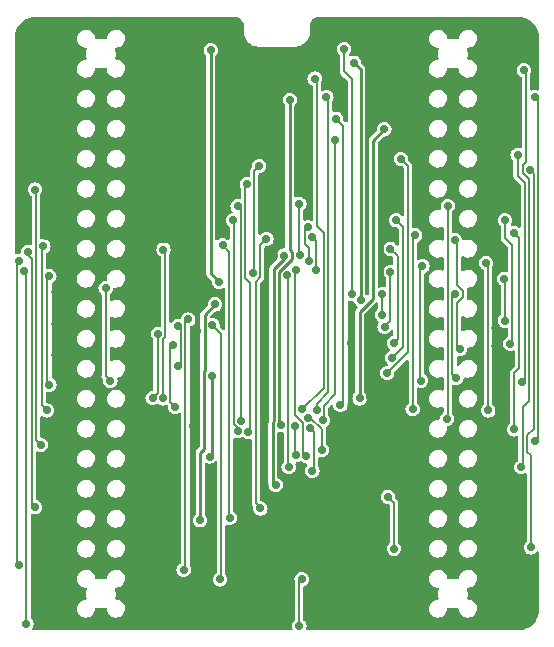
<source format=gbr>
G04 #@! TF.GenerationSoftware,KiCad,Pcbnew,7.0.10-7.0.10~ubuntu22.04.1*
G04 #@! TF.CreationDate,2024-02-20T17:40:51-05:00*
G04 #@! TF.ProjectId,caravel-breakout-qfn,63617261-7665-46c2-9d62-7265616b6f75,2.2*
G04 #@! TF.SameCoordinates,PX2dc6c00PY42c1d80*
G04 #@! TF.FileFunction,Copper,L2,Bot*
G04 #@! TF.FilePolarity,Positive*
%FSLAX46Y46*%
G04 Gerber Fmt 4.6, Leading zero omitted, Abs format (unit mm)*
G04 Created by KiCad (PCBNEW 7.0.10-7.0.10~ubuntu22.04.1) date 2024-02-20 17:40:51*
%MOMM*%
%LPD*%
G01*
G04 APERTURE LIST*
G04 #@! TA.AperFunction,ComponentPad*
%ADD10C,0.620000*%
G04 #@! TD*
G04 #@! TA.AperFunction,ViaPad*
%ADD11C,0.800000*%
G04 #@! TD*
G04 #@! TA.AperFunction,ViaPad*
%ADD12C,0.700000*%
G04 #@! TD*
G04 #@! TA.AperFunction,Conductor*
%ADD13C,0.250000*%
G04 #@! TD*
G04 #@! TA.AperFunction,Conductor*
%ADD14C,0.200000*%
G04 #@! TD*
G04 #@! TA.AperFunction,Conductor*
%ADD15C,0.180000*%
G04 #@! TD*
G04 APERTURE END LIST*
D10*
X7600000Y13600000D03*
X42500000Y15250000D03*
X42550000Y46400000D03*
X700000Y41550000D03*
X22050000Y34450000D03*
X700000Y37550000D03*
X24450000Y13400000D03*
X24750000Y45550000D03*
X25900000Y51700000D03*
X43150000Y6200000D03*
X43600000Y51700000D03*
X12900000Y51700000D03*
X32800000Y5300000D03*
X22800000Y15000000D03*
X24750000Y37550000D03*
X16950000Y50350000D03*
X15000000Y33000000D03*
X15000000Y37000000D03*
X2500000Y1800000D03*
X15100000Y1300000D03*
X37400000Y8900000D03*
X16850000Y13850000D03*
X15000000Y44000000D03*
X19650000Y15050000D03*
X19100000Y51700000D03*
X41300000Y31350000D03*
X23200000Y1300000D03*
X39300000Y18600000D03*
X37400000Y44000000D03*
X42550000Y41800000D03*
X16850000Y10600000D03*
X32700000Y51700000D03*
X700000Y33550000D03*
X7600000Y8400000D03*
X15000000Y47000000D03*
X7600000Y33850000D03*
X29400000Y49450000D03*
X30000000Y17000000D03*
X24750000Y40850000D03*
X31100000Y7500000D03*
X16500000Y5300000D03*
X30000000Y12500000D03*
X17950000Y34100000D03*
X700000Y45550000D03*
X14850000Y28800000D03*
X30000000Y1500000D03*
X700000Y49550000D03*
X19950000Y39250000D03*
X15000000Y40500000D03*
X32750000Y18600000D03*
X44300000Y46800000D03*
X7600000Y1300000D03*
X37400000Y46500000D03*
X31700000Y40850000D03*
X30000000Y9000000D03*
X18800000Y5300000D03*
X3700000Y33900000D03*
X10600000Y28800000D03*
D11*
X3834000Y26200000D03*
D12*
X15700000Y25625000D03*
D11*
X41036000Y11176000D03*
X39536000Y13200000D03*
X2900000Y17400000D03*
X5334000Y49022000D03*
D12*
X21460398Y22350000D03*
D11*
X35448000Y11340000D03*
X4600000Y16500000D03*
D12*
X31700000Y37700000D03*
D11*
X5697290Y24004646D03*
X10600000Y3200000D03*
X39790000Y51562000D03*
X41045939Y13200000D03*
X33924000Y11340000D03*
X33694000Y49276000D03*
X12400000Y40200000D03*
X41290000Y49276000D03*
X39536000Y36576000D03*
X39523334Y25927684D03*
D12*
X30500003Y22540002D03*
X15400000Y17600000D03*
D11*
X5334000Y46482000D03*
X12400000Y7200000D03*
X3626319Y11472839D03*
X41090000Y25854943D03*
X5334000Y41402000D03*
X3750000Y51500000D03*
X35448000Y13200000D03*
X5500000Y26200000D03*
X5334000Y8500000D03*
X41036000Y38610000D03*
X41036000Y3302000D03*
X5334000Y3302000D03*
X41080025Y24319975D03*
X39536000Y11176000D03*
X2800000Y14800000D03*
X11430000Y38900000D03*
X9912561Y16450000D03*
X39446586Y38610000D03*
D12*
X21460398Y18008564D03*
D11*
X3834000Y41402000D03*
X41036000Y1016000D03*
D12*
X28804526Y24627838D03*
D11*
X4600000Y13600000D03*
D12*
X22226027Y31987117D03*
D11*
X9900000Y38900000D03*
X41036000Y36576000D03*
D12*
X28200000Y17200000D03*
D11*
X12500000Y2100000D03*
X2900000Y7200000D03*
X5334000Y28900000D03*
X11300000Y17870000D03*
X9950000Y17870000D03*
X39536000Y1016000D03*
X35150000Y900000D03*
X3800000Y28900000D03*
D12*
X30379021Y24627838D03*
D11*
X3800000Y23600000D03*
X10600000Y8300000D03*
X3834000Y43942000D03*
X35194000Y49276000D03*
X39536000Y3302000D03*
X35194000Y51562000D03*
X3834000Y3302000D03*
D12*
X15680000Y22500000D03*
X16000000Y29800000D03*
D11*
X4600000Y39100000D03*
X2800000Y40200000D03*
X39790000Y49276000D03*
X3834000Y46482000D03*
X2700000Y12300000D03*
X5250000Y51500000D03*
D12*
X15757543Y27419810D03*
D11*
X39650025Y24169100D03*
X11398439Y16450000D03*
X3834000Y8500000D03*
X5334000Y43942000D03*
D12*
X31419098Y29724526D03*
D11*
X10600000Y41402000D03*
X33650000Y950000D03*
X3834000Y49022000D03*
X41290000Y51562000D03*
D12*
X21460398Y27450000D03*
D11*
X33948000Y13200000D03*
D12*
X30400000Y20000000D03*
X28840000Y28760000D03*
X17600000Y29800000D03*
X28200000Y49500000D03*
X16900000Y49400000D03*
X29047349Y48347349D03*
X29607742Y28266998D03*
X31600000Y42700000D03*
X29503358Y19922303D03*
X22807859Y17670471D03*
X23600000Y45200000D03*
X23125510Y32017702D03*
X22400000Y12600000D03*
X37600000Y33300000D03*
X38000000Y24080000D03*
X32252865Y23347838D03*
X32600000Y35000000D03*
X41800000Y35000000D03*
X42271777Y24543885D03*
X31849357Y22067516D03*
X33000000Y40200000D03*
X43220000Y21300000D03*
X42881603Y40544569D03*
X27500000Y43600000D03*
X27882456Y19367544D03*
X27463293Y41769063D03*
X26416532Y18071734D03*
X25880000Y18909093D03*
X26700000Y45400000D03*
X44350000Y16329467D03*
X25170810Y18300347D03*
X26300380Y15557732D03*
X44325006Y45425006D03*
X25700000Y47000000D03*
X24620000Y19003648D03*
X25500000Y13800000D03*
X43400000Y47700000D03*
X25306356Y17400000D03*
X43200000Y14100000D03*
X24067859Y17589135D03*
X2520000Y15986908D03*
X24103263Y15098012D03*
X2000000Y37600000D03*
X20080000Y17100000D03*
X19946672Y38053328D03*
X19180000Y36200000D03*
X19460000Y17978689D03*
X8000000Y29249998D03*
X8399996Y21420000D03*
X18500000Y9800000D03*
X17900000Y32900000D03*
X21619998Y33400000D03*
X21100000Y10600000D03*
X23347381Y30330382D03*
X23499994Y14100000D03*
X24094251Y30795774D03*
X24981489Y15042134D03*
X24400000Y36400000D03*
X36900000Y18200000D03*
X36969998Y36229996D03*
X24489864Y32048887D03*
X25210474Y31540715D03*
X42600000Y33900000D03*
X42600000Y17300000D03*
X25119864Y34399673D03*
X34000000Y19000000D03*
X25499864Y33591009D03*
X34220000Y33719980D03*
X25783900Y30757257D03*
X40200000Y31400000D03*
X40400000Y18900000D03*
X34700000Y21430000D03*
X34830000Y31110000D03*
X37590000Y28766118D03*
X37699998Y21650000D03*
X31411494Y28740000D03*
X31400000Y26999998D03*
X32094098Y30628608D03*
X31615847Y25991750D03*
X41790288Y26496895D03*
X41750000Y30053187D03*
X32400000Y24607844D03*
X32100000Y32600000D03*
X18820000Y35000000D03*
X19188624Y17141575D03*
X2740000Y32782580D03*
X3026101Y18898038D03*
X12860000Y19912601D03*
X12900000Y32520000D03*
X3240000Y21088714D03*
X3235263Y30256943D03*
X14120000Y22700000D03*
X14115432Y26038700D03*
X13900000Y19180000D03*
X13670000Y24398700D03*
X12431049Y25390093D03*
X11980395Y19939047D03*
X14600000Y5400000D03*
X15000000Y26600000D03*
X17700000Y4600000D03*
X17050000Y26120000D03*
X650000Y31580000D03*
X680000Y5800000D03*
X24600000Y4600000D03*
X1106539Y30695642D03*
X1300000Y850000D03*
X24400000Y650000D03*
X44000000Y7300000D03*
X20999998Y39600000D03*
X43970000Y39245292D03*
X20480000Y30500000D03*
X32400000Y7200000D03*
X2020000Y10700000D03*
X1426928Y32312122D03*
X31900000Y11600000D03*
X17030000Y21853341D03*
X16800000Y15000000D03*
X17260000Y27875313D03*
X16000000Y9600000D03*
D13*
X15700000Y27362267D02*
X15757543Y27419810D01*
D14*
X16000000Y27662267D02*
X15757543Y27419810D01*
X15500000Y22320000D02*
X15500000Y17700000D01*
X15680000Y22500000D02*
X15500000Y22320000D01*
D13*
X15700000Y25625000D02*
X15700000Y27362267D01*
D14*
X15680000Y25605000D02*
X15700000Y25625000D01*
X15500000Y17700000D02*
X15400000Y17600000D01*
D13*
X31419098Y37419098D02*
X31700000Y37700000D01*
D14*
X16000000Y29800000D02*
X16000000Y27662267D01*
D13*
X31419098Y29724526D02*
X31419098Y37419098D01*
D14*
X15680000Y22500000D02*
X15680000Y25605000D01*
D13*
X16900000Y49400000D02*
X16900000Y30500000D01*
X16900000Y30500000D02*
X17600000Y29800000D01*
D14*
X28840000Y28760000D02*
X28840000Y46960000D01*
X28840000Y46960000D02*
X28200000Y47600000D01*
X28200000Y47600000D02*
X28200000Y49500000D01*
D13*
X29607742Y28266998D02*
X29607742Y47786956D01*
X29607742Y47786956D02*
X29047349Y48347349D01*
X29503358Y27207829D02*
X30650000Y28354471D01*
X30650000Y28354471D02*
X30650000Y41750000D01*
X30650000Y41750000D02*
X31600000Y42700000D01*
X29503358Y19922303D02*
X29503358Y27207829D01*
X23600000Y45200000D02*
X23600000Y32497807D01*
X23814864Y31752460D02*
X22672381Y30609977D01*
X22672381Y17805949D02*
X22807859Y17670471D01*
X23814864Y32282943D02*
X23814864Y31752460D01*
X23600000Y32497807D02*
X23814864Y32282943D01*
X22672381Y30609977D02*
X22672381Y17805949D01*
X22222381Y18039588D02*
X22222381Y30796373D01*
X23125510Y31749857D02*
X23125510Y32017702D01*
X22222381Y30796373D02*
X22235000Y30808992D01*
X22235000Y30808992D02*
X22235000Y30859347D01*
X22132859Y12867141D02*
X22132859Y17950066D01*
X22132859Y17950066D02*
X22222381Y18039588D01*
X22235000Y30859347D02*
X23125510Y31749857D01*
X22400000Y12600000D02*
X22132859Y12867141D01*
D14*
X37750000Y24330000D02*
X38000000Y24080000D01*
X37750000Y33150000D02*
X37750000Y29497073D01*
X37750000Y29497073D02*
X38220000Y29027073D01*
X38220000Y28505163D02*
X37750000Y28035163D01*
X37600000Y33300000D02*
X37750000Y33150000D01*
X37750000Y28035163D02*
X37750000Y24330000D01*
X38220000Y29027073D02*
X38220000Y28505163D01*
X33200000Y24294973D02*
X33200000Y34400000D01*
X33200000Y34400000D02*
X32600000Y35000000D01*
X32252865Y23347838D02*
X33200000Y24294973D01*
X42420288Y24692396D02*
X42271777Y24543885D01*
X42420288Y32879712D02*
X42420288Y24692396D01*
X41800000Y33500000D02*
X42420288Y32879712D01*
X41800000Y35000000D02*
X41800000Y33500000D01*
D15*
X31849357Y22067516D02*
X33600000Y23818159D01*
X33600000Y23818159D02*
X33600000Y39600000D01*
X33600000Y39600000D02*
X33000000Y40200000D01*
D14*
X43500000Y38144823D02*
X43500000Y21580000D01*
X42881603Y38763220D02*
X43500000Y38144823D01*
X42881603Y40544569D02*
X42881603Y38763220D01*
X43500000Y21580000D02*
X43220000Y21300000D01*
X28140000Y42960000D02*
X28140000Y19625088D01*
X28140000Y19625088D02*
X27882456Y19367544D01*
X27500000Y43600000D02*
X28140000Y42960000D01*
X26510000Y18165202D02*
X26416532Y18071734D01*
X26510000Y19310000D02*
X26510000Y18165202D01*
X27463293Y20263293D02*
X26510000Y19310000D01*
X27463293Y41769063D02*
X27463293Y20263293D01*
X26833293Y45266707D02*
X26833293Y20433293D01*
X26833293Y20433293D02*
X25880000Y19480000D01*
X25880000Y19480000D02*
X25880000Y18909093D01*
X26700000Y45400000D02*
X26833293Y45266707D01*
X44325006Y45425006D02*
X44600000Y45150012D01*
X25170810Y18300347D02*
X25296964Y18300347D01*
X26300380Y17296931D02*
X26300380Y15557732D01*
X44600000Y45150012D02*
X44600000Y16579467D01*
X44600000Y16579467D02*
X44350000Y16329467D01*
X25296964Y18300347D02*
X26300380Y17296931D01*
X25700000Y47000000D02*
X25900000Y46800000D01*
X26453293Y33957199D02*
X26453293Y20836941D01*
X25900000Y34510492D02*
X26453293Y33957199D01*
X26453293Y20836941D02*
X24620000Y19003648D01*
X25900000Y46800000D02*
X25900000Y34510492D01*
D15*
X43300000Y14200000D02*
X43300000Y19150000D01*
D14*
X25670380Y17035976D02*
X25306356Y17400000D01*
D15*
X43350000Y38988479D02*
X43350000Y39652114D01*
D14*
X25670380Y13970380D02*
X25670380Y17035976D01*
D15*
X43870000Y38468479D02*
X43350000Y38988479D01*
X43350000Y39652114D02*
X43600000Y39902114D01*
D14*
X25500000Y13800000D02*
X25670380Y13970380D01*
D15*
X43600000Y39902114D02*
X43600000Y47500000D01*
X43200000Y14100000D02*
X43300000Y14200000D01*
X43600000Y47500000D02*
X43400000Y47700000D01*
X43870000Y19720000D02*
X43870000Y38468479D01*
X43300000Y19150000D02*
X43870000Y19720000D01*
X2120000Y37480000D02*
X2120000Y16386908D01*
D14*
X24067859Y15133416D02*
X24103263Y15098012D01*
X24067859Y17589135D02*
X24067859Y15133416D01*
D15*
X2120000Y16386908D02*
X2520000Y15986908D01*
X2000000Y37600000D02*
X2120000Y37480000D01*
X19809721Y30090279D02*
X20250000Y29650000D01*
X20250000Y29650000D02*
X20250000Y17270000D01*
X19809721Y37916377D02*
X19809721Y30090279D01*
X19946672Y38053328D02*
X19809721Y37916377D01*
X20250000Y17270000D02*
X20080000Y17100000D01*
X19180000Y36200000D02*
X19440000Y35940000D01*
X19440000Y17998689D02*
X19460000Y17978689D01*
X19440000Y35940000D02*
X19440000Y17998689D01*
X8399996Y21420000D02*
X8000000Y21819996D01*
X8000000Y21819996D02*
X8000000Y29249998D01*
X18480000Y32320000D02*
X18480000Y9820000D01*
X17900000Y32900000D02*
X18480000Y32320000D01*
X18480000Y9820000D02*
X18500000Y9800000D01*
X20700000Y11100000D02*
X20700000Y29800000D01*
X21100000Y32880002D02*
X21619998Y33400000D01*
X21100000Y10700000D02*
X20700000Y11100000D01*
X21100000Y30200000D02*
X21100000Y32880002D01*
X21100000Y10600000D02*
X21100000Y10700000D01*
X20700000Y29800000D02*
X21100000Y30200000D01*
X23447859Y30229904D02*
X23347381Y30330382D01*
X23499994Y14100000D02*
X23447859Y14152135D01*
X23447859Y14152135D02*
X23447859Y30229904D01*
X24687859Y17547486D02*
X24686356Y17545983D01*
X24000000Y30701523D02*
X24000000Y18538281D01*
X24686356Y17545983D02*
X24686356Y15337267D01*
X24094251Y30795774D02*
X24000000Y30701523D01*
X24686356Y15337267D02*
X24981489Y15042134D01*
X24000000Y18538281D02*
X24687859Y17850422D01*
X24687859Y17850422D02*
X24687859Y17547486D01*
X36900000Y18200000D02*
X36970000Y18270000D01*
D14*
X24400000Y36400000D02*
X24400000Y32138751D01*
D15*
X36970000Y18270000D02*
X36970000Y36230000D01*
D14*
X24400000Y32138751D02*
X24489864Y32048887D01*
D15*
X42600000Y22097647D02*
X43000000Y22497647D01*
X43000000Y22497647D02*
X43000000Y33500000D01*
D14*
X25119864Y34399673D02*
X24869864Y34149673D01*
X25210474Y32689526D02*
X25210474Y31540715D01*
X24869864Y33030136D02*
X25210474Y32689526D01*
X24869864Y34149673D02*
X24869864Y33030136D01*
D15*
X42600000Y17300000D02*
X42600000Y22097647D01*
X43000000Y33500000D02*
X42600000Y33900000D01*
D14*
X34000000Y19000000D02*
X34000000Y33499980D01*
X25840474Y30813831D02*
X25783900Y30757257D01*
X34000000Y33499980D02*
X34220000Y33719980D01*
X25840474Y33250399D02*
X25840474Y30813831D01*
X25499864Y33591009D02*
X25840474Y33250399D01*
D15*
X40390025Y18909975D02*
X40390025Y31209975D01*
X40400000Y18900000D02*
X40390025Y18909975D01*
X40390025Y31209975D02*
X40200000Y31400000D01*
X34600000Y21530000D02*
X34600000Y30880000D01*
X34600000Y30880000D02*
X34830000Y31110000D01*
X34700000Y21430000D02*
X34600000Y21530000D01*
D14*
X37370000Y21979998D02*
X37699998Y21650000D01*
X37590000Y28766118D02*
X37370000Y28546118D01*
X37370000Y28546118D02*
X37370000Y21979998D01*
X31411494Y28740000D02*
X31411494Y27011492D01*
X31411494Y27011492D02*
X31400000Y26999998D01*
X32120000Y30602706D02*
X32094098Y30628608D01*
X31615847Y25991750D02*
X32120000Y26495903D01*
X32120000Y26495903D02*
X32120000Y30602706D01*
X41800000Y30003187D02*
X41800000Y26506607D01*
X41800000Y26506607D02*
X41790288Y26496895D01*
X41750000Y30053187D02*
X41800000Y30003187D01*
X32724098Y31975902D02*
X32724098Y24931942D01*
X32724098Y24931942D02*
X32400000Y24607844D01*
X32100000Y32600000D02*
X32724098Y31975902D01*
D15*
X19188624Y17373252D02*
X19188624Y17141575D01*
X18840000Y17721876D02*
X19188624Y17373252D01*
X18820000Y35000000D02*
X18840000Y34980000D01*
X18840000Y34980000D02*
X18840000Y17721876D01*
X2600000Y19324139D02*
X2600000Y32642580D01*
X3026101Y18898038D02*
X2600000Y19324139D01*
X2600000Y32642580D02*
X2740000Y32782580D01*
X12900000Y32520000D02*
X13051049Y32368951D01*
X13051049Y32368951D02*
X13051049Y25133280D01*
X12860000Y24942231D02*
X12860000Y19912601D01*
X13051049Y25133280D02*
X12860000Y24942231D01*
X3080000Y21248714D02*
X3080000Y30101680D01*
X3080000Y30101680D02*
X3235263Y30256943D01*
X3240000Y21088714D02*
X3080000Y21248714D01*
D14*
X14115432Y26038700D02*
X14360012Y25794120D01*
X14360012Y22940012D02*
X14120000Y22700000D01*
X14360012Y25794120D02*
X14360012Y22940012D01*
X13490000Y19590000D02*
X13490000Y24218700D01*
X13490000Y24218700D02*
X13670000Y24398700D01*
X13900000Y19180000D02*
X13490000Y19590000D01*
X12400000Y25359044D02*
X12431049Y25390093D01*
X11980395Y19939047D02*
X12400000Y20358652D01*
X12400000Y20358652D02*
X12400000Y25359044D01*
X15000000Y26600000D02*
X14750000Y26350000D01*
X14750000Y5550000D02*
X14600000Y5400000D01*
X14750000Y26350000D02*
X14750000Y5550000D01*
D15*
X17050000Y26120000D02*
X17800000Y25370000D01*
X17800000Y25370000D02*
X17800000Y4700000D01*
X17800000Y4700000D02*
X17700000Y4600000D01*
X486539Y5953461D02*
X740000Y5700000D01*
X486539Y31416539D02*
X486539Y5953461D01*
X650000Y31580000D02*
X486539Y31416539D01*
X1300000Y30502181D02*
X1106539Y30695642D01*
X24400000Y650000D02*
X24400000Y4400000D01*
X24400000Y4400000D02*
X24600000Y4600000D01*
X1300000Y850000D02*
X1300000Y30502181D01*
X44000000Y15100000D02*
X43715524Y15384476D01*
X43715524Y15384476D02*
X43715524Y16815524D01*
X20999998Y39600000D02*
X20600000Y39200002D01*
X44000000Y7300000D02*
X44000000Y15100000D01*
X44230000Y17330000D02*
X44230000Y38985292D01*
X20600000Y30620000D02*
X20480000Y30500000D01*
X20600000Y39200002D02*
X20600000Y30620000D01*
X44230000Y38985292D02*
X43970000Y39245292D01*
X43715524Y16815524D02*
X44230000Y17330000D01*
X1760000Y31690000D02*
X1760000Y10960000D01*
X1760000Y10960000D02*
X2020000Y10700000D01*
X32400000Y7200000D02*
X32400000Y11100000D01*
X32400000Y11100000D02*
X31900000Y11600000D01*
X1426928Y32023072D02*
X1760000Y31690000D01*
X1426928Y32312122D02*
X1426928Y32023072D01*
D13*
X17030000Y15230000D02*
X17030000Y21853341D01*
X16800000Y15000000D02*
X17030000Y15230000D01*
X16355000Y22250405D02*
X16375000Y22270405D01*
X16375000Y26990313D02*
X17260000Y27875313D01*
X16375000Y22270405D02*
X16375000Y26990313D01*
X16000000Y15300000D02*
X16355000Y15655000D01*
X16000000Y9600000D02*
X16000000Y15300000D01*
X16355000Y15655000D02*
X16355000Y22250405D01*
G04 #@! TA.AperFunction,Conductor*
G36*
X19006061Y52198903D02*
G01*
X19124317Y52187256D01*
X19148145Y52182517D01*
X19256005Y52149798D01*
X19278453Y52140499D01*
X19377849Y52087371D01*
X19398059Y52073867D01*
X19485179Y52002370D01*
X19502369Y51985180D01*
X19573866Y51898060D01*
X19587370Y51877850D01*
X19640495Y51778462D01*
X19649798Y51756003D01*
X19682514Y51648152D01*
X19687256Y51624312D01*
X19698903Y51506063D01*
X19699500Y51493908D01*
X19699500Y50897649D01*
X19731522Y50695466D01*
X19794781Y50500777D01*
X19858691Y50375347D01*
X19886736Y50320307D01*
X19887715Y50318387D01*
X20008028Y50152787D01*
X20152786Y50008029D01*
X20307749Y49895444D01*
X20318390Y49887713D01*
X20429432Y49831134D01*
X20500776Y49794782D01*
X20500778Y49794782D01*
X20500781Y49794780D01*
X20605137Y49760873D01*
X20695465Y49731523D01*
X20796557Y49715512D01*
X20897648Y49699500D01*
X20897649Y49699500D01*
X24102351Y49699500D01*
X24102352Y49699500D01*
X24304534Y49731523D01*
X24499219Y49794780D01*
X24681610Y49887713D01*
X24820937Y49988939D01*
X24847213Y50008029D01*
X24847215Y50008032D01*
X24847219Y50008034D01*
X24991966Y50152781D01*
X24991968Y50152785D01*
X24991971Y50152787D01*
X25106914Y50310995D01*
X25112287Y50318390D01*
X25205220Y50500781D01*
X25268477Y50695466D01*
X25300500Y50897648D01*
X25300500Y51000000D01*
X25300500Y51047595D01*
X25300500Y51493908D01*
X25301097Y51506062D01*
X25303242Y51527844D01*
X25312744Y51624320D01*
X25317483Y51648144D01*
X25350203Y51756010D01*
X25359499Y51778451D01*
X25412632Y51877856D01*
X25426133Y51898060D01*
X25445251Y51921355D01*
X25497635Y51985186D01*
X25514814Y52002365D01*
X25601942Y52073869D01*
X25622144Y52087368D01*
X25721549Y52140501D01*
X25743990Y52149797D01*
X25851856Y52182517D01*
X25875682Y52187256D01*
X25975730Y52197110D01*
X25993940Y52198903D01*
X26006093Y52199500D01*
X26047595Y52199500D01*
X42952405Y52199500D01*
X42995572Y52199500D01*
X43004418Y52199184D01*
X43233020Y52182835D01*
X43250529Y52180317D01*
X43470144Y52132542D01*
X43487103Y52127563D01*
X43697694Y52049017D01*
X43713777Y52041673D01*
X43911036Y51933960D01*
X43925919Y51924395D01*
X44105836Y51789711D01*
X44119207Y51778125D01*
X44278124Y51619208D01*
X44289710Y51605837D01*
X44424394Y51425920D01*
X44433959Y51411037D01*
X44541669Y51213783D01*
X44549019Y51197689D01*
X44627559Y50987113D01*
X44632543Y50970138D01*
X44680316Y50750530D01*
X44682834Y50733018D01*
X44699184Y50504419D01*
X44699500Y50495573D01*
X44699500Y46109771D01*
X44679815Y46042732D01*
X44627011Y45996977D01*
X44557853Y45987033D01*
X44528050Y45995209D01*
X44482815Y46013945D01*
X44482813Y46013946D01*
X44482812Y46013946D01*
X44401220Y46024688D01*
X44325007Y46034722D01*
X44325005Y46034722D01*
X44167200Y46013946D01*
X44167196Y46013945D01*
X44115952Y45992719D01*
X44046482Y45985250D01*
X43984003Y46016526D01*
X43948352Y46076615D01*
X43944500Y46107280D01*
X43944500Y47410241D01*
X43953939Y47457693D01*
X43964546Y47483302D01*
X43988940Y47542194D01*
X44009716Y47700000D01*
X43988940Y47857806D01*
X43928030Y48004858D01*
X43831134Y48131134D01*
X43704858Y48228030D01*
X43704857Y48228031D01*
X43704855Y48228032D01*
X43557809Y48288939D01*
X43557807Y48288940D01*
X43557806Y48288940D01*
X43466917Y48300906D01*
X43400001Y48309716D01*
X43399999Y48309716D01*
X43242194Y48288940D01*
X43242190Y48288939D01*
X43095144Y48228032D01*
X42968866Y48131134D01*
X42871968Y48004856D01*
X42811061Y47857810D01*
X42811060Y47857806D01*
X42793890Y47727386D01*
X42790284Y47700000D01*
X42808360Y47562699D01*
X42811060Y47542195D01*
X42811061Y47542191D01*
X42871968Y47395145D01*
X42871969Y47395143D01*
X42871970Y47395142D01*
X42968866Y47268866D01*
X43095142Y47171970D01*
X43095143Y47171970D01*
X43095144Y47171969D01*
X43178952Y47137255D01*
X43233356Y47093415D01*
X43255421Y47027121D01*
X43255500Y47022694D01*
X43255500Y41229581D01*
X43235815Y41162542D01*
X43183011Y41116787D01*
X43113853Y41106843D01*
X43084049Y41115019D01*
X43069017Y41121245D01*
X43039409Y41133509D01*
X42960506Y41143897D01*
X42881604Y41154285D01*
X42881602Y41154285D01*
X42723797Y41133509D01*
X42723793Y41133508D01*
X42576747Y41072601D01*
X42450469Y40975703D01*
X42353571Y40849425D01*
X42292664Y40702379D01*
X42292663Y40702375D01*
X42271887Y40544570D01*
X42271887Y40544569D01*
X42292663Y40386764D01*
X42292664Y40386760D01*
X42353571Y40239714D01*
X42353572Y40239712D01*
X42353573Y40239711D01*
X42450469Y40113435D01*
X42478590Y40091857D01*
X42519791Y40035433D01*
X42527103Y39993483D01*
X42527103Y38812847D01*
X42524464Y38787403D01*
X42522508Y38778075D01*
X42522508Y38778072D01*
X42526151Y38748847D01*
X42527021Y38734826D01*
X42527102Y38733843D01*
X42530306Y38714643D01*
X42531044Y38709577D01*
X42537141Y38660669D01*
X42539255Y38653567D01*
X42541674Y38646522D01*
X42565119Y38603198D01*
X42567463Y38598645D01*
X42589103Y38554382D01*
X42593430Y38548321D01*
X42597982Y38542473D01*
X42634236Y38509099D01*
X42637934Y38505550D01*
X43109181Y38034303D01*
X43142666Y37972980D01*
X43145500Y37946622D01*
X43145500Y34494826D01*
X43125815Y34427787D01*
X43073011Y34382032D01*
X43003853Y34372088D01*
X42946014Y34396450D01*
X42904858Y34428030D01*
X42904856Y34428031D01*
X42757809Y34488939D01*
X42757807Y34488940D01*
X42757806Y34488940D01*
X42678903Y34499328D01*
X42600001Y34509716D01*
X42599998Y34509716D01*
X42435997Y34488125D01*
X42366962Y34498891D01*
X42314706Y34545271D01*
X42295821Y34612540D01*
X42316302Y34679340D01*
X42321428Y34686539D01*
X42328030Y34695142D01*
X42388940Y34842194D01*
X42409716Y35000000D01*
X42388940Y35157806D01*
X42328030Y35304858D01*
X42231134Y35431134D01*
X42104858Y35528030D01*
X42104857Y35528031D01*
X42104855Y35528032D01*
X41957809Y35588939D01*
X41957807Y35588940D01*
X41957806Y35588940D01*
X41863097Y35601409D01*
X41800001Y35609716D01*
X41799999Y35609716D01*
X41642194Y35588940D01*
X41642190Y35588939D01*
X41495144Y35528032D01*
X41368866Y35431134D01*
X41271968Y35304856D01*
X41211061Y35157810D01*
X41211060Y35157806D01*
X41190284Y35000001D01*
X41190284Y35000000D01*
X41211060Y34842195D01*
X41211061Y34842191D01*
X41271968Y34695145D01*
X41271969Y34695144D01*
X41271970Y34695142D01*
X41368866Y34568866D01*
X41396987Y34547288D01*
X41438188Y34490864D01*
X41445500Y34448914D01*
X41445500Y33549627D01*
X41442861Y33524183D01*
X41440905Y33514855D01*
X41440905Y33514852D01*
X41444548Y33485627D01*
X41445418Y33471606D01*
X41445499Y33470623D01*
X41448703Y33451423D01*
X41449441Y33446357D01*
X41455538Y33397449D01*
X41457652Y33390347D01*
X41460071Y33383302D01*
X41483516Y33339978D01*
X41485860Y33335425D01*
X41507500Y33291162D01*
X41511827Y33285101D01*
X41516379Y33279253D01*
X41552634Y33245878D01*
X41556332Y33242329D01*
X41805266Y32993395D01*
X42029469Y32769193D01*
X42062954Y32707870D01*
X42065788Y32681512D01*
X42065788Y30761396D01*
X42046103Y30694357D01*
X41993299Y30648602D01*
X41924141Y30638658D01*
X41909701Y30641619D01*
X41907807Y30642127D01*
X41907806Y30642127D01*
X41828903Y30652515D01*
X41750001Y30662903D01*
X41749999Y30662903D01*
X41592194Y30642127D01*
X41592190Y30642126D01*
X41445144Y30581219D01*
X41318866Y30484321D01*
X41221968Y30358043D01*
X41161061Y30210997D01*
X41161060Y30210993D01*
X41140284Y30053188D01*
X41140284Y30053187D01*
X41161060Y29895382D01*
X41161061Y29895378D01*
X41221968Y29748332D01*
X41221969Y29748330D01*
X41221970Y29748329D01*
X41318866Y29622053D01*
X41318867Y29622052D01*
X41396986Y29562109D01*
X41438189Y29505681D01*
X41445500Y29463733D01*
X41445500Y27055436D01*
X41425815Y26988397D01*
X41396988Y26957061D01*
X41359154Y26928030D01*
X41262258Y26801755D01*
X41262257Y26801752D01*
X41201349Y26654705D01*
X41201348Y26654701D01*
X41180572Y26496896D01*
X41180572Y26496895D01*
X41201348Y26339090D01*
X41201349Y26339086D01*
X41262256Y26192040D01*
X41262257Y26192038D01*
X41262258Y26192037D01*
X41359154Y26065761D01*
X41485430Y25968865D01*
X41632482Y25907955D01*
X41771928Y25889597D01*
X41790287Y25887179D01*
X41790288Y25887179D01*
X41790289Y25887179D01*
X41845409Y25894437D01*
X41925602Y25904994D01*
X41994637Y25894229D01*
X42046893Y25847849D01*
X42065788Y25782055D01*
X42065788Y25195723D01*
X42046103Y25128684D01*
X41993299Y25082929D01*
X41989243Y25081163D01*
X41966923Y25071918D01*
X41966922Y25071918D01*
X41840643Y24975019D01*
X41743745Y24848741D01*
X41682838Y24701695D01*
X41682837Y24701691D01*
X41670482Y24607844D01*
X41662061Y24543885D01*
X41681865Y24393459D01*
X41682837Y24386080D01*
X41682838Y24386076D01*
X41743745Y24239030D01*
X41743746Y24239028D01*
X41743747Y24239027D01*
X41840643Y24112751D01*
X41966919Y24015855D01*
X42113971Y23954945D01*
X42251960Y23936778D01*
X42271776Y23934169D01*
X42271777Y23934169D01*
X42271778Y23934169D01*
X42291594Y23936778D01*
X42429583Y23954945D01*
X42484049Y23977506D01*
X42553517Y23984974D01*
X42615996Y23953699D01*
X42651648Y23893610D01*
X42655500Y23862944D01*
X42655500Y22691707D01*
X42635815Y22624668D01*
X42619181Y22604026D01*
X42370858Y22355704D01*
X42362885Y22348398D01*
X42332031Y22322508D01*
X42332025Y22322501D01*
X42311885Y22287617D01*
X42306076Y22278498D01*
X42282960Y22245484D01*
X42281794Y22242984D01*
X42272233Y22219904D01*
X42271280Y22217287D01*
X42264283Y22177606D01*
X42261943Y22167050D01*
X42251516Y22128136D01*
X42255028Y22088003D01*
X42255500Y22077195D01*
X42255500Y17858762D01*
X42235815Y17791723D01*
X42206988Y17760387D01*
X42168866Y17731135D01*
X42071970Y17604860D01*
X42071969Y17604857D01*
X42011061Y17457810D01*
X42011060Y17457806D01*
X41993614Y17325290D01*
X41990284Y17300000D01*
X41999276Y17231697D01*
X42011060Y17142195D01*
X42011061Y17142191D01*
X42071968Y16995145D01*
X42071969Y16995143D01*
X42071970Y16995142D01*
X42168866Y16868866D01*
X42295142Y16771970D01*
X42442194Y16711060D01*
X42581640Y16692702D01*
X42599999Y16690284D01*
X42600000Y16690284D01*
X42600001Y16690284D01*
X42659557Y16698125D01*
X42757806Y16711060D01*
X42784049Y16721931D01*
X42853516Y16729399D01*
X42915995Y16698125D01*
X42951648Y16638036D01*
X42955500Y16607369D01*
X42955500Y14734470D01*
X42935815Y14667431D01*
X42900785Y14634025D01*
X42901590Y14632977D01*
X42895144Y14628031D01*
X42895142Y14628030D01*
X42819492Y14569981D01*
X42768866Y14531134D01*
X42671968Y14404856D01*
X42611061Y14257810D01*
X42611060Y14257806D01*
X42590284Y14100001D01*
X42590284Y14100000D01*
X42611060Y13942195D01*
X42611061Y13942191D01*
X42671968Y13795145D01*
X42671969Y13795143D01*
X42671970Y13795142D01*
X42768866Y13668866D01*
X42895142Y13571970D01*
X43042194Y13511060D01*
X43181640Y13492702D01*
X43199999Y13490284D01*
X43200000Y13490284D01*
X43200001Y13490284D01*
X43216446Y13492450D01*
X43357806Y13511060D01*
X43484050Y13563352D01*
X43553517Y13570820D01*
X43615996Y13539545D01*
X43651648Y13479456D01*
X43655500Y13448790D01*
X43655500Y7858762D01*
X43635815Y7791723D01*
X43606988Y7760387D01*
X43568866Y7731135D01*
X43471970Y7604860D01*
X43471969Y7604857D01*
X43411061Y7457810D01*
X43411060Y7457806D01*
X43390284Y7300001D01*
X43390284Y7300000D01*
X43411060Y7142195D01*
X43411061Y7142191D01*
X43471968Y6995145D01*
X43471969Y6995143D01*
X43471970Y6995142D01*
X43568866Y6868866D01*
X43695142Y6771970D01*
X43695143Y6771970D01*
X43695144Y6771969D01*
X43744159Y6751667D01*
X43842194Y6711060D01*
X43981640Y6692702D01*
X43999999Y6690284D01*
X44000000Y6690284D01*
X44000001Y6690284D01*
X44016446Y6692450D01*
X44157806Y6711060D01*
X44304858Y6771970D01*
X44431134Y6868866D01*
X44477124Y6928802D01*
X44533552Y6970004D01*
X44603298Y6974159D01*
X44664218Y6939947D01*
X44696971Y6878230D01*
X44699500Y6853315D01*
X44699500Y2004428D01*
X44699184Y1995582D01*
X44682834Y1766983D01*
X44680316Y1749471D01*
X44632543Y1529863D01*
X44627559Y1512888D01*
X44549019Y1302312D01*
X44541669Y1286218D01*
X44433959Y1088964D01*
X44424394Y1074081D01*
X44289710Y894164D01*
X44278124Y880793D01*
X44119207Y721876D01*
X44105836Y710290D01*
X43925919Y575606D01*
X43911036Y566041D01*
X43713782Y458331D01*
X43697688Y450981D01*
X43487112Y372441D01*
X43470137Y367457D01*
X43250529Y319684D01*
X43233017Y317166D01*
X43004418Y300816D01*
X42995572Y300500D01*
X25095117Y300500D01*
X25028078Y320185D01*
X24982323Y372989D01*
X24972379Y442147D01*
X24980555Y471951D01*
X24988940Y492194D01*
X25009716Y650000D01*
X24988940Y807806D01*
X24928030Y954858D01*
X24928029Y954859D01*
X24928029Y954860D01*
X24831133Y1081135D01*
X24793012Y1110387D01*
X24751810Y1166816D01*
X24744500Y1208762D01*
X24744500Y2075480D01*
X35365618Y2075480D01*
X35396488Y1900404D01*
X35466904Y1737161D01*
X35573067Y1594561D01*
X35709254Y1480286D01*
X35787990Y1440743D01*
X35868118Y1400501D01*
X35868119Y1400501D01*
X35868123Y1400499D01*
X36041110Y1359500D01*
X36041113Y1359500D01*
X36174285Y1359500D01*
X36174292Y1359500D01*
X36306577Y1374962D01*
X36473635Y1435766D01*
X36622168Y1533457D01*
X36744167Y1662769D01*
X36833057Y1816731D01*
X36884045Y1987042D01*
X36889131Y2074372D01*
X36912680Y2140151D01*
X36968055Y2182759D01*
X37037674Y2188664D01*
X37056491Y2183253D01*
X37065976Y2179693D01*
X37121345Y2169645D01*
X37287450Y2139500D01*
X37287453Y2139500D01*
X37456148Y2139500D01*
X37456155Y2139500D01*
X37624188Y2154623D01*
X37748770Y2189006D01*
X37818627Y2187867D01*
X37876782Y2149139D01*
X37904766Y2085118D01*
X37905546Y2076698D01*
X37905616Y2075489D01*
X37936488Y1900404D01*
X38006904Y1737161D01*
X38113067Y1594561D01*
X38249254Y1480286D01*
X38327990Y1440743D01*
X38408118Y1400501D01*
X38408119Y1400501D01*
X38408123Y1400499D01*
X38581110Y1359500D01*
X38581113Y1359500D01*
X38714285Y1359500D01*
X38714292Y1359500D01*
X38846577Y1374962D01*
X39013635Y1435766D01*
X39162168Y1533457D01*
X39284167Y1662769D01*
X39373057Y1816731D01*
X39424045Y1987042D01*
X39434382Y2164520D01*
X39403511Y2339599D01*
X39333096Y2502838D01*
X39226933Y2645439D01*
X39154112Y2706543D01*
X39090746Y2759714D01*
X39090744Y2759715D01*
X38931881Y2839500D01*
X38931877Y2839501D01*
X38758890Y2880500D01*
X38721860Y2880500D01*
X38654821Y2900185D01*
X38609066Y2952989D01*
X38599122Y3022147D01*
X38600969Y3032092D01*
X38618890Y3110613D01*
X38644191Y3221463D01*
X38654290Y3446330D01*
X38624075Y3669387D01*
X38602007Y3737303D01*
X38600013Y3807141D01*
X38636093Y3866974D01*
X38698793Y3897803D01*
X38712725Y3899409D01*
X38714284Y3899500D01*
X38714292Y3899500D01*
X38846577Y3914962D01*
X39013635Y3975766D01*
X39162168Y4073457D01*
X39284167Y4202769D01*
X39373057Y4356731D01*
X39424045Y4527042D01*
X39434382Y4704520D01*
X39403511Y4879599D01*
X39333096Y5042838D01*
X39331120Y5045492D01*
X39251060Y5153031D01*
X39226933Y5185439D01*
X39168500Y5234470D01*
X39090746Y5299714D01*
X39090744Y5299715D01*
X38931881Y5379500D01*
X38931877Y5379501D01*
X38758890Y5420500D01*
X38625708Y5420500D01*
X38509958Y5406971D01*
X38493422Y5405038D01*
X38493419Y5405037D01*
X38326367Y5344236D01*
X38258675Y5299714D01*
X38177832Y5246543D01*
X38177831Y5246543D01*
X38177831Y5246542D01*
X38055833Y5117233D01*
X37966944Y4963272D01*
X37915955Y4792959D01*
X37915954Y4792954D01*
X37910868Y4705630D01*
X37887318Y4639849D01*
X37831943Y4597242D01*
X37762323Y4591337D01*
X37743507Y4596748D01*
X37734022Y4600308D01*
X37512550Y4640500D01*
X37512547Y4640500D01*
X37343845Y4640500D01*
X37305399Y4637040D01*
X37175813Y4625378D01*
X37175807Y4625377D01*
X37051231Y4590995D01*
X36981370Y4592135D01*
X36923217Y4630863D01*
X36895233Y4694884D01*
X36894452Y4703317D01*
X36894381Y4704512D01*
X36894382Y4704520D01*
X36863511Y4879599D01*
X36793096Y5042838D01*
X36791120Y5045492D01*
X36711060Y5153031D01*
X36686933Y5185439D01*
X36628500Y5234470D01*
X36550746Y5299714D01*
X36550744Y5299715D01*
X36391881Y5379500D01*
X36391877Y5379501D01*
X36218890Y5420500D01*
X36085708Y5420500D01*
X35969958Y5406971D01*
X35953422Y5405038D01*
X35953419Y5405037D01*
X35786367Y5344236D01*
X35718675Y5299714D01*
X35637832Y5246543D01*
X35637831Y5246543D01*
X35637831Y5246542D01*
X35515833Y5117233D01*
X35426944Y4963272D01*
X35375955Y4792959D01*
X35375954Y4792954D01*
X35365618Y4615481D01*
X35365618Y4615480D01*
X35396488Y4440404D01*
X35466904Y4277161D01*
X35547527Y4168867D01*
X35573067Y4134561D01*
X35709254Y4020286D01*
X35768993Y3990284D01*
X35868118Y3940501D01*
X35868119Y3940501D01*
X35868123Y3940499D01*
X36041110Y3899500D01*
X36041113Y3899500D01*
X36078140Y3899500D01*
X36145179Y3879815D01*
X36190934Y3827011D01*
X36200878Y3757853D01*
X36199031Y3747908D01*
X36155810Y3558543D01*
X36155808Y3558532D01*
X36150769Y3446326D01*
X36145710Y3333670D01*
X36175925Y3110613D01*
X36175926Y3110609D01*
X36197991Y3042700D01*
X36199986Y2972859D01*
X36163906Y2913026D01*
X36101205Y2882198D01*
X36087299Y2880594D01*
X36085737Y2880503D01*
X36085711Y2880500D01*
X36085708Y2880500D01*
X35997775Y2870222D01*
X35953422Y2865038D01*
X35953419Y2865037D01*
X35786367Y2804236D01*
X35718675Y2759714D01*
X35637832Y2706543D01*
X35637831Y2706543D01*
X35637831Y2706542D01*
X35515833Y2577233D01*
X35426944Y2423272D01*
X35375955Y2252959D01*
X35375954Y2252954D01*
X35365618Y2075481D01*
X35365618Y2075480D01*
X24744500Y2075480D01*
X24744500Y3922694D01*
X24764185Y3989733D01*
X24816989Y4035488D01*
X24821048Y4037255D01*
X24866889Y4056244D01*
X24904858Y4071970D01*
X25031134Y4168866D01*
X25128030Y4295142D01*
X25188940Y4442194D01*
X25209716Y4600000D01*
X25209675Y4600308D01*
X25204384Y4640500D01*
X25188940Y4757806D01*
X25141653Y4871969D01*
X25128031Y4904856D01*
X25128030Y4904857D01*
X25128030Y4904858D01*
X25031134Y5031134D01*
X24904858Y5128030D01*
X24904857Y5128031D01*
X24904855Y5128032D01*
X24757809Y5188939D01*
X24757807Y5188940D01*
X24757806Y5188940D01*
X24678903Y5199328D01*
X24600001Y5209716D01*
X24599999Y5209716D01*
X24442194Y5188940D01*
X24442190Y5188939D01*
X24295144Y5128032D01*
X24168866Y5031134D01*
X24071968Y4904856D01*
X24011061Y4757810D01*
X24011060Y4757806D01*
X23990284Y4600001D01*
X23990284Y4600000D01*
X24011060Y4442195D01*
X24011061Y4442191D01*
X24046061Y4357693D01*
X24055500Y4310241D01*
X24055500Y1208762D01*
X24035815Y1141723D01*
X24006988Y1110387D01*
X23968866Y1081135D01*
X23871970Y954860D01*
X23871969Y954857D01*
X23811061Y807810D01*
X23811060Y807806D01*
X23790284Y650001D01*
X23790284Y650000D01*
X23811060Y492195D01*
X23819445Y471951D01*
X23826913Y402482D01*
X23795637Y340003D01*
X23735547Y304351D01*
X23704883Y300500D01*
X2004428Y300500D01*
X1995582Y300816D01*
X1888772Y308455D01*
X1823308Y332872D01*
X1781436Y388805D01*
X1776452Y458497D01*
X1799240Y507624D01*
X1828030Y545142D01*
X1888940Y692194D01*
X1909716Y850000D01*
X1888940Y1007806D01*
X1828030Y1154858D01*
X1828029Y1154859D01*
X1828029Y1154860D01*
X1731133Y1281135D01*
X1693012Y1310387D01*
X1651810Y1366816D01*
X1644500Y1408762D01*
X1644500Y2075480D01*
X5565618Y2075480D01*
X5596488Y1900404D01*
X5666904Y1737161D01*
X5773067Y1594561D01*
X5909254Y1480286D01*
X5987990Y1440743D01*
X6068118Y1400501D01*
X6068119Y1400501D01*
X6068123Y1400499D01*
X6241110Y1359500D01*
X6241113Y1359500D01*
X6374285Y1359500D01*
X6374292Y1359500D01*
X6506577Y1374962D01*
X6673635Y1435766D01*
X6822168Y1533457D01*
X6944167Y1662769D01*
X7033057Y1816731D01*
X7084045Y1987042D01*
X7089131Y2074372D01*
X7112680Y2140151D01*
X7168055Y2182759D01*
X7237674Y2188664D01*
X7256491Y2183253D01*
X7265976Y2179693D01*
X7321345Y2169645D01*
X7487450Y2139500D01*
X7487453Y2139500D01*
X7656148Y2139500D01*
X7656155Y2139500D01*
X7824188Y2154623D01*
X7948770Y2189006D01*
X8018627Y2187867D01*
X8076782Y2149139D01*
X8104766Y2085118D01*
X8105546Y2076698D01*
X8105616Y2075489D01*
X8136488Y1900404D01*
X8206904Y1737161D01*
X8313067Y1594561D01*
X8449254Y1480286D01*
X8527990Y1440743D01*
X8608118Y1400501D01*
X8608119Y1400501D01*
X8608123Y1400499D01*
X8781110Y1359500D01*
X8781113Y1359500D01*
X8914285Y1359500D01*
X8914292Y1359500D01*
X9046577Y1374962D01*
X9213635Y1435766D01*
X9362168Y1533457D01*
X9484167Y1662769D01*
X9573057Y1816731D01*
X9624045Y1987042D01*
X9634382Y2164520D01*
X9603511Y2339599D01*
X9533096Y2502838D01*
X9426933Y2645439D01*
X9354112Y2706543D01*
X9290746Y2759714D01*
X9290744Y2759715D01*
X9131881Y2839500D01*
X9131877Y2839501D01*
X8958890Y2880500D01*
X8921860Y2880500D01*
X8854821Y2900185D01*
X8809066Y2952989D01*
X8799122Y3022147D01*
X8800969Y3032092D01*
X8818890Y3110613D01*
X8844191Y3221463D01*
X8854290Y3446330D01*
X8824075Y3669387D01*
X8802007Y3737303D01*
X8800013Y3807141D01*
X8836093Y3866974D01*
X8898793Y3897803D01*
X8912725Y3899409D01*
X8914284Y3899500D01*
X8914292Y3899500D01*
X9046577Y3914962D01*
X9213635Y3975766D01*
X9362168Y4073457D01*
X9484167Y4202769D01*
X9573057Y4356731D01*
X9624045Y4527042D01*
X9634382Y4704520D01*
X9603511Y4879599D01*
X9533096Y5042838D01*
X9531120Y5045492D01*
X9451060Y5153031D01*
X9426933Y5185439D01*
X9368500Y5234470D01*
X9290746Y5299714D01*
X9290744Y5299715D01*
X9131881Y5379500D01*
X9131877Y5379501D01*
X8958890Y5420500D01*
X8825708Y5420500D01*
X8709958Y5406971D01*
X8693422Y5405038D01*
X8693419Y5405037D01*
X8526367Y5344236D01*
X8458675Y5299714D01*
X8377832Y5246543D01*
X8377831Y5246543D01*
X8377831Y5246542D01*
X8255833Y5117233D01*
X8166944Y4963272D01*
X8115955Y4792959D01*
X8115954Y4792954D01*
X8110868Y4705630D01*
X8087318Y4639849D01*
X8031943Y4597242D01*
X7962323Y4591337D01*
X7943507Y4596748D01*
X7934022Y4600308D01*
X7712550Y4640500D01*
X7712547Y4640500D01*
X7543845Y4640500D01*
X7505399Y4637040D01*
X7375813Y4625378D01*
X7375807Y4625377D01*
X7251231Y4590995D01*
X7181370Y4592135D01*
X7123217Y4630863D01*
X7095233Y4694884D01*
X7094452Y4703317D01*
X7094381Y4704512D01*
X7094382Y4704520D01*
X7063511Y4879599D01*
X6993096Y5042838D01*
X6991120Y5045492D01*
X6911060Y5153031D01*
X6886933Y5185439D01*
X6828500Y5234470D01*
X6750746Y5299714D01*
X6750744Y5299715D01*
X6591881Y5379500D01*
X6591877Y5379501D01*
X6418890Y5420500D01*
X6285708Y5420500D01*
X6169958Y5406971D01*
X6153422Y5405038D01*
X6153419Y5405037D01*
X5986367Y5344236D01*
X5918675Y5299714D01*
X5837832Y5246543D01*
X5837831Y5246543D01*
X5837831Y5246542D01*
X5715833Y5117233D01*
X5626944Y4963272D01*
X5575955Y4792959D01*
X5575954Y4792954D01*
X5565618Y4615481D01*
X5565618Y4615480D01*
X5596488Y4440404D01*
X5666904Y4277161D01*
X5747527Y4168867D01*
X5773067Y4134561D01*
X5909254Y4020286D01*
X5968993Y3990284D01*
X6068118Y3940501D01*
X6068119Y3940501D01*
X6068123Y3940499D01*
X6241110Y3899500D01*
X6241113Y3899500D01*
X6278140Y3899500D01*
X6345179Y3879815D01*
X6390934Y3827011D01*
X6400878Y3757853D01*
X6399031Y3747908D01*
X6355810Y3558543D01*
X6355808Y3558532D01*
X6350769Y3446326D01*
X6345710Y3333670D01*
X6375925Y3110613D01*
X6375926Y3110609D01*
X6397991Y3042700D01*
X6399986Y2972859D01*
X6363906Y2913026D01*
X6301205Y2882198D01*
X6287299Y2880594D01*
X6285737Y2880503D01*
X6285711Y2880500D01*
X6285708Y2880500D01*
X6197775Y2870222D01*
X6153422Y2865038D01*
X6153419Y2865037D01*
X5986367Y2804236D01*
X5918675Y2759714D01*
X5837832Y2706543D01*
X5837831Y2706543D01*
X5837831Y2706542D01*
X5715833Y2577233D01*
X5626944Y2423272D01*
X5575955Y2252959D01*
X5575954Y2252954D01*
X5565618Y2075481D01*
X5565618Y2075480D01*
X1644500Y2075480D01*
X1644500Y7155480D01*
X5565618Y7155480D01*
X5596488Y6980404D01*
X5666904Y6817161D01*
X5745894Y6711060D01*
X5773067Y6674561D01*
X5909254Y6560286D01*
X5987990Y6520743D01*
X6068118Y6480501D01*
X6068119Y6480501D01*
X6068123Y6480499D01*
X6241110Y6439500D01*
X6241113Y6439500D01*
X6374285Y6439500D01*
X6374292Y6439500D01*
X6506577Y6454962D01*
X6673635Y6515766D01*
X6822168Y6613457D01*
X6944167Y6742769D01*
X7033057Y6896731D01*
X7084045Y7067042D01*
X7089196Y7155480D01*
X8105618Y7155480D01*
X8136488Y6980404D01*
X8206904Y6817161D01*
X8285894Y6711060D01*
X8313067Y6674561D01*
X8449254Y6560286D01*
X8527990Y6520743D01*
X8608118Y6480501D01*
X8608119Y6480501D01*
X8608123Y6480499D01*
X8781110Y6439500D01*
X8781113Y6439500D01*
X8914285Y6439500D01*
X8914292Y6439500D01*
X9046577Y6454962D01*
X9213635Y6515766D01*
X9362168Y6613457D01*
X9484167Y6742769D01*
X9573057Y6896731D01*
X9624045Y7067042D01*
X9634382Y7244520D01*
X9603511Y7419599D01*
X9533096Y7582838D01*
X9516703Y7604857D01*
X9452034Y7691723D01*
X9426933Y7725439D01*
X9387220Y7758762D01*
X9290746Y7839714D01*
X9290744Y7839715D01*
X9131881Y7919500D01*
X9131877Y7919501D01*
X8958890Y7960500D01*
X8825708Y7960500D01*
X8709958Y7946971D01*
X8693422Y7945038D01*
X8693419Y7945037D01*
X8526367Y7884236D01*
X8458675Y7839714D01*
X8377832Y7786543D01*
X8377831Y7786543D01*
X8377831Y7786542D01*
X8255833Y7657233D01*
X8166944Y7503272D01*
X8115955Y7332959D01*
X8115954Y7332954D01*
X8105618Y7155481D01*
X8105618Y7155480D01*
X7089196Y7155480D01*
X7094382Y7244520D01*
X7063511Y7419599D01*
X6993096Y7582838D01*
X6976703Y7604857D01*
X6912034Y7691723D01*
X6886933Y7725439D01*
X6847220Y7758762D01*
X6750746Y7839714D01*
X6750744Y7839715D01*
X6591881Y7919500D01*
X6591877Y7919501D01*
X6418890Y7960500D01*
X6285708Y7960500D01*
X6169958Y7946971D01*
X6153422Y7945038D01*
X6153419Y7945037D01*
X5986367Y7884236D01*
X5918675Y7839714D01*
X5837832Y7786543D01*
X5837831Y7786543D01*
X5837831Y7786542D01*
X5715833Y7657233D01*
X5626944Y7503272D01*
X5575955Y7332959D01*
X5575954Y7332954D01*
X5565618Y7155481D01*
X5565618Y7155480D01*
X1644500Y7155480D01*
X1644500Y9695480D01*
X5565618Y9695480D01*
X5582453Y9600000D01*
X5596489Y9520401D01*
X5607385Y9495142D01*
X5666904Y9357161D01*
X5730327Y9271970D01*
X5773067Y9214561D01*
X5909254Y9100286D01*
X5965636Y9071970D01*
X6068118Y9020501D01*
X6068119Y9020501D01*
X6068123Y9020499D01*
X6241110Y8979500D01*
X6241113Y8979500D01*
X6374285Y8979500D01*
X6374292Y8979500D01*
X6506577Y8994962D01*
X6673635Y9055766D01*
X6822168Y9153457D01*
X6944167Y9282769D01*
X7033057Y9436731D01*
X7084045Y9607042D01*
X7089196Y9695480D01*
X8105618Y9695480D01*
X8122453Y9600000D01*
X8136489Y9520401D01*
X8147385Y9495142D01*
X8206904Y9357161D01*
X8270327Y9271970D01*
X8313067Y9214561D01*
X8449254Y9100286D01*
X8505636Y9071970D01*
X8608118Y9020501D01*
X8608119Y9020501D01*
X8608123Y9020499D01*
X8781110Y8979500D01*
X8781113Y8979500D01*
X8914285Y8979500D01*
X8914292Y8979500D01*
X9046577Y8994962D01*
X9213635Y9055766D01*
X9362168Y9153457D01*
X9484167Y9282769D01*
X9573057Y9436731D01*
X9624045Y9607042D01*
X9634382Y9784520D01*
X9603511Y9959599D01*
X9533096Y10122838D01*
X9528920Y10128447D01*
X9426932Y10265440D01*
X9290746Y10379714D01*
X9290744Y10379715D01*
X9131881Y10459500D01*
X9131877Y10459501D01*
X8958890Y10500500D01*
X8825708Y10500500D01*
X8709958Y10486971D01*
X8693422Y10485038D01*
X8693419Y10485037D01*
X8526367Y10424236D01*
X8458675Y10379714D01*
X8377832Y10326543D01*
X8377831Y10326543D01*
X8377831Y10326542D01*
X8255833Y10197233D01*
X8166944Y10043272D01*
X8115955Y9872959D01*
X8115954Y9872954D01*
X8105618Y9695481D01*
X8105618Y9695480D01*
X7089196Y9695480D01*
X7094382Y9784520D01*
X7063511Y9959599D01*
X6993096Y10122838D01*
X6988920Y10128447D01*
X6886932Y10265440D01*
X6750746Y10379714D01*
X6750744Y10379715D01*
X6591881Y10459500D01*
X6591877Y10459501D01*
X6418890Y10500500D01*
X6285708Y10500500D01*
X6169958Y10486971D01*
X6153422Y10485038D01*
X6153419Y10485037D01*
X5986367Y10424236D01*
X5918675Y10379714D01*
X5837832Y10326543D01*
X5837831Y10326543D01*
X5837831Y10326542D01*
X5715833Y10197233D01*
X5626944Y10043272D01*
X5575955Y9872959D01*
X5575954Y9872954D01*
X5565618Y9695481D01*
X5565618Y9695480D01*
X1644500Y9695480D01*
X1644500Y10015653D01*
X1664185Y10082692D01*
X1716989Y10128447D01*
X1786147Y10138391D01*
X1815948Y10130216D01*
X1862194Y10111060D01*
X2001640Y10092702D01*
X2019999Y10090284D01*
X2020000Y10090284D01*
X2020001Y10090284D01*
X2036446Y10092450D01*
X2177806Y10111060D01*
X2324858Y10171970D01*
X2451134Y10268866D01*
X2548030Y10395142D01*
X2608940Y10542194D01*
X2629716Y10700000D01*
X2608940Y10857806D01*
X2558179Y10980355D01*
X2548031Y11004856D01*
X2548030Y11004857D01*
X2548030Y11004858D01*
X2451134Y11131134D01*
X2324858Y11228030D01*
X2324854Y11228032D01*
X2181048Y11287598D01*
X2126644Y11331439D01*
X2104579Y11397733D01*
X2104500Y11402159D01*
X2104500Y12235480D01*
X5565618Y12235480D01*
X5596488Y12060404D01*
X5666904Y11897161D01*
X5770648Y11757810D01*
X5773067Y11754561D01*
X5909254Y11640286D01*
X5987990Y11600743D01*
X6068118Y11560501D01*
X6068119Y11560501D01*
X6068123Y11560499D01*
X6241110Y11519500D01*
X6241113Y11519500D01*
X6374285Y11519500D01*
X6374292Y11519500D01*
X6506577Y11534962D01*
X6673635Y11595766D01*
X6822168Y11693457D01*
X6944167Y11822769D01*
X7033057Y11976731D01*
X7084045Y12147042D01*
X7089196Y12235480D01*
X8105618Y12235480D01*
X8136488Y12060404D01*
X8206904Y11897161D01*
X8310648Y11757810D01*
X8313067Y11754561D01*
X8449254Y11640286D01*
X8527990Y11600743D01*
X8608118Y11560501D01*
X8608119Y11560501D01*
X8608123Y11560499D01*
X8781110Y11519500D01*
X8781113Y11519500D01*
X8914285Y11519500D01*
X8914292Y11519500D01*
X9046577Y11534962D01*
X9213635Y11595766D01*
X9362168Y11693457D01*
X9484167Y11822769D01*
X9573057Y11976731D01*
X9624045Y12147042D01*
X9634382Y12324520D01*
X9603511Y12499599D01*
X9533096Y12662838D01*
X9474002Y12742214D01*
X9426932Y12805440D01*
X9290746Y12919714D01*
X9290744Y12919715D01*
X9131881Y12999500D01*
X9131877Y12999501D01*
X8958890Y13040500D01*
X8825708Y13040500D01*
X8709958Y13026971D01*
X8693422Y13025038D01*
X8693419Y13025037D01*
X8526367Y12964236D01*
X8436084Y12904856D01*
X8377832Y12866543D01*
X8377831Y12866543D01*
X8377831Y12866542D01*
X8255833Y12737233D01*
X8166944Y12583272D01*
X8115955Y12412959D01*
X8115954Y12412954D01*
X8105618Y12235481D01*
X8105618Y12235480D01*
X7089196Y12235480D01*
X7094382Y12324520D01*
X7063511Y12499599D01*
X6993096Y12662838D01*
X6934002Y12742214D01*
X6886932Y12805440D01*
X6750746Y12919714D01*
X6750744Y12919715D01*
X6591881Y12999500D01*
X6591877Y12999501D01*
X6418890Y13040500D01*
X6285708Y13040500D01*
X6169958Y13026971D01*
X6153422Y13025038D01*
X6153419Y13025037D01*
X5986367Y12964236D01*
X5896084Y12904856D01*
X5837832Y12866543D01*
X5837831Y12866543D01*
X5837831Y12866542D01*
X5715833Y12737233D01*
X5626944Y12583272D01*
X5575955Y12412959D01*
X5575954Y12412954D01*
X5565618Y12235481D01*
X5565618Y12235480D01*
X2104500Y12235480D01*
X2104500Y14775480D01*
X5565618Y14775480D01*
X5587059Y14653878D01*
X5596489Y14600401D01*
X5614949Y14557607D01*
X5666904Y14437161D01*
X5735557Y14344945D01*
X5773067Y14294561D01*
X5909254Y14180286D01*
X5987990Y14140743D01*
X6068118Y14100501D01*
X6068119Y14100501D01*
X6068123Y14100499D01*
X6241110Y14059500D01*
X6241113Y14059500D01*
X6374285Y14059500D01*
X6374292Y14059500D01*
X6506577Y14074962D01*
X6673635Y14135766D01*
X6822168Y14233457D01*
X6944167Y14362769D01*
X7033057Y14516731D01*
X7084045Y14687042D01*
X7089196Y14775480D01*
X8105618Y14775480D01*
X8127059Y14653878D01*
X8136489Y14600401D01*
X8154949Y14557607D01*
X8206904Y14437161D01*
X8275557Y14344945D01*
X8313067Y14294561D01*
X8449254Y14180286D01*
X8527990Y14140743D01*
X8608118Y14100501D01*
X8608119Y14100501D01*
X8608123Y14100499D01*
X8781110Y14059500D01*
X8781113Y14059500D01*
X8914285Y14059500D01*
X8914292Y14059500D01*
X9046577Y14074962D01*
X9213635Y14135766D01*
X9362168Y14233457D01*
X9484167Y14362769D01*
X9573057Y14516731D01*
X9624045Y14687042D01*
X9634382Y14864520D01*
X9603511Y15039599D01*
X9533096Y15202838D01*
X9520584Y15219644D01*
X9446520Y15319129D01*
X9426933Y15345439D01*
X9414927Y15355513D01*
X9290746Y15459714D01*
X9290744Y15459715D01*
X9131881Y15539500D01*
X9113831Y15543778D01*
X8958890Y15580500D01*
X8825708Y15580500D01*
X8709958Y15566971D01*
X8693422Y15565038D01*
X8693419Y15565037D01*
X8526367Y15504236D01*
X8431540Y15441867D01*
X8377832Y15406543D01*
X8377831Y15406543D01*
X8377831Y15406542D01*
X8255833Y15277233D01*
X8166944Y15123272D01*
X8115955Y14952959D01*
X8115954Y14952954D01*
X8105618Y14775481D01*
X8105618Y14775480D01*
X7089196Y14775480D01*
X7094382Y14864520D01*
X7063511Y15039599D01*
X6993096Y15202838D01*
X6980584Y15219644D01*
X6906520Y15319129D01*
X6886933Y15345439D01*
X6874927Y15355513D01*
X6750746Y15459714D01*
X6750744Y15459715D01*
X6591881Y15539500D01*
X6573831Y15543778D01*
X6418890Y15580500D01*
X6285708Y15580500D01*
X6169958Y15566971D01*
X6153422Y15565038D01*
X6153419Y15565037D01*
X5986367Y15504236D01*
X5891540Y15441867D01*
X5837832Y15406543D01*
X5837831Y15406543D01*
X5837831Y15406542D01*
X5715833Y15277233D01*
X5626944Y15123272D01*
X5575955Y14952959D01*
X5575954Y14952954D01*
X5565618Y14775481D01*
X5565618Y14775480D01*
X2104500Y14775480D01*
X2104500Y15319129D01*
X2124185Y15386168D01*
X2176989Y15431923D01*
X2246147Y15441867D01*
X2275952Y15433690D01*
X2362194Y15397968D01*
X2501640Y15379610D01*
X2519999Y15377192D01*
X2520000Y15377192D01*
X2520001Y15377192D01*
X2536446Y15379358D01*
X2677806Y15397968D01*
X2824858Y15458878D01*
X2951134Y15555774D01*
X3048030Y15682050D01*
X3108940Y15829102D01*
X3129716Y15986908D01*
X3108940Y16144714D01*
X3048030Y16291766D01*
X2951134Y16418042D01*
X2824858Y16514938D01*
X2824857Y16514939D01*
X2824855Y16514940D01*
X2677809Y16575847D01*
X2677807Y16575848D01*
X2677806Y16575848D01*
X2636950Y16581227D01*
X2572314Y16589737D01*
X2508417Y16618004D01*
X2469947Y16676329D01*
X2464500Y16712676D01*
X2464500Y17315480D01*
X5565618Y17315480D01*
X5596488Y17140404D01*
X5666904Y16977161D01*
X5747527Y16868867D01*
X5773067Y16834561D01*
X5909254Y16720286D01*
X5968993Y16690284D01*
X6068118Y16640501D01*
X6068119Y16640501D01*
X6068123Y16640499D01*
X6241110Y16599500D01*
X6241113Y16599500D01*
X6374285Y16599500D01*
X6374292Y16599500D01*
X6506577Y16614962D01*
X6673635Y16675766D01*
X6822168Y16773457D01*
X6944167Y16902769D01*
X7033057Y17056731D01*
X7084045Y17227042D01*
X7089196Y17315480D01*
X8105618Y17315480D01*
X8136488Y17140404D01*
X8206904Y16977161D01*
X8287527Y16868867D01*
X8313067Y16834561D01*
X8449254Y16720286D01*
X8508993Y16690284D01*
X8608118Y16640501D01*
X8608119Y16640501D01*
X8608123Y16640499D01*
X8781110Y16599500D01*
X8781113Y16599500D01*
X8914285Y16599500D01*
X8914292Y16599500D01*
X9046577Y16614962D01*
X9213635Y16675766D01*
X9362168Y16773457D01*
X9484167Y16902769D01*
X9573057Y17056731D01*
X9624045Y17227042D01*
X9634382Y17404520D01*
X9603511Y17579599D01*
X9533096Y17742838D01*
X9520031Y17760387D01*
X9426932Y17885440D01*
X9290746Y17999714D01*
X9290744Y17999715D01*
X9131881Y18079500D01*
X9131877Y18079501D01*
X8958890Y18120500D01*
X8825708Y18120500D01*
X8709958Y18106971D01*
X8693422Y18105038D01*
X8693419Y18105037D01*
X8526367Y18044236D01*
X8427343Y17979107D01*
X8377832Y17946543D01*
X8377831Y17946543D01*
X8377831Y17946542D01*
X8255833Y17817233D01*
X8166944Y17663272D01*
X8115955Y17492959D01*
X8115954Y17492954D01*
X8105618Y17315481D01*
X8105618Y17315480D01*
X7089196Y17315480D01*
X7094382Y17404520D01*
X7063511Y17579599D01*
X6993096Y17742838D01*
X6980031Y17760387D01*
X6886932Y17885440D01*
X6750746Y17999714D01*
X6750744Y17999715D01*
X6591881Y18079500D01*
X6591877Y18079501D01*
X6418890Y18120500D01*
X6285708Y18120500D01*
X6169958Y18106971D01*
X6153422Y18105038D01*
X6153419Y18105037D01*
X5986367Y18044236D01*
X5887343Y17979107D01*
X5837832Y17946543D01*
X5837831Y17946543D01*
X5837831Y17946542D01*
X5715833Y17817233D01*
X5626944Y17663272D01*
X5575955Y17492959D01*
X5575954Y17492954D01*
X5565618Y17315481D01*
X5565618Y17315480D01*
X2464500Y17315480D01*
X2464500Y18315568D01*
X2484185Y18382607D01*
X2536989Y18428362D01*
X2606147Y18438306D01*
X2663984Y18413945D01*
X2721243Y18370008D01*
X2868295Y18309098D01*
X3007741Y18290740D01*
X3026100Y18288322D01*
X3026101Y18288322D01*
X3026102Y18288322D01*
X3042547Y18290488D01*
X3183907Y18309098D01*
X3330959Y18370008D01*
X3457235Y18466904D01*
X3554131Y18593180D01*
X3615041Y18740232D01*
X3635817Y18898038D01*
X3635027Y18904035D01*
X3622393Y19000000D01*
X3615041Y19055844D01*
X3563615Y19180000D01*
X3554132Y19202894D01*
X3554131Y19202895D01*
X3554131Y19202896D01*
X3457235Y19329172D01*
X3330959Y19426068D01*
X3330958Y19426069D01*
X3330956Y19426070D01*
X3183910Y19486977D01*
X3183908Y19486978D01*
X3183907Y19486978D01*
X3102436Y19497705D01*
X3052314Y19504303D01*
X2988418Y19532570D01*
X2949947Y19590894D01*
X2944500Y19627242D01*
X2944500Y19855480D01*
X5565618Y19855480D01*
X5594796Y19689999D01*
X5596489Y19680401D01*
X5623646Y19617445D01*
X5666904Y19517161D01*
X5768154Y19381160D01*
X5773067Y19374561D01*
X5909254Y19260286D01*
X5980245Y19224633D01*
X6068118Y19180501D01*
X6068119Y19180501D01*
X6068123Y19180499D01*
X6241110Y19139500D01*
X6241113Y19139500D01*
X6374285Y19139500D01*
X6374292Y19139500D01*
X6506577Y19154962D01*
X6673635Y19215766D01*
X6822168Y19313457D01*
X6944167Y19442769D01*
X7033057Y19596731D01*
X7084045Y19767042D01*
X7094382Y19944520D01*
X7063511Y20119599D01*
X6993096Y20282838D01*
X6886933Y20425439D01*
X6814112Y20486543D01*
X6750746Y20539714D01*
X6750744Y20539715D01*
X6591881Y20619500D01*
X6591877Y20619501D01*
X6418890Y20660500D01*
X6285708Y20660500D01*
X6169958Y20646971D01*
X6153422Y20645038D01*
X6153419Y20645037D01*
X5986367Y20584236D01*
X5918675Y20539714D01*
X5837832Y20486543D01*
X5837831Y20486543D01*
X5837831Y20486542D01*
X5715833Y20357233D01*
X5626944Y20203272D01*
X5575955Y20032959D01*
X5575954Y20032954D01*
X5565618Y19855481D01*
X5565618Y19855480D01*
X2944500Y19855480D01*
X2944500Y20376508D01*
X2964185Y20443547D01*
X3016989Y20489302D01*
X3084682Y20499447D01*
X3240000Y20478998D01*
X3240001Y20478998D01*
X3256446Y20481164D01*
X3397806Y20499774D01*
X3544858Y20560684D01*
X3671134Y20657580D01*
X3768030Y20783856D01*
X3828940Y20930908D01*
X3849716Y21088714D01*
X3828940Y21246520D01*
X3768030Y21393572D01*
X3671134Y21519848D01*
X3544858Y21616744D01*
X3529392Y21623151D01*
X3501046Y21634892D01*
X3446643Y21678734D01*
X3424579Y21745028D01*
X3424500Y21749453D01*
X3424500Y22395480D01*
X5565618Y22395480D01*
X5595620Y22225326D01*
X5596489Y22220401D01*
X5603869Y22203292D01*
X5666904Y22057161D01*
X5737022Y21962977D01*
X5773067Y21914561D01*
X5909254Y21800286D01*
X5930715Y21789508D01*
X6068118Y21720501D01*
X6068119Y21720501D01*
X6068123Y21720499D01*
X6241110Y21679500D01*
X6241113Y21679500D01*
X6374285Y21679500D01*
X6374292Y21679500D01*
X6506577Y21694962D01*
X6673635Y21755766D01*
X6822168Y21853457D01*
X6944167Y21982769D01*
X7033057Y22136731D01*
X7084045Y22307042D01*
X7094382Y22484520D01*
X7063511Y22659599D01*
X6993096Y22822838D01*
X6886933Y22965439D01*
X6814112Y23026543D01*
X6750746Y23079714D01*
X6750744Y23079715D01*
X6591881Y23159500D01*
X6591877Y23159501D01*
X6418890Y23200500D01*
X6285708Y23200500D01*
X6169958Y23186971D01*
X6153422Y23185038D01*
X6153419Y23185037D01*
X5986367Y23124236D01*
X5918675Y23079714D01*
X5837832Y23026543D01*
X5837831Y23026543D01*
X5837831Y23026542D01*
X5715833Y22897233D01*
X5626944Y22743272D01*
X5575955Y22572959D01*
X5575954Y22572954D01*
X5565618Y22395481D01*
X5565618Y22395480D01*
X3424500Y22395480D01*
X3424500Y24935480D01*
X5565618Y24935480D01*
X5596488Y24760404D01*
X5666904Y24597161D01*
X5773067Y24454561D01*
X5909254Y24340286D01*
X5960401Y24314599D01*
X6068118Y24260501D01*
X6068119Y24260501D01*
X6068123Y24260499D01*
X6241110Y24219500D01*
X6241113Y24219500D01*
X6374285Y24219500D01*
X6374292Y24219500D01*
X6506577Y24234962D01*
X6673635Y24295766D01*
X6822168Y24393457D01*
X6944167Y24522769D01*
X7033057Y24676731D01*
X7084045Y24847042D01*
X7094382Y25024520D01*
X7063511Y25199599D01*
X6993096Y25362838D01*
X6972805Y25390093D01*
X6919546Y25461632D01*
X6886933Y25505439D01*
X6873684Y25516556D01*
X6750746Y25619714D01*
X6750744Y25619715D01*
X6591881Y25699500D01*
X6591877Y25699501D01*
X6418890Y25740500D01*
X6285708Y25740500D01*
X6173169Y25727346D01*
X6153422Y25725038D01*
X6153419Y25725037D01*
X5986367Y25664236D01*
X5918675Y25619714D01*
X5837832Y25566543D01*
X5837831Y25566543D01*
X5837831Y25566542D01*
X5715833Y25437233D01*
X5626944Y25283272D01*
X5575955Y25112959D01*
X5575954Y25112954D01*
X5565618Y24935481D01*
X5565618Y24935480D01*
X3424500Y24935480D01*
X3424500Y27475480D01*
X5565618Y27475480D01*
X5595703Y27304855D01*
X5596489Y27300401D01*
X5615894Y27255416D01*
X5666904Y27137161D01*
X5727747Y27055436D01*
X5773067Y26994561D01*
X5909254Y26880286D01*
X5960401Y26854599D01*
X6068118Y26800501D01*
X6068119Y26800501D01*
X6068123Y26800499D01*
X6241110Y26759500D01*
X6241113Y26759500D01*
X6374285Y26759500D01*
X6374292Y26759500D01*
X6506577Y26774962D01*
X6673635Y26835766D01*
X6822168Y26933457D01*
X6944167Y27062769D01*
X7033057Y27216731D01*
X7084045Y27387042D01*
X7094382Y27564520D01*
X7063511Y27739599D01*
X6993096Y27902838D01*
X6886933Y28045439D01*
X6855990Y28071403D01*
X6750746Y28159714D01*
X6750744Y28159715D01*
X6591881Y28239500D01*
X6591877Y28239501D01*
X6418890Y28280500D01*
X6285708Y28280500D01*
X6169958Y28266971D01*
X6153422Y28265038D01*
X6153419Y28265037D01*
X5986367Y28204236D01*
X5918675Y28159714D01*
X5837832Y28106543D01*
X5837831Y28106543D01*
X5837831Y28106542D01*
X5715833Y27977233D01*
X5626944Y27823272D01*
X5575955Y27652959D01*
X5575954Y27652954D01*
X5565618Y27475481D01*
X5565618Y27475480D01*
X3424500Y27475480D01*
X3424500Y29249998D01*
X7390284Y29249998D01*
X7406131Y29129627D01*
X7411060Y29092193D01*
X7411061Y29092189D01*
X7471968Y28945143D01*
X7471969Y28945141D01*
X7471970Y28945140D01*
X7568866Y28818864D01*
X7606987Y28789613D01*
X7648189Y28733186D01*
X7655500Y28691238D01*
X7655500Y21840450D01*
X7655028Y21829642D01*
X7651516Y21789509D01*
X7661944Y21750592D01*
X7664285Y21740033D01*
X7671282Y21700351D01*
X7672227Y21697754D01*
X7681795Y21674657D01*
X7682960Y21672158D01*
X7706070Y21639154D01*
X7711882Y21630032D01*
X7732027Y21595140D01*
X7753136Y21577428D01*
X7791838Y21519258D01*
X7796369Y21466254D01*
X7791597Y21430001D01*
X7790280Y21420000D01*
X7809739Y21272194D01*
X7811056Y21262195D01*
X7811057Y21262191D01*
X7871964Y21115145D01*
X7871965Y21115143D01*
X7871966Y21115142D01*
X7968862Y20988866D01*
X8095138Y20891970D01*
X8095139Y20891970D01*
X8095140Y20891969D01*
X8105616Y20887630D01*
X8242190Y20831060D01*
X8381636Y20812702D01*
X8399995Y20810284D01*
X8399995Y20810285D01*
X8399996Y20810284D01*
X8453124Y20817279D01*
X8522159Y20806514D01*
X8574415Y20760135D01*
X8593301Y20692866D01*
X8572821Y20626065D01*
X8531596Y20589423D01*
X8532399Y20588202D01*
X8526366Y20584235D01*
X8526365Y20584234D01*
X8377832Y20486543D01*
X8377831Y20486543D01*
X8377831Y20486542D01*
X8255833Y20357233D01*
X8166944Y20203272D01*
X8115955Y20032959D01*
X8115954Y20032954D01*
X8105618Y19855481D01*
X8105618Y19855480D01*
X8134796Y19689999D01*
X8136489Y19680401D01*
X8163646Y19617445D01*
X8206904Y19517161D01*
X8308154Y19381160D01*
X8313067Y19374561D01*
X8449254Y19260286D01*
X8520245Y19224633D01*
X8608118Y19180501D01*
X8608119Y19180501D01*
X8608123Y19180499D01*
X8781110Y19139500D01*
X8781113Y19139500D01*
X8914285Y19139500D01*
X8914292Y19139500D01*
X9046577Y19154962D01*
X9213635Y19215766D01*
X9362168Y19313457D01*
X9484167Y19442769D01*
X9573057Y19596731D01*
X9624045Y19767042D01*
X9634063Y19939047D01*
X11370679Y19939047D01*
X11387524Y19811096D01*
X11391455Y19781242D01*
X11391456Y19781238D01*
X11452363Y19634192D01*
X11452364Y19634190D01*
X11452365Y19634189D01*
X11549261Y19507913D01*
X11675537Y19411017D01*
X11822589Y19350107D01*
X11962035Y19331749D01*
X11980394Y19329331D01*
X11980395Y19329331D01*
X11980396Y19329331D01*
X11996841Y19331497D01*
X12138201Y19350107D01*
X12285253Y19411017D01*
X12327478Y19443419D01*
X12392644Y19468613D01*
X12461089Y19454576D01*
X12478448Y19443421D01*
X12555142Y19384571D01*
X12555143Y19384571D01*
X12555144Y19384570D01*
X12596249Y19367544D01*
X12702194Y19323661D01*
X12841640Y19305303D01*
X12859999Y19302885D01*
X12860000Y19302885D01*
X12860001Y19302885D01*
X12876446Y19305051D01*
X13017806Y19323661D01*
X13108850Y19361373D01*
X13178318Y19368841D01*
X13240277Y19338047D01*
X13242627Y19335884D01*
X13246332Y19332329D01*
X13259652Y19319009D01*
X13293137Y19257686D01*
X13294910Y19215144D01*
X13290348Y19180488D01*
X13290284Y19180000D01*
X13306371Y19057806D01*
X13311060Y19022195D01*
X13311061Y19022191D01*
X13371968Y18875145D01*
X13371969Y18875143D01*
X13371970Y18875142D01*
X13468866Y18748866D01*
X13595142Y18651970D01*
X13595143Y18651970D01*
X13595144Y18651969D01*
X13604060Y18648276D01*
X13742194Y18591060D01*
X13881640Y18572702D01*
X13899999Y18570284D01*
X13900000Y18570284D01*
X13900001Y18570284D01*
X13916446Y18572450D01*
X14057806Y18591060D01*
X14204858Y18651970D01*
X14204865Y18651976D01*
X14209493Y18654647D01*
X14277392Y18671124D01*
X14343421Y18648276D01*
X14386615Y18593357D01*
X14395500Y18547264D01*
X14395500Y6052455D01*
X14375815Y5985416D01*
X14323011Y5939661D01*
X14318955Y5937895D01*
X14295146Y5928033D01*
X14295145Y5928033D01*
X14168866Y5831134D01*
X14071968Y5704856D01*
X14011061Y5557810D01*
X14011060Y5557806D01*
X13990284Y5400000D01*
X14010487Y5246543D01*
X14011060Y5242195D01*
X14011061Y5242191D01*
X14071968Y5095145D01*
X14071969Y5095143D01*
X14071970Y5095142D01*
X14168866Y4968866D01*
X14295142Y4871970D01*
X14442194Y4811060D01*
X14579682Y4792959D01*
X14599999Y4790284D01*
X14600000Y4790284D01*
X14600001Y4790284D01*
X14620280Y4792954D01*
X14757806Y4811060D01*
X14904858Y4871970D01*
X15031134Y4968866D01*
X15128030Y5095142D01*
X15188940Y5242194D01*
X15209716Y5400000D01*
X15188940Y5557806D01*
X15128030Y5704858D01*
X15128030Y5704859D01*
X15123966Y5711898D01*
X15125911Y5713022D01*
X15104929Y5767308D01*
X15104500Y5777616D01*
X15104500Y9600000D01*
X15390284Y9600000D01*
X15411060Y9442195D01*
X15411061Y9442191D01*
X15471968Y9295145D01*
X15471969Y9295143D01*
X15471970Y9295142D01*
X15568866Y9168866D01*
X15695142Y9071970D01*
X15695143Y9071970D01*
X15695144Y9071969D01*
X15734265Y9055765D01*
X15842194Y9011060D01*
X15981640Y8992702D01*
X15999999Y8990284D01*
X16000000Y8990284D01*
X16000001Y8990284D01*
X16016446Y8992450D01*
X16157806Y9011060D01*
X16304858Y9071970D01*
X16431134Y9168866D01*
X16528030Y9295142D01*
X16588940Y9442194D01*
X16609716Y9600000D01*
X16588940Y9757806D01*
X16528030Y9904858D01*
X16528029Y9904859D01*
X16528029Y9904860D01*
X16431133Y10031136D01*
X16428011Y10033531D01*
X16426044Y10036225D01*
X16425384Y10036885D01*
X16425486Y10036988D01*
X16386810Y10089960D01*
X16379500Y10131905D01*
X16379500Y14334292D01*
X16399185Y14401331D01*
X16451989Y14447086D01*
X16521147Y14457030D01*
X16550952Y14448853D01*
X16642194Y14411060D01*
X16781640Y14392702D01*
X16799999Y14390284D01*
X16800000Y14390284D01*
X16800001Y14390284D01*
X16816446Y14392450D01*
X16957806Y14411060D01*
X17104858Y14471970D01*
X17231134Y14568866D01*
X17233123Y14571458D01*
X17235361Y14573093D01*
X17236881Y14574612D01*
X17237117Y14574376D01*
X17289551Y14612662D01*
X17359297Y14616817D01*
X17420217Y14582606D01*
X17452971Y14520889D01*
X17455500Y14495973D01*
X17455500Y5234470D01*
X17435815Y5167431D01*
X17400785Y5134025D01*
X17401590Y5132977D01*
X17395144Y5128031D01*
X17395142Y5128030D01*
X17284119Y5042838D01*
X17268866Y5031134D01*
X17171968Y4904856D01*
X17111061Y4757810D01*
X17111060Y4757806D01*
X17090284Y4600001D01*
X17090284Y4600000D01*
X17111060Y4442195D01*
X17111061Y4442191D01*
X17171968Y4295145D01*
X17171969Y4295143D01*
X17171970Y4295142D01*
X17268866Y4168866D01*
X17395142Y4071970D01*
X17542194Y4011060D01*
X17681640Y3992702D01*
X17699999Y3990284D01*
X17700000Y3990284D01*
X17700001Y3990284D01*
X17716446Y3992450D01*
X17857806Y4011060D01*
X18004858Y4071970D01*
X18131134Y4168866D01*
X18228030Y4295142D01*
X18288940Y4442194D01*
X18309716Y4600000D01*
X18309675Y4600308D01*
X18304384Y4640500D01*
X18288940Y4757806D01*
X18228030Y4904858D01*
X18210861Y4927233D01*
X18170124Y4980323D01*
X18144930Y5045492D01*
X18144500Y5055809D01*
X18144500Y9107369D01*
X18164185Y9174408D01*
X18216989Y9220163D01*
X18286147Y9230107D01*
X18315945Y9221933D01*
X18342194Y9211060D01*
X18447398Y9197210D01*
X18499999Y9190284D01*
X18500000Y9190284D01*
X18500001Y9190284D01*
X18516446Y9192450D01*
X18657806Y9211060D01*
X18804858Y9271970D01*
X18931134Y9368866D01*
X19028030Y9495142D01*
X19088940Y9642194D01*
X19109716Y9800000D01*
X19088940Y9957806D01*
X19028030Y10104858D01*
X19028029Y10104859D01*
X19028029Y10104860D01*
X18957147Y10197233D01*
X18931134Y10231134D01*
X18881961Y10268867D01*
X18873012Y10275734D01*
X18831810Y10332163D01*
X18824500Y10374109D01*
X18824500Y16452516D01*
X18844185Y16519555D01*
X18896989Y16565310D01*
X18966147Y16575254D01*
X18995948Y16567079D01*
X19030818Y16552635D01*
X19170264Y16534277D01*
X19188623Y16531859D01*
X19188624Y16531859D01*
X19188625Y16531859D01*
X19205070Y16534025D01*
X19346430Y16552635D01*
X19493482Y16613545D01*
X19531734Y16642898D01*
X19596901Y16668093D01*
X19665346Y16654056D01*
X19682708Y16642898D01*
X19775140Y16571971D01*
X19775141Y16571971D01*
X19775142Y16571970D01*
X19922194Y16511060D01*
X20061640Y16492702D01*
X20079999Y16490284D01*
X20080000Y16490284D01*
X20080001Y16490284D01*
X20135121Y16497542D01*
X20215314Y16508099D01*
X20284349Y16497334D01*
X20336605Y16450954D01*
X20355500Y16385160D01*
X20355500Y11120454D01*
X20355028Y11109646D01*
X20351516Y11069513D01*
X20361944Y11030596D01*
X20364285Y11020037D01*
X20371282Y10980355D01*
X20372227Y10977758D01*
X20381795Y10954661D01*
X20382960Y10952162D01*
X20406070Y10919158D01*
X20411882Y10910036D01*
X20432027Y10875144D01*
X20432028Y10875143D01*
X20432030Y10875141D01*
X20462891Y10849245D01*
X20470865Y10841938D01*
X20472931Y10839872D01*
X20506416Y10778549D01*
X20508189Y10736006D01*
X20490284Y10600003D01*
X20490284Y10600000D01*
X20508781Y10459501D01*
X20511060Y10442195D01*
X20511061Y10442191D01*
X20571968Y10295145D01*
X20571969Y10295143D01*
X20571970Y10295142D01*
X20668866Y10168866D01*
X20795142Y10071970D01*
X20942194Y10011060D01*
X21081640Y9992702D01*
X21099999Y9990284D01*
X21100000Y9990284D01*
X21100001Y9990284D01*
X21116446Y9992450D01*
X21257806Y10011060D01*
X21404858Y10071970D01*
X21531134Y10168866D01*
X21628030Y10295142D01*
X21688940Y10442194D01*
X21709716Y10600000D01*
X21688940Y10757806D01*
X21628030Y10904858D01*
X21531134Y11031134D01*
X21404858Y11128030D01*
X21404857Y11128031D01*
X21404855Y11128032D01*
X21257809Y11188939D01*
X21257807Y11188940D01*
X21257806Y11188940D01*
X21216950Y11194319D01*
X21152314Y11202829D01*
X21088417Y11231096D01*
X21049947Y11289421D01*
X21044500Y11325768D01*
X21044500Y11600000D01*
X31290284Y11600000D01*
X31298846Y11534963D01*
X31311060Y11442195D01*
X31311061Y11442191D01*
X31371968Y11295145D01*
X31371969Y11295143D01*
X31371970Y11295142D01*
X31468866Y11168866D01*
X31595142Y11071970D01*
X31595143Y11071970D01*
X31595144Y11071969D01*
X31601076Y11069512D01*
X31742194Y11011060D01*
X31900000Y10990284D01*
X31900001Y10990284D01*
X31903519Y10990748D01*
X31915310Y10992300D01*
X31984345Y10981538D01*
X32036603Y10935160D01*
X32055500Y10869362D01*
X32055500Y7758762D01*
X32035815Y7691723D01*
X32006988Y7660387D01*
X31968866Y7631135D01*
X31871970Y7504860D01*
X31871969Y7504857D01*
X31811061Y7357810D01*
X31811060Y7357806D01*
X31803450Y7300000D01*
X31790284Y7200000D01*
X31797894Y7142194D01*
X31811060Y7042195D01*
X31811061Y7042191D01*
X31871968Y6895145D01*
X31871969Y6895143D01*
X31871970Y6895142D01*
X31968866Y6768866D01*
X32095142Y6671970D01*
X32242194Y6611060D01*
X32381640Y6592702D01*
X32399999Y6590284D01*
X32400000Y6590284D01*
X32400001Y6590284D01*
X32416446Y6592450D01*
X32557806Y6611060D01*
X32704858Y6671970D01*
X32831134Y6768866D01*
X32928030Y6895142D01*
X32988940Y7042194D01*
X33003855Y7155480D01*
X35365618Y7155480D01*
X35396488Y6980404D01*
X35466904Y6817161D01*
X35545894Y6711060D01*
X35573067Y6674561D01*
X35709254Y6560286D01*
X35787990Y6520743D01*
X35868118Y6480501D01*
X35868119Y6480501D01*
X35868123Y6480499D01*
X36041110Y6439500D01*
X36041113Y6439500D01*
X36174285Y6439500D01*
X36174292Y6439500D01*
X36306577Y6454962D01*
X36473635Y6515766D01*
X36622168Y6613457D01*
X36744167Y6742769D01*
X36833057Y6896731D01*
X36884045Y7067042D01*
X36889196Y7155480D01*
X37905618Y7155480D01*
X37936488Y6980404D01*
X38006904Y6817161D01*
X38085894Y6711060D01*
X38113067Y6674561D01*
X38249254Y6560286D01*
X38327990Y6520743D01*
X38408118Y6480501D01*
X38408119Y6480501D01*
X38408123Y6480499D01*
X38581110Y6439500D01*
X38581113Y6439500D01*
X38714285Y6439500D01*
X38714292Y6439500D01*
X38846577Y6454962D01*
X39013635Y6515766D01*
X39162168Y6613457D01*
X39284167Y6742769D01*
X39373057Y6896731D01*
X39424045Y7067042D01*
X39434382Y7244520D01*
X39403511Y7419599D01*
X39333096Y7582838D01*
X39316703Y7604857D01*
X39252034Y7691723D01*
X39226933Y7725439D01*
X39187220Y7758762D01*
X39090746Y7839714D01*
X39090744Y7839715D01*
X38931881Y7919500D01*
X38931877Y7919501D01*
X38758890Y7960500D01*
X38625708Y7960500D01*
X38509958Y7946971D01*
X38493422Y7945038D01*
X38493419Y7945037D01*
X38326367Y7884236D01*
X38258675Y7839714D01*
X38177832Y7786543D01*
X38177831Y7786543D01*
X38177831Y7786542D01*
X38055833Y7657233D01*
X37966944Y7503272D01*
X37915955Y7332959D01*
X37915954Y7332954D01*
X37905618Y7155481D01*
X37905618Y7155480D01*
X36889196Y7155480D01*
X36894382Y7244520D01*
X36863511Y7419599D01*
X36793096Y7582838D01*
X36776703Y7604857D01*
X36712034Y7691723D01*
X36686933Y7725439D01*
X36647220Y7758762D01*
X36550746Y7839714D01*
X36550744Y7839715D01*
X36391881Y7919500D01*
X36391877Y7919501D01*
X36218890Y7960500D01*
X36085708Y7960500D01*
X35969958Y7946971D01*
X35953422Y7945038D01*
X35953419Y7945037D01*
X35786367Y7884236D01*
X35718675Y7839714D01*
X35637832Y7786543D01*
X35637831Y7786543D01*
X35637831Y7786542D01*
X35515833Y7657233D01*
X35426944Y7503272D01*
X35375955Y7332959D01*
X35375954Y7332954D01*
X35365618Y7155481D01*
X35365618Y7155480D01*
X33003855Y7155480D01*
X33009716Y7200000D01*
X32988940Y7357806D01*
X32928030Y7504858D01*
X32928029Y7504859D01*
X32928029Y7504860D01*
X32831133Y7631135D01*
X32793012Y7660387D01*
X32751810Y7716816D01*
X32744500Y7758762D01*
X32744500Y9695480D01*
X35365618Y9695480D01*
X35382453Y9600000D01*
X35396489Y9520401D01*
X35407385Y9495142D01*
X35466904Y9357161D01*
X35530327Y9271970D01*
X35573067Y9214561D01*
X35709254Y9100286D01*
X35765636Y9071970D01*
X35868118Y9020501D01*
X35868119Y9020501D01*
X35868123Y9020499D01*
X36041110Y8979500D01*
X36041113Y8979500D01*
X36174285Y8979500D01*
X36174292Y8979500D01*
X36306577Y8994962D01*
X36473635Y9055766D01*
X36622168Y9153457D01*
X36744167Y9282769D01*
X36833057Y9436731D01*
X36884045Y9607042D01*
X36889196Y9695480D01*
X37905618Y9695480D01*
X37922453Y9600000D01*
X37936489Y9520401D01*
X37947385Y9495142D01*
X38006904Y9357161D01*
X38070327Y9271970D01*
X38113067Y9214561D01*
X38249254Y9100286D01*
X38305636Y9071970D01*
X38408118Y9020501D01*
X38408119Y9020501D01*
X38408123Y9020499D01*
X38581110Y8979500D01*
X38581113Y8979500D01*
X38714285Y8979500D01*
X38714292Y8979500D01*
X38846577Y8994962D01*
X39013635Y9055766D01*
X39162168Y9153457D01*
X39284167Y9282769D01*
X39373057Y9436731D01*
X39424045Y9607042D01*
X39434382Y9784520D01*
X39403511Y9959599D01*
X39333096Y10122838D01*
X39328920Y10128447D01*
X39226932Y10265440D01*
X39090746Y10379714D01*
X39090744Y10379715D01*
X38931881Y10459500D01*
X38931877Y10459501D01*
X38758890Y10500500D01*
X38625708Y10500500D01*
X38509958Y10486971D01*
X38493422Y10485038D01*
X38493419Y10485037D01*
X38326367Y10424236D01*
X38258675Y10379714D01*
X38177832Y10326543D01*
X38177831Y10326543D01*
X38177831Y10326542D01*
X38055833Y10197233D01*
X37966944Y10043272D01*
X37915955Y9872959D01*
X37915954Y9872954D01*
X37905618Y9695481D01*
X37905618Y9695480D01*
X36889196Y9695480D01*
X36894382Y9784520D01*
X36863511Y9959599D01*
X36793096Y10122838D01*
X36788920Y10128447D01*
X36686932Y10265440D01*
X36550746Y10379714D01*
X36550744Y10379715D01*
X36391881Y10459500D01*
X36391877Y10459501D01*
X36218890Y10500500D01*
X36085708Y10500500D01*
X35969958Y10486971D01*
X35953422Y10485038D01*
X35953419Y10485037D01*
X35786367Y10424236D01*
X35718675Y10379714D01*
X35637832Y10326543D01*
X35637831Y10326543D01*
X35637831Y10326542D01*
X35515833Y10197233D01*
X35426944Y10043272D01*
X35375955Y9872959D01*
X35375954Y9872954D01*
X35365618Y9695481D01*
X35365618Y9695480D01*
X32744500Y9695480D01*
X32744500Y11079548D01*
X32744972Y11090356D01*
X32748483Y11130488D01*
X32743602Y11148701D01*
X32738053Y11169414D01*
X32735714Y11179961D01*
X32728718Y11219643D01*
X32728716Y11219646D01*
X32727759Y11222277D01*
X32718219Y11245309D01*
X32717039Y11247839D01*
X32693933Y11280837D01*
X32688126Y11289950D01*
X32667973Y11324856D01*
X32666886Y11325768D01*
X32637114Y11350750D01*
X32629138Y11358058D01*
X32538701Y11448496D01*
X32505217Y11509820D01*
X32503444Y11552364D01*
X32504515Y11560499D01*
X32509716Y11600000D01*
X32488940Y11757806D01*
X32428030Y11904858D01*
X32331134Y12031134D01*
X32204858Y12128030D01*
X32204857Y12128031D01*
X32204855Y12128032D01*
X32057809Y12188939D01*
X32057807Y12188940D01*
X32057806Y12188940D01*
X31978903Y12199328D01*
X31900001Y12209716D01*
X31899999Y12209716D01*
X31742194Y12188940D01*
X31742190Y12188939D01*
X31595144Y12128032D01*
X31468866Y12031134D01*
X31371968Y11904856D01*
X31311061Y11757810D01*
X31311060Y11757806D01*
X31290284Y11600000D01*
X21044500Y11600000D01*
X21044500Y12883041D01*
X21748440Y12883041D01*
X21752407Y12851218D01*
X21753359Y12835879D01*
X21753359Y12835698D01*
X21756818Y12814966D01*
X21757556Y12809899D01*
X21764106Y12757360D01*
X21766364Y12749774D01*
X21768960Y12742212D01*
X21782040Y12718042D01*
X21796634Y12649713D01*
X21795923Y12642843D01*
X21790284Y12600005D01*
X21790284Y12600000D01*
X21811060Y12442195D01*
X21811061Y12442191D01*
X21871968Y12295145D01*
X21871969Y12295143D01*
X21871970Y12295142D01*
X21968866Y12168866D01*
X22095142Y12071970D01*
X22242194Y12011060D01*
X22381640Y11992702D01*
X22399999Y11990284D01*
X22400000Y11990284D01*
X22400001Y11990284D01*
X22416446Y11992450D01*
X22557806Y12011060D01*
X22704858Y12071970D01*
X22831134Y12168866D01*
X22882249Y12235480D01*
X35365618Y12235480D01*
X35396488Y12060404D01*
X35466904Y11897161D01*
X35570648Y11757810D01*
X35573067Y11754561D01*
X35709254Y11640286D01*
X35787990Y11600743D01*
X35868118Y11560501D01*
X35868119Y11560501D01*
X35868123Y11560499D01*
X36041110Y11519500D01*
X36041113Y11519500D01*
X36174285Y11519500D01*
X36174292Y11519500D01*
X36306577Y11534962D01*
X36473635Y11595766D01*
X36622168Y11693457D01*
X36744167Y11822769D01*
X36833057Y11976731D01*
X36884045Y12147042D01*
X36889196Y12235480D01*
X37905618Y12235480D01*
X37936488Y12060404D01*
X38006904Y11897161D01*
X38110648Y11757810D01*
X38113067Y11754561D01*
X38249254Y11640286D01*
X38327990Y11600743D01*
X38408118Y11560501D01*
X38408119Y11560501D01*
X38408123Y11560499D01*
X38581110Y11519500D01*
X38581113Y11519500D01*
X38714285Y11519500D01*
X38714292Y11519500D01*
X38846577Y11534962D01*
X39013635Y11595766D01*
X39162168Y11693457D01*
X39284167Y11822769D01*
X39373057Y11976731D01*
X39424045Y12147042D01*
X39434382Y12324520D01*
X39403511Y12499599D01*
X39333096Y12662838D01*
X39274002Y12742214D01*
X39226932Y12805440D01*
X39090746Y12919714D01*
X39090744Y12919715D01*
X38931881Y12999500D01*
X38931877Y12999501D01*
X38758890Y13040500D01*
X38625708Y13040500D01*
X38509958Y13026971D01*
X38493422Y13025038D01*
X38493419Y13025037D01*
X38326367Y12964236D01*
X38236084Y12904856D01*
X38177832Y12866543D01*
X38177831Y12866543D01*
X38177831Y12866542D01*
X38055833Y12737233D01*
X37966944Y12583272D01*
X37915955Y12412959D01*
X37915954Y12412954D01*
X37905618Y12235481D01*
X37905618Y12235480D01*
X36889196Y12235480D01*
X36894382Y12324520D01*
X36863511Y12499599D01*
X36793096Y12662838D01*
X36734002Y12742214D01*
X36686932Y12805440D01*
X36550746Y12919714D01*
X36550744Y12919715D01*
X36391881Y12999500D01*
X36391877Y12999501D01*
X36218890Y13040500D01*
X36085708Y13040500D01*
X35969958Y13026971D01*
X35953422Y13025038D01*
X35953419Y13025037D01*
X35786367Y12964236D01*
X35696084Y12904856D01*
X35637832Y12866543D01*
X35637831Y12866543D01*
X35637831Y12866542D01*
X35515833Y12737233D01*
X35426944Y12583272D01*
X35375955Y12412959D01*
X35375954Y12412954D01*
X35365618Y12235481D01*
X35365618Y12235480D01*
X22882249Y12235480D01*
X22928030Y12295142D01*
X22988940Y12442194D01*
X23009716Y12600000D01*
X22988940Y12757806D01*
X22928030Y12904858D01*
X22831134Y13031134D01*
X22704858Y13128030D01*
X22704857Y13128031D01*
X22704855Y13128032D01*
X22588907Y13176058D01*
X22534503Y13219898D01*
X22512438Y13286192D01*
X22512359Y13290619D01*
X22512359Y16958265D01*
X22532044Y17025304D01*
X22584848Y17071059D01*
X22652541Y17081204D01*
X22807859Y17060755D01*
X22963176Y17081204D01*
X23032208Y17070439D01*
X23084464Y17024059D01*
X23103359Y16958265D01*
X23103359Y14616995D01*
X23083674Y14549956D01*
X23073742Y14537631D01*
X23073807Y14537581D01*
X22971964Y14404860D01*
X22971963Y14404857D01*
X22911055Y14257810D01*
X22911054Y14257806D01*
X22890278Y14100001D01*
X22890278Y14100000D01*
X22911054Y13942195D01*
X22911055Y13942191D01*
X22971962Y13795145D01*
X22971963Y13795143D01*
X22971964Y13795142D01*
X23068860Y13668866D01*
X23195136Y13571970D01*
X23342188Y13511060D01*
X23481634Y13492702D01*
X23499993Y13490284D01*
X23499994Y13490284D01*
X23499995Y13490284D01*
X23516440Y13492450D01*
X23657800Y13511060D01*
X23804852Y13571970D01*
X23931128Y13668866D01*
X24028024Y13795142D01*
X24088934Y13942194D01*
X24109710Y14100000D01*
X24109070Y14104858D01*
X24104822Y14137127D01*
X24088934Y14257806D01*
X24060980Y14325293D01*
X24053512Y14394760D01*
X24084787Y14457239D01*
X24144876Y14492891D01*
X24159341Y14495680D01*
X24261069Y14509072D01*
X24408121Y14569982D01*
X24430477Y14587138D01*
X24495643Y14612333D01*
X24564088Y14598297D01*
X24581452Y14587138D01*
X24676629Y14514105D01*
X24676630Y14514105D01*
X24676631Y14514104D01*
X24823683Y14453194D01*
X24981489Y14432418D01*
X24981490Y14432419D01*
X24988191Y14431536D01*
X25052088Y14403269D01*
X25090559Y14344945D01*
X25091390Y14275080D01*
X25070382Y14233111D01*
X24971970Y14104859D01*
X24971969Y14104857D01*
X24911061Y13957810D01*
X24911060Y13957806D01*
X24890284Y13800000D01*
X24907548Y13668866D01*
X24911060Y13642195D01*
X24911061Y13642191D01*
X24971968Y13495145D01*
X24971969Y13495143D01*
X24971970Y13495142D01*
X25068866Y13368866D01*
X25195142Y13271970D01*
X25342194Y13211060D01*
X25481640Y13192702D01*
X25499999Y13190284D01*
X25500000Y13190284D01*
X25500001Y13190284D01*
X25516446Y13192450D01*
X25657806Y13211060D01*
X25804858Y13271970D01*
X25931134Y13368866D01*
X26028030Y13495142D01*
X26088940Y13642194D01*
X26109716Y13800000D01*
X26088940Y13957806D01*
X26034319Y14089675D01*
X26024880Y14137127D01*
X26024880Y14775480D01*
X35365618Y14775480D01*
X35387059Y14653878D01*
X35396489Y14600401D01*
X35414949Y14557607D01*
X35466904Y14437161D01*
X35535557Y14344945D01*
X35573067Y14294561D01*
X35709254Y14180286D01*
X35787990Y14140743D01*
X35868118Y14100501D01*
X35868119Y14100501D01*
X35868123Y14100499D01*
X36041110Y14059500D01*
X36041113Y14059500D01*
X36174285Y14059500D01*
X36174292Y14059500D01*
X36306577Y14074962D01*
X36473635Y14135766D01*
X36622168Y14233457D01*
X36744167Y14362769D01*
X36833057Y14516731D01*
X36884045Y14687042D01*
X36889196Y14775480D01*
X37905618Y14775480D01*
X37927059Y14653878D01*
X37936489Y14600401D01*
X37954949Y14557607D01*
X38006904Y14437161D01*
X38075557Y14344945D01*
X38113067Y14294561D01*
X38249254Y14180286D01*
X38327990Y14140743D01*
X38408118Y14100501D01*
X38408119Y14100501D01*
X38408123Y14100499D01*
X38581110Y14059500D01*
X38581113Y14059500D01*
X38714285Y14059500D01*
X38714292Y14059500D01*
X38846577Y14074962D01*
X39013635Y14135766D01*
X39162168Y14233457D01*
X39284167Y14362769D01*
X39373057Y14516731D01*
X39424045Y14687042D01*
X39434382Y14864520D01*
X39403511Y15039599D01*
X39333096Y15202838D01*
X39320584Y15219644D01*
X39246520Y15319129D01*
X39226933Y15345439D01*
X39214927Y15355513D01*
X39090746Y15459714D01*
X39090744Y15459715D01*
X38931881Y15539500D01*
X38913831Y15543778D01*
X38758890Y15580500D01*
X38625708Y15580500D01*
X38509958Y15566971D01*
X38493422Y15565038D01*
X38493419Y15565037D01*
X38326367Y15504236D01*
X38231540Y15441867D01*
X38177832Y15406543D01*
X38177831Y15406543D01*
X38177831Y15406542D01*
X38055833Y15277233D01*
X37966944Y15123272D01*
X37915955Y14952959D01*
X37915954Y14952954D01*
X37905618Y14775481D01*
X37905618Y14775480D01*
X36889196Y14775480D01*
X36894382Y14864520D01*
X36863511Y15039599D01*
X36793096Y15202838D01*
X36780584Y15219644D01*
X36706520Y15319129D01*
X36686933Y15345439D01*
X36674927Y15355513D01*
X36550746Y15459714D01*
X36550744Y15459715D01*
X36391881Y15539500D01*
X36373831Y15543778D01*
X36218890Y15580500D01*
X36085708Y15580500D01*
X35969958Y15566971D01*
X35953422Y15565038D01*
X35953419Y15565037D01*
X35786367Y15504236D01*
X35691540Y15441867D01*
X35637832Y15406543D01*
X35637831Y15406543D01*
X35637831Y15406542D01*
X35515833Y15277233D01*
X35426944Y15123272D01*
X35375955Y14952959D01*
X35375954Y14952954D01*
X35365618Y14775481D01*
X35365618Y14775480D01*
X26024880Y14775480D01*
X26024880Y14842892D01*
X26044565Y14909931D01*
X26097369Y14955686D01*
X26165065Y14965831D01*
X26229832Y14957304D01*
X26300379Y14948016D01*
X26300380Y14948016D01*
X26300381Y14948016D01*
X26316826Y14950182D01*
X26458186Y14968792D01*
X26605238Y15029702D01*
X26731514Y15126598D01*
X26828410Y15252874D01*
X26889320Y15399926D01*
X26910096Y15557732D01*
X26889320Y15715538D01*
X26828410Y15862590D01*
X26731514Y15988866D01*
X26731512Y15988868D01*
X26731511Y15988869D01*
X26703393Y16010445D01*
X26662191Y16066873D01*
X26654880Y16108820D01*
X26654880Y17247304D01*
X26657519Y17272750D01*
X26659475Y17282078D01*
X26655832Y17311306D01*
X26655573Y17315480D01*
X35365618Y17315480D01*
X35396488Y17140404D01*
X35466904Y16977161D01*
X35547527Y16868867D01*
X35573067Y16834561D01*
X35709254Y16720286D01*
X35768993Y16690284D01*
X35868118Y16640501D01*
X35868119Y16640501D01*
X35868123Y16640499D01*
X36041110Y16599500D01*
X36041113Y16599500D01*
X36174285Y16599500D01*
X36174292Y16599500D01*
X36306577Y16614962D01*
X36473635Y16675766D01*
X36622168Y16773457D01*
X36744167Y16902769D01*
X36833057Y17056731D01*
X36884045Y17227042D01*
X36889196Y17315480D01*
X37905618Y17315480D01*
X37936488Y17140404D01*
X38006904Y16977161D01*
X38087527Y16868867D01*
X38113067Y16834561D01*
X38249254Y16720286D01*
X38308993Y16690284D01*
X38408118Y16640501D01*
X38408119Y16640501D01*
X38408123Y16640499D01*
X38581110Y16599500D01*
X38581113Y16599500D01*
X38714285Y16599500D01*
X38714292Y16599500D01*
X38846577Y16614962D01*
X39013635Y16675766D01*
X39162168Y16773457D01*
X39284167Y16902769D01*
X39373057Y17056731D01*
X39424045Y17227042D01*
X39434382Y17404520D01*
X39403511Y17579599D01*
X39333096Y17742838D01*
X39320031Y17760387D01*
X39226932Y17885440D01*
X39090746Y17999714D01*
X39090744Y17999715D01*
X38931881Y18079500D01*
X38931877Y18079501D01*
X38758890Y18120500D01*
X38625708Y18120500D01*
X38509958Y18106971D01*
X38493422Y18105038D01*
X38493419Y18105037D01*
X38326367Y18044236D01*
X38227343Y17979107D01*
X38177832Y17946543D01*
X38177831Y17946543D01*
X38177831Y17946542D01*
X38055833Y17817233D01*
X37966944Y17663272D01*
X37915955Y17492959D01*
X37915954Y17492954D01*
X37905618Y17315481D01*
X37905618Y17315480D01*
X36889196Y17315480D01*
X36894382Y17404520D01*
X36884990Y17457785D01*
X36892734Y17527223D01*
X36936790Y17581452D01*
X36990917Y17602254D01*
X37057806Y17611060D01*
X37204858Y17671970D01*
X37331134Y17768866D01*
X37428030Y17895142D01*
X37488940Y18042194D01*
X37509716Y18200000D01*
X37488940Y18357806D01*
X37428030Y18504858D01*
X37428029Y18504859D01*
X37428029Y18504860D01*
X37340125Y18619417D01*
X37314930Y18684586D01*
X37314500Y18694904D01*
X37314500Y19855480D01*
X37905618Y19855480D01*
X37934796Y19689999D01*
X37936489Y19680401D01*
X37963646Y19617445D01*
X38006904Y19517161D01*
X38108154Y19381160D01*
X38113067Y19374561D01*
X38249254Y19260286D01*
X38320245Y19224633D01*
X38408118Y19180501D01*
X38408119Y19180501D01*
X38408123Y19180499D01*
X38581110Y19139500D01*
X38581113Y19139500D01*
X38714285Y19139500D01*
X38714292Y19139500D01*
X38846577Y19154962D01*
X39013635Y19215766D01*
X39162168Y19313457D01*
X39284167Y19442769D01*
X39373057Y19596731D01*
X39424045Y19767042D01*
X39434382Y19944520D01*
X39403511Y20119599D01*
X39333096Y20282838D01*
X39226933Y20425439D01*
X39154112Y20486543D01*
X39090746Y20539714D01*
X39090744Y20539715D01*
X38931881Y20619500D01*
X38931877Y20619501D01*
X38758890Y20660500D01*
X38625708Y20660500D01*
X38509958Y20646971D01*
X38493422Y20645038D01*
X38493419Y20645037D01*
X38326367Y20584236D01*
X38258675Y20539714D01*
X38177832Y20486543D01*
X38177831Y20486543D01*
X38177831Y20486542D01*
X38055833Y20357233D01*
X37966944Y20203272D01*
X37915955Y20032959D01*
X37915954Y20032954D01*
X37905618Y19855481D01*
X37905618Y19855480D01*
X37314500Y19855480D01*
X37314500Y20969794D01*
X37334185Y21036833D01*
X37386989Y21082588D01*
X37456147Y21092532D01*
X37485952Y21084355D01*
X37542192Y21061060D01*
X37681638Y21042702D01*
X37699997Y21040284D01*
X37699998Y21040284D01*
X37699999Y21040284D01*
X37716444Y21042450D01*
X37857804Y21061060D01*
X38004856Y21121970D01*
X38131132Y21218866D01*
X38228028Y21345142D01*
X38288938Y21492194D01*
X38303769Y21604847D01*
X38332036Y21668742D01*
X38390360Y21707213D01*
X38455303Y21709317D01*
X38527500Y21692206D01*
X38581109Y21679500D01*
X38581110Y21679500D01*
X38714285Y21679500D01*
X38714292Y21679500D01*
X38846577Y21694962D01*
X39013635Y21755766D01*
X39162168Y21853457D01*
X39284167Y21982769D01*
X39373057Y22136731D01*
X39424045Y22307042D01*
X39434382Y22484520D01*
X39403511Y22659599D01*
X39333096Y22822838D01*
X39226933Y22965439D01*
X39154112Y23026543D01*
X39090746Y23079714D01*
X39090744Y23079715D01*
X38931881Y23159500D01*
X38931877Y23159501D01*
X38758890Y23200500D01*
X38625708Y23200500D01*
X38509958Y23186971D01*
X38493422Y23185038D01*
X38493419Y23185037D01*
X38326367Y23124236D01*
X38258675Y23079714D01*
X38177832Y23026543D01*
X38177831Y23026543D01*
X38177831Y23026542D01*
X38055833Y22897233D01*
X37966943Y22743269D01*
X37964083Y22736638D01*
X37962632Y22737264D01*
X37929203Y22685850D01*
X37865494Y22657163D01*
X37796390Y22667474D01*
X37743830Y22713509D01*
X37724500Y22779993D01*
X37724500Y23365160D01*
X37744185Y23432199D01*
X37796989Y23477954D01*
X37864685Y23488099D01*
X37941742Y23477954D01*
X37999999Y23470284D01*
X38000000Y23470284D01*
X38000001Y23470284D01*
X38016446Y23472450D01*
X38157806Y23491060D01*
X38304858Y23551970D01*
X38431134Y23648866D01*
X38528030Y23775142D01*
X38588940Y23922194D01*
X38609716Y24080000D01*
X38609636Y24080608D01*
X38609716Y24081121D01*
X38609716Y24088128D01*
X38610809Y24088128D01*
X38620401Y24149643D01*
X38666780Y24201899D01*
X38718173Y24219954D01*
X38846577Y24234962D01*
X39013635Y24295766D01*
X39162168Y24393457D01*
X39284167Y24522769D01*
X39373057Y24676731D01*
X39424045Y24847042D01*
X39434382Y25024520D01*
X39403511Y25199599D01*
X39333096Y25362838D01*
X39312805Y25390093D01*
X39259546Y25461632D01*
X39226933Y25505439D01*
X39213684Y25516556D01*
X39090746Y25619714D01*
X39090744Y25619715D01*
X38931881Y25699500D01*
X38931877Y25699501D01*
X38758890Y25740500D01*
X38625708Y25740500D01*
X38513169Y25727346D01*
X38493422Y25725038D01*
X38493419Y25725037D01*
X38326366Y25664235D01*
X38326363Y25664234D01*
X38296638Y25644683D01*
X38229810Y25624291D01*
X38162566Y25643266D01*
X38116256Y25695584D01*
X38104500Y25748284D01*
X38104500Y26751950D01*
X38124185Y26818989D01*
X38176989Y26864744D01*
X38246147Y26874688D01*
X38284149Y26862761D01*
X38408123Y26800499D01*
X38581110Y26759500D01*
X38581113Y26759500D01*
X38714285Y26759500D01*
X38714292Y26759500D01*
X38846577Y26774962D01*
X39013635Y26835766D01*
X39162168Y26933457D01*
X39284167Y27062769D01*
X39373057Y27216731D01*
X39424045Y27387042D01*
X39434382Y27564520D01*
X39403511Y27739599D01*
X39333096Y27902838D01*
X39226933Y28045439D01*
X39195990Y28071403D01*
X39090746Y28159714D01*
X39090744Y28159715D01*
X38931881Y28239500D01*
X38931877Y28239501D01*
X38758890Y28280500D01*
X38691355Y28280500D01*
X38624316Y28300185D01*
X38578561Y28352989D01*
X38568617Y28422147D01*
X38574073Y28444760D01*
X38574498Y28445999D01*
X38574498Y28446004D01*
X38574500Y28446007D01*
X38574500Y28446011D01*
X38575724Y28453352D01*
X38576642Y28460708D01*
X38574606Y28509925D01*
X38574500Y28515051D01*
X38574500Y28977446D01*
X38577139Y29002892D01*
X38579095Y29012220D01*
X38575452Y29041445D01*
X38574580Y29055480D01*
X38574501Y29056440D01*
X38574500Y29056446D01*
X38574500Y29056450D01*
X38571286Y29075709D01*
X38570555Y29080726D01*
X38564460Y29129624D01*
X38564457Y29129630D01*
X38561721Y29138823D01*
X38561696Y29138928D01*
X38561589Y29139264D01*
X38561512Y29139523D01*
X38561555Y29139536D01*
X38558286Y29153623D01*
X38558269Y29153724D01*
X38561997Y29154352D01*
X38559703Y29205018D01*
X38594781Y29265444D01*
X38656958Y29297314D01*
X38680139Y29299500D01*
X38714285Y29299500D01*
X38714292Y29299500D01*
X38846577Y29314962D01*
X39013635Y29375766D01*
X39162168Y29473457D01*
X39284167Y29602769D01*
X39373057Y29756731D01*
X39424045Y29927042D01*
X39434382Y30104520D01*
X39403511Y30279599D01*
X39333096Y30442838D01*
X39331274Y30445285D01*
X39230076Y30581217D01*
X39226933Y30585439D01*
X39175486Y30628608D01*
X39090746Y30699714D01*
X39090744Y30699715D01*
X38931881Y30779500D01*
X38931877Y30779501D01*
X38758890Y30820500D01*
X38625708Y30820500D01*
X38509958Y30806971D01*
X38493422Y30805038D01*
X38493419Y30805037D01*
X38326366Y30744235D01*
X38326363Y30744234D01*
X38296638Y30724683D01*
X38229810Y30704291D01*
X38162566Y30723266D01*
X38116256Y30775584D01*
X38104500Y30828284D01*
X38104500Y31400000D01*
X39590284Y31400000D01*
X39611060Y31242195D01*
X39611061Y31242191D01*
X39671968Y31095145D01*
X39671969Y31095143D01*
X39671970Y31095142D01*
X39768866Y30968866D01*
X39895142Y30871970D01*
X39895143Y30871970D01*
X39895144Y30871969D01*
X39968977Y30841387D01*
X40023381Y30797547D01*
X40045446Y30731253D01*
X40045525Y30726826D01*
X40045525Y19451108D01*
X40025840Y19384069D01*
X39997013Y19352734D01*
X39968868Y19331138D01*
X39968867Y19331137D01*
X39871970Y19204860D01*
X39871969Y19204857D01*
X39811061Y19057810D01*
X39811060Y19057806D01*
X39795078Y18936410D01*
X39790284Y18900000D01*
X39810181Y18748867D01*
X39811060Y18742195D01*
X39811061Y18742191D01*
X39871968Y18595145D01*
X39871969Y18595143D01*
X39871970Y18595142D01*
X39968866Y18468866D01*
X40095142Y18371970D01*
X40095143Y18371970D01*
X40095144Y18371969D01*
X40099881Y18370007D01*
X40242194Y18311060D01*
X40381640Y18292702D01*
X40399999Y18290284D01*
X40400000Y18290284D01*
X40400001Y18290284D01*
X40416446Y18292450D01*
X40557806Y18311060D01*
X40704858Y18371970D01*
X40831134Y18468866D01*
X40928030Y18595142D01*
X40988940Y18742194D01*
X41009716Y18900000D01*
X40988940Y19057806D01*
X40928030Y19204858D01*
X40928029Y19204859D01*
X40928029Y19204860D01*
X40876221Y19272376D01*
X40831134Y19331134D01*
X40831132Y19331135D01*
X40831132Y19331136D01*
X40783038Y19368041D01*
X40741835Y19424469D01*
X40734525Y19466416D01*
X40734525Y31086159D01*
X40743964Y31133611D01*
X40758539Y31168799D01*
X40788940Y31242194D01*
X40809716Y31400000D01*
X40788940Y31557806D01*
X40745710Y31662173D01*
X40728031Y31704856D01*
X40728030Y31704857D01*
X40728030Y31704858D01*
X40631134Y31831134D01*
X40504858Y31928030D01*
X40504857Y31928031D01*
X40504855Y31928032D01*
X40357809Y31988939D01*
X40357807Y31988940D01*
X40357806Y31988940D01*
X40251825Y32002893D01*
X40200001Y32009716D01*
X40199999Y32009716D01*
X40042194Y31988940D01*
X40042190Y31988939D01*
X39895144Y31928032D01*
X39768866Y31831134D01*
X39671968Y31704856D01*
X39611061Y31557810D01*
X39611060Y31557806D01*
X39590284Y31400001D01*
X39590284Y31400000D01*
X38104500Y31400000D01*
X38104500Y31831950D01*
X38124185Y31898989D01*
X38176989Y31944744D01*
X38246147Y31954688D01*
X38284149Y31942761D01*
X38408123Y31880499D01*
X38581110Y31839500D01*
X38581113Y31839500D01*
X38714285Y31839500D01*
X38714292Y31839500D01*
X38846577Y31854962D01*
X39013635Y31915766D01*
X39162168Y32013457D01*
X39284167Y32142769D01*
X39373057Y32296731D01*
X39424045Y32467042D01*
X39434382Y32644520D01*
X39403511Y32819599D01*
X39333096Y32982838D01*
X39314643Y33007624D01*
X39226932Y33125440D01*
X39090746Y33239714D01*
X39090744Y33239715D01*
X38931881Y33319500D01*
X38931877Y33319501D01*
X38758890Y33360500D01*
X38625708Y33360500D01*
X38509958Y33346971D01*
X38493422Y33345038D01*
X38493418Y33345037D01*
X38362212Y33297282D01*
X38292483Y33292851D01*
X38231427Y33326822D01*
X38198430Y33388409D01*
X38196866Y33397600D01*
X38188940Y33457806D01*
X38128030Y33604858D01*
X38031134Y33731134D01*
X37904858Y33828030D01*
X37904857Y33828031D01*
X37904855Y33828032D01*
X37757809Y33888939D01*
X37757807Y33888940D01*
X37757806Y33888940D01*
X37663537Y33901351D01*
X37600001Y33909716D01*
X37599998Y33909716D01*
X37454685Y33890585D01*
X37385650Y33901351D01*
X37333394Y33947730D01*
X37314500Y34013524D01*
X37314500Y35095480D01*
X37905618Y35095480D01*
X37931188Y34950460D01*
X37936489Y34920401D01*
X37965033Y34854228D01*
X38006904Y34757161D01*
X38081226Y34657331D01*
X38113067Y34614561D01*
X38249254Y34500286D01*
X38327990Y34460743D01*
X38408118Y34420501D01*
X38408119Y34420501D01*
X38408123Y34420499D01*
X38581110Y34379500D01*
X38581113Y34379500D01*
X38714285Y34379500D01*
X38714292Y34379500D01*
X38846577Y34394962D01*
X39013635Y34455766D01*
X39162168Y34553457D01*
X39284167Y34682769D01*
X39373057Y34836731D01*
X39424045Y35007042D01*
X39434382Y35184520D01*
X39403511Y35359599D01*
X39333096Y35522838D01*
X39329229Y35528032D01*
X39226932Y35665440D01*
X39090746Y35779714D01*
X39090744Y35779715D01*
X38931881Y35859500D01*
X38931877Y35859501D01*
X38758890Y35900500D01*
X38625708Y35900500D01*
X38509958Y35886971D01*
X38493422Y35885038D01*
X38493419Y35885037D01*
X38326367Y35824236D01*
X38258675Y35779714D01*
X38177832Y35726543D01*
X38177831Y35726543D01*
X38177831Y35726542D01*
X38055833Y35597233D01*
X37966944Y35443272D01*
X37915955Y35272959D01*
X37915954Y35272954D01*
X37905618Y35095481D01*
X37905618Y35095480D01*
X37314500Y35095480D01*
X37314500Y35671238D01*
X37334185Y35738277D01*
X37363011Y35769612D01*
X37401132Y35798862D01*
X37498028Y35925138D01*
X37558938Y36072190D01*
X37579714Y36229996D01*
X37578108Y36242191D01*
X37577296Y36248356D01*
X37558938Y36387802D01*
X37498028Y36534854D01*
X37401132Y36661130D01*
X37274856Y36758026D01*
X37274855Y36758027D01*
X37274853Y36758028D01*
X37127807Y36818935D01*
X37127805Y36818936D01*
X37127804Y36818936D01*
X37035153Y36831134D01*
X36969999Y36839712D01*
X36969997Y36839712D01*
X36812192Y36818936D01*
X36812188Y36818935D01*
X36665142Y36758028D01*
X36538864Y36661130D01*
X36441966Y36534852D01*
X36381059Y36387806D01*
X36381058Y36387802D01*
X36360282Y36229997D01*
X36360282Y36229996D01*
X36381058Y36072191D01*
X36381059Y36072187D01*
X36384773Y36063220D01*
X36392239Y35993751D01*
X36360962Y35931273D01*
X36300871Y35895623D01*
X36241615Y35895115D01*
X36218890Y35900500D01*
X36085708Y35900500D01*
X35969958Y35886971D01*
X35953422Y35885038D01*
X35953419Y35885037D01*
X35786367Y35824236D01*
X35718675Y35779714D01*
X35637832Y35726543D01*
X35637831Y35726543D01*
X35637831Y35726542D01*
X35515833Y35597233D01*
X35426944Y35443272D01*
X35375955Y35272959D01*
X35375954Y35272954D01*
X35365618Y35095481D01*
X35365618Y35095480D01*
X35391188Y34950460D01*
X35396489Y34920401D01*
X35425033Y34854228D01*
X35466904Y34757161D01*
X35541226Y34657331D01*
X35573067Y34614561D01*
X35709254Y34500286D01*
X35787990Y34460743D01*
X35868118Y34420501D01*
X35868119Y34420501D01*
X35868123Y34420499D01*
X36041110Y34379500D01*
X36041113Y34379500D01*
X36174285Y34379500D01*
X36174292Y34379500D01*
X36306577Y34394962D01*
X36459090Y34450472D01*
X36528819Y34454903D01*
X36589874Y34420933D01*
X36622872Y34359346D01*
X36625500Y34333950D01*
X36625500Y33403206D01*
X36605815Y33336167D01*
X36553011Y33290412D01*
X36483853Y33280468D01*
X36445849Y33292395D01*
X36444941Y33292851D01*
X36391877Y33319501D01*
X36218890Y33360500D01*
X36085708Y33360500D01*
X35969958Y33346971D01*
X35953422Y33345038D01*
X35953419Y33345037D01*
X35786367Y33284236D01*
X35718675Y33239714D01*
X35637832Y33186543D01*
X35637831Y33186543D01*
X35637831Y33186542D01*
X35515833Y33057233D01*
X35426944Y32903272D01*
X35426943Y32903270D01*
X35426943Y32903269D01*
X35418164Y32873944D01*
X35375955Y32732959D01*
X35375954Y32732954D01*
X35365618Y32555481D01*
X35365618Y32555480D01*
X35382259Y32461100D01*
X35396489Y32380401D01*
X35404343Y32362194D01*
X35466904Y32217161D01*
X35562417Y32088866D01*
X35573067Y32074561D01*
X35709254Y31960286D01*
X35762209Y31933691D01*
X35868118Y31880501D01*
X35868119Y31880501D01*
X35868123Y31880499D01*
X36041110Y31839500D01*
X36041113Y31839500D01*
X36174285Y31839500D01*
X36174292Y31839500D01*
X36306577Y31854962D01*
X36459090Y31910472D01*
X36528819Y31914903D01*
X36589874Y31880933D01*
X36622872Y31819346D01*
X36625500Y31793950D01*
X36625500Y30863206D01*
X36605815Y30796167D01*
X36553011Y30750412D01*
X36483853Y30740468D01*
X36445849Y30752395D01*
X36391877Y30779501D01*
X36368789Y30784973D01*
X36218890Y30820500D01*
X36085708Y30820500D01*
X35969958Y30806971D01*
X35953422Y30805038D01*
X35953419Y30805037D01*
X35786367Y30744236D01*
X35718675Y30699714D01*
X35637832Y30646543D01*
X35637831Y30646543D01*
X35637831Y30646542D01*
X35515833Y30517233D01*
X35426944Y30363272D01*
X35426943Y30363270D01*
X35426943Y30363269D01*
X35418618Y30335461D01*
X35375955Y30192959D01*
X35375954Y30192954D01*
X35365618Y30015481D01*
X35365618Y30015480D01*
X35393083Y29859714D01*
X35396489Y29840401D01*
X35414574Y29798476D01*
X35466904Y29677161D01*
X35525713Y29598168D01*
X35573067Y29534561D01*
X35709254Y29420286D01*
X35767581Y29390993D01*
X35868118Y29340501D01*
X35868119Y29340501D01*
X35868123Y29340499D01*
X36041110Y29299500D01*
X36041113Y29299500D01*
X36174285Y29299500D01*
X36174292Y29299500D01*
X36306577Y29314962D01*
X36459090Y29370472D01*
X36528819Y29374903D01*
X36589874Y29340933D01*
X36622872Y29279346D01*
X36625500Y29253950D01*
X36625500Y28323206D01*
X36605815Y28256167D01*
X36553011Y28210412D01*
X36483853Y28200468D01*
X36445849Y28212395D01*
X36436122Y28217280D01*
X36391877Y28239501D01*
X36218890Y28280500D01*
X36085708Y28280500D01*
X35969958Y28266971D01*
X35953422Y28265038D01*
X35953419Y28265037D01*
X35786367Y28204236D01*
X35718675Y28159714D01*
X35637832Y28106543D01*
X35637831Y28106543D01*
X35637831Y28106542D01*
X35515833Y27977233D01*
X35426944Y27823272D01*
X35375955Y27652959D01*
X35375954Y27652954D01*
X35365618Y27475481D01*
X35365618Y27475480D01*
X35395703Y27304855D01*
X35396489Y27300401D01*
X35415894Y27255416D01*
X35466904Y27137161D01*
X35527747Y27055436D01*
X35573067Y26994561D01*
X35709254Y26880286D01*
X35760401Y26854599D01*
X35868118Y26800501D01*
X35868119Y26800501D01*
X35868123Y26800499D01*
X36041110Y26759500D01*
X36041113Y26759500D01*
X36174285Y26759500D01*
X36174292Y26759500D01*
X36306577Y26774962D01*
X36459090Y26830472D01*
X36528819Y26834903D01*
X36589874Y26800933D01*
X36622872Y26739346D01*
X36625500Y26713950D01*
X36625500Y25783206D01*
X36605815Y25716167D01*
X36553011Y25670412D01*
X36483853Y25660468D01*
X36445849Y25672395D01*
X36436122Y25677280D01*
X36391877Y25699501D01*
X36218890Y25740500D01*
X36085708Y25740500D01*
X35973169Y25727346D01*
X35953422Y25725038D01*
X35953419Y25725037D01*
X35786367Y25664236D01*
X35718675Y25619714D01*
X35637832Y25566543D01*
X35637831Y25566543D01*
X35637831Y25566542D01*
X35515833Y25437233D01*
X35426944Y25283272D01*
X35375955Y25112959D01*
X35375954Y25112954D01*
X35365618Y24935481D01*
X35365618Y24935480D01*
X35396488Y24760404D01*
X35466904Y24597161D01*
X35573067Y24454561D01*
X35709254Y24340286D01*
X35760401Y24314599D01*
X35868118Y24260501D01*
X35868119Y24260501D01*
X35868123Y24260499D01*
X36041110Y24219500D01*
X36041113Y24219500D01*
X36174285Y24219500D01*
X36174292Y24219500D01*
X36306577Y24234962D01*
X36459090Y24290472D01*
X36528819Y24294903D01*
X36589874Y24260933D01*
X36622872Y24199346D01*
X36625500Y24173950D01*
X36625500Y23243206D01*
X36605815Y23176167D01*
X36553011Y23130412D01*
X36483853Y23120468D01*
X36445849Y23132395D01*
X36436122Y23137280D01*
X36391877Y23159501D01*
X36218890Y23200500D01*
X36085708Y23200500D01*
X35969958Y23186971D01*
X35953422Y23185038D01*
X35953419Y23185037D01*
X35786367Y23124236D01*
X35718675Y23079714D01*
X35637832Y23026543D01*
X35637831Y23026543D01*
X35637831Y23026542D01*
X35515833Y22897233D01*
X35426944Y22743272D01*
X35375955Y22572959D01*
X35375954Y22572954D01*
X35365618Y22395481D01*
X35365618Y22395480D01*
X35395620Y22225326D01*
X35396489Y22220401D01*
X35403869Y22203292D01*
X35466904Y22057161D01*
X35537022Y21962977D01*
X35573067Y21914561D01*
X35709254Y21800286D01*
X35730715Y21789508D01*
X35868118Y21720501D01*
X35868119Y21720501D01*
X35868123Y21720499D01*
X36041110Y21679500D01*
X36041113Y21679500D01*
X36174285Y21679500D01*
X36174292Y21679500D01*
X36306577Y21694962D01*
X36459090Y21750472D01*
X36528819Y21754903D01*
X36589874Y21720933D01*
X36622872Y21659346D01*
X36625500Y21633950D01*
X36625500Y20703206D01*
X36605815Y20636167D01*
X36553011Y20590412D01*
X36483853Y20580468D01*
X36445849Y20592395D01*
X36391877Y20619501D01*
X36218890Y20660500D01*
X36085708Y20660500D01*
X35969958Y20646971D01*
X35953422Y20645038D01*
X35953419Y20645037D01*
X35786367Y20584236D01*
X35718675Y20539714D01*
X35637832Y20486543D01*
X35637831Y20486543D01*
X35637831Y20486542D01*
X35515833Y20357233D01*
X35426944Y20203272D01*
X35375955Y20032959D01*
X35375954Y20032954D01*
X35365618Y19855481D01*
X35365618Y19855480D01*
X35394796Y19689999D01*
X35396489Y19680401D01*
X35423646Y19617445D01*
X35466904Y19517161D01*
X35568154Y19381160D01*
X35573067Y19374561D01*
X35709254Y19260286D01*
X35780245Y19224633D01*
X35868118Y19180501D01*
X35868119Y19180501D01*
X35868123Y19180499D01*
X36041110Y19139500D01*
X36041113Y19139500D01*
X36174285Y19139500D01*
X36174292Y19139500D01*
X36306577Y19154962D01*
X36459090Y19210472D01*
X36528819Y19214903D01*
X36589874Y19180933D01*
X36622872Y19119346D01*
X36625500Y19093950D01*
X36625500Y18812475D01*
X36605815Y18745436D01*
X36576987Y18714100D01*
X36468868Y18631137D01*
X36371968Y18504856D01*
X36311061Y18357810D01*
X36311060Y18357806D01*
X36295279Y18237936D01*
X36294012Y18228314D01*
X36265745Y18164418D01*
X36207421Y18125947D01*
X36171073Y18120500D01*
X36085708Y18120500D01*
X35969958Y18106971D01*
X35953422Y18105038D01*
X35953419Y18105037D01*
X35786367Y18044236D01*
X35687343Y17979107D01*
X35637832Y17946543D01*
X35637831Y17946543D01*
X35637831Y17946542D01*
X35515833Y17817233D01*
X35426944Y17663272D01*
X35375955Y17492959D01*
X35375954Y17492954D01*
X35365618Y17315481D01*
X35365618Y17315480D01*
X26655573Y17315480D01*
X26654964Y17325290D01*
X26654880Y17326300D01*
X26654880Y17326308D01*
X26651672Y17345532D01*
X26650933Y17350605D01*
X26643570Y17409678D01*
X26646856Y17410088D01*
X26646660Y17462356D01*
X26684213Y17521276D01*
X26718321Y17542433D01*
X26721390Y17543704D01*
X26847666Y17640600D01*
X26944562Y17766876D01*
X27005472Y17913928D01*
X27026248Y18071734D01*
X27025225Y18079501D01*
X27021863Y18105038D01*
X27005472Y18229540D01*
X26944562Y18376592D01*
X26918112Y18411062D01*
X26890124Y18447538D01*
X26864930Y18512708D01*
X26864500Y18523024D01*
X26864500Y19111800D01*
X26884185Y19178839D01*
X26900815Y19199477D01*
X27071225Y19369887D01*
X27132547Y19403371D01*
X27202239Y19398387D01*
X27258172Y19356515D01*
X27281844Y19298391D01*
X27285629Y19269643D01*
X27293419Y19210472D01*
X27293516Y19209740D01*
X27293517Y19209735D01*
X27354424Y19062689D01*
X27354425Y19062687D01*
X27354426Y19062686D01*
X27451322Y18936410D01*
X27577598Y18839514D01*
X27724650Y18778604D01*
X27864096Y18760246D01*
X27882455Y18757828D01*
X27882456Y18757828D01*
X27882457Y18757828D01*
X27898902Y18759994D01*
X28040262Y18778604D01*
X28187314Y18839514D01*
X28313590Y18936410D01*
X28410486Y19062686D01*
X28471396Y19209738D01*
X28492172Y19367544D01*
X28477741Y19477151D01*
X28483399Y19533598D01*
X28494500Y19565932D01*
X28494500Y19565936D01*
X28495724Y19573277D01*
X28496642Y19580633D01*
X28494606Y19629850D01*
X28494500Y19634976D01*
X28494500Y28063227D01*
X28514185Y28130266D01*
X28566989Y28176021D01*
X28636147Y28185965D01*
X28665950Y28177789D01*
X28682194Y28171060D01*
X28840000Y28150284D01*
X28899081Y28158063D01*
X28968113Y28147298D01*
X29020370Y28100919D01*
X29029826Y28082576D01*
X29079710Y27962143D01*
X29079711Y27962141D01*
X29079712Y27962140D01*
X29176608Y27835864D01*
X29300999Y27740415D01*
X29342200Y27683988D01*
X29346355Y27614242D01*
X29313192Y27554359D01*
X29271935Y27513102D01*
X29252085Y27496981D01*
X29242777Y27490900D01*
X29223073Y27465584D01*
X29212927Y27454092D01*
X29212783Y27453949D01*
X29212775Y27453939D01*
X29200544Y27436811D01*
X29197489Y27432715D01*
X29164983Y27390949D01*
X29161207Y27383972D01*
X29157703Y27376806D01*
X29142605Y27326090D01*
X29141041Y27321209D01*
X29123857Y27271157D01*
X29122553Y27263342D01*
X29121565Y27255416D01*
X29123752Y27202568D01*
X29123858Y27197443D01*
X29123858Y20454208D01*
X29104173Y20387169D01*
X29075347Y20355834D01*
X29072224Y20353439D01*
X28975328Y20227163D01*
X28975327Y20227160D01*
X28914419Y20080113D01*
X28914418Y20080109D01*
X28895847Y19939048D01*
X28893642Y19922303D01*
X28912213Y19781242D01*
X28914418Y19764498D01*
X28914419Y19764494D01*
X28975326Y19617448D01*
X28975327Y19617446D01*
X28975328Y19617445D01*
X29072224Y19491169D01*
X29198500Y19394273D01*
X29198501Y19394273D01*
X29198502Y19394272D01*
X29246090Y19374561D01*
X29345552Y19333363D01*
X29484998Y19315005D01*
X29503357Y19312587D01*
X29503358Y19312587D01*
X29503359Y19312587D01*
X29519804Y19314753D01*
X29661164Y19333363D01*
X29808216Y19394273D01*
X29934492Y19491169D01*
X30031388Y19617445D01*
X30092298Y19764497D01*
X30113074Y19922303D01*
X30092298Y20080109D01*
X30031388Y20227161D01*
X30031387Y20227162D01*
X30031387Y20227163D01*
X29934491Y20353439D01*
X29931369Y20355834D01*
X29929402Y20358528D01*
X29928742Y20359188D01*
X29928844Y20359291D01*
X29890168Y20412263D01*
X29882858Y20454208D01*
X29882858Y26999274D01*
X29902543Y27066313D01*
X29919172Y27086951D01*
X30845313Y28013092D01*
X30906636Y28046576D01*
X30976328Y28041592D01*
X31032261Y27999720D01*
X31056678Y27934256D01*
X31056994Y27925410D01*
X31056994Y27559906D01*
X31037309Y27492867D01*
X31008481Y27461531D01*
X30968867Y27431134D01*
X30871970Y27304858D01*
X30871969Y27304855D01*
X30811061Y27157808D01*
X30811060Y27157804D01*
X30796318Y27045826D01*
X30790284Y26999998D01*
X30799044Y26933457D01*
X30811060Y26842193D01*
X30811061Y26842189D01*
X30871968Y26695143D01*
X30871969Y26695141D01*
X30871970Y26695140D01*
X30944974Y26600000D01*
X30968868Y26568862D01*
X31076848Y26486005D01*
X31118050Y26429577D01*
X31122205Y26359831D01*
X31099739Y26312147D01*
X31087819Y26296612D01*
X31087816Y26296607D01*
X31026908Y26149560D01*
X31026907Y26149556D01*
X31006131Y25991751D01*
X31006131Y25991750D01*
X31026907Y25833945D01*
X31026908Y25833941D01*
X31087815Y25686895D01*
X31087816Y25686893D01*
X31087817Y25686892D01*
X31184713Y25560616D01*
X31310989Y25463720D01*
X31458041Y25402810D01*
X31597487Y25384452D01*
X31615846Y25382034D01*
X31615847Y25382034D01*
X31615848Y25382034D01*
X31632293Y25384200D01*
X31773653Y25402810D01*
X31920705Y25463720D01*
X32046981Y25560616D01*
X32143877Y25686892D01*
X32143877Y25686894D01*
X32147222Y25691252D01*
X32203650Y25732455D01*
X32273396Y25736610D01*
X32334316Y25702398D01*
X32367069Y25640680D01*
X32369598Y25615766D01*
X32369598Y25322303D01*
X32349913Y25255264D01*
X32297109Y25209509D01*
X32261788Y25199364D01*
X32242192Y25196784D01*
X32095144Y25135876D01*
X31968866Y25038978D01*
X31871968Y24912700D01*
X31811061Y24765654D01*
X31811060Y24765650D01*
X31790284Y24607845D01*
X31790284Y24607844D01*
X31811060Y24450039D01*
X31811061Y24450035D01*
X31871968Y24302989D01*
X31871969Y24302987D01*
X31871970Y24302986D01*
X31924167Y24234962D01*
X31968867Y24176709D01*
X32045779Y24117692D01*
X32086982Y24061264D01*
X32091137Y23991518D01*
X32056925Y23930598D01*
X32017746Y23904755D01*
X31948008Y23875869D01*
X31821731Y23778972D01*
X31724833Y23652694D01*
X31663926Y23505648D01*
X31663925Y23505644D01*
X31643149Y23347839D01*
X31643149Y23347838D01*
X31663925Y23190033D01*
X31663926Y23190029D01*
X31724833Y23042983D01*
X31724834Y23042981D01*
X31724835Y23042980D01*
X31784334Y22965440D01*
X31821733Y22916702D01*
X31854658Y22891437D01*
X31895861Y22835009D01*
X31900015Y22765263D01*
X31865802Y22704343D01*
X31804084Y22671591D01*
X31795357Y22670123D01*
X31717877Y22659923D01*
X31691551Y22656456D01*
X31691550Y22656456D01*
X31691547Y22656455D01*
X31544501Y22595548D01*
X31418223Y22498650D01*
X31321325Y22372372D01*
X31260418Y22225326D01*
X31260417Y22225322D01*
X31242639Y22090284D01*
X31239641Y22067516D01*
X31254055Y21958030D01*
X31260417Y21909711D01*
X31260418Y21909707D01*
X31321325Y21762661D01*
X31321326Y21762659D01*
X31321327Y21762658D01*
X31418223Y21636382D01*
X31544499Y21539486D01*
X31691551Y21478576D01*
X31830997Y21460218D01*
X31849356Y21457800D01*
X31849357Y21457800D01*
X31849358Y21457800D01*
X31865803Y21459966D01*
X32007163Y21478576D01*
X32154215Y21539486D01*
X32280491Y21636382D01*
X32377387Y21762658D01*
X32438297Y21909710D01*
X32459073Y22067516D01*
X32456376Y22088003D01*
X32452801Y22115156D01*
X32463566Y22184192D01*
X32488056Y22219020D01*
X33433820Y23164783D01*
X33495142Y23198267D01*
X33564834Y23193283D01*
X33620767Y23151411D01*
X33645184Y23085947D01*
X33645500Y23077101D01*
X33645500Y19551088D01*
X33625815Y19484049D01*
X33596987Y19452713D01*
X33568868Y19431137D01*
X33471968Y19304856D01*
X33411061Y19157810D01*
X33411060Y19157806D01*
X33390284Y19000001D01*
X33390284Y19000000D01*
X33411060Y18842195D01*
X33411061Y18842191D01*
X33471968Y18695145D01*
X33471969Y18695143D01*
X33471970Y18695142D01*
X33568866Y18568866D01*
X33695142Y18471970D01*
X33695143Y18471970D01*
X33695144Y18471969D01*
X33744159Y18451667D01*
X33842194Y18411060D01*
X33981640Y18392702D01*
X33999999Y18390284D01*
X34000000Y18390284D01*
X34000001Y18390284D01*
X34016446Y18392450D01*
X34157806Y18411060D01*
X34304858Y18471970D01*
X34431134Y18568866D01*
X34528030Y18695142D01*
X34588940Y18842194D01*
X34609716Y19000000D01*
X34588940Y19157806D01*
X34528030Y19304858D01*
X34431134Y19431134D01*
X34431132Y19431136D01*
X34431131Y19431137D01*
X34403013Y19452713D01*
X34361811Y19509141D01*
X34354500Y19551088D01*
X34354500Y20733227D01*
X34374185Y20800266D01*
X34426989Y20846021D01*
X34496147Y20855965D01*
X34525950Y20847789D01*
X34542194Y20841060D01*
X34681640Y20822702D01*
X34699999Y20820284D01*
X34700000Y20820284D01*
X34700001Y20820284D01*
X34716446Y20822450D01*
X34857806Y20841060D01*
X35004858Y20901970D01*
X35131134Y20998866D01*
X35228030Y21125142D01*
X35288940Y21272194D01*
X35309716Y21430000D01*
X35288940Y21587806D01*
X35228030Y21734858D01*
X35131134Y21861134D01*
X35004858Y21958030D01*
X35004855Y21958031D01*
X34998410Y21962977D01*
X34999509Y21964410D01*
X34958276Y22007666D01*
X34944500Y22064470D01*
X34944500Y30420268D01*
X34964185Y30487307D01*
X35016989Y30533062D01*
X35021048Y30534829D01*
X35112794Y30572831D01*
X35134858Y30581970D01*
X35261134Y30678866D01*
X35358030Y30805142D01*
X35418940Y30952194D01*
X35439716Y31110000D01*
X35418940Y31267806D01*
X35358030Y31414858D01*
X35261134Y31541134D01*
X35134858Y31638030D01*
X35134857Y31638031D01*
X35134855Y31638032D01*
X34987809Y31698939D01*
X34987807Y31698940D01*
X34987806Y31698940D01*
X34908903Y31709328D01*
X34830001Y31719716D01*
X34829999Y31719716D01*
X34672194Y31698940D01*
X34672190Y31698939D01*
X34525952Y31638366D01*
X34456482Y31630897D01*
X34394004Y31662173D01*
X34358352Y31722262D01*
X34354500Y31752927D01*
X34354500Y33038532D01*
X34374185Y33105571D01*
X34426989Y33151326D01*
X34431048Y33153093D01*
X34488736Y33176988D01*
X34524858Y33191950D01*
X34651134Y33288846D01*
X34748030Y33415122D01*
X34808940Y33562174D01*
X34829716Y33719980D01*
X34808940Y33877786D01*
X34748030Y34024838D01*
X34651134Y34151114D01*
X34524858Y34248010D01*
X34524857Y34248011D01*
X34524855Y34248012D01*
X34377809Y34308919D01*
X34377807Y34308920D01*
X34377806Y34308920D01*
X34273534Y34322648D01*
X34220001Y34329696D01*
X34219998Y34329696D01*
X34084685Y34311882D01*
X34015650Y34322648D01*
X33963394Y34369028D01*
X33944500Y34434821D01*
X33944500Y37635480D01*
X35365618Y37635480D01*
X35384508Y37528345D01*
X35396489Y37460401D01*
X35404343Y37442194D01*
X35466904Y37297161D01*
X35562417Y37168866D01*
X35573067Y37154561D01*
X35709254Y37040286D01*
X35736585Y37026560D01*
X35868118Y36960501D01*
X35868119Y36960501D01*
X35868123Y36960499D01*
X36041110Y36919500D01*
X36041113Y36919500D01*
X36174285Y36919500D01*
X36174292Y36919500D01*
X36306577Y36934962D01*
X36473635Y36995766D01*
X36622168Y37093457D01*
X36744167Y37222769D01*
X36833057Y37376731D01*
X36884045Y37547042D01*
X36889196Y37635480D01*
X37905618Y37635480D01*
X37924508Y37528345D01*
X37936489Y37460401D01*
X37944343Y37442194D01*
X38006904Y37297161D01*
X38102417Y37168866D01*
X38113067Y37154561D01*
X38249254Y37040286D01*
X38276585Y37026560D01*
X38408118Y36960501D01*
X38408119Y36960501D01*
X38408123Y36960499D01*
X38581110Y36919500D01*
X38581113Y36919500D01*
X38714285Y36919500D01*
X38714292Y36919500D01*
X38846577Y36934962D01*
X39013635Y36995766D01*
X39162168Y37093457D01*
X39284167Y37222769D01*
X39373057Y37376731D01*
X39424045Y37547042D01*
X39434382Y37724520D01*
X39403511Y37899599D01*
X39333096Y38062838D01*
X39226933Y38205439D01*
X39154112Y38266543D01*
X39090746Y38319714D01*
X39090744Y38319715D01*
X38931881Y38399500D01*
X38931877Y38399501D01*
X38758890Y38440500D01*
X38625708Y38440500D01*
X38509958Y38426971D01*
X38493422Y38425038D01*
X38493419Y38425037D01*
X38326367Y38364236D01*
X38258675Y38319714D01*
X38177832Y38266543D01*
X38177831Y38266543D01*
X38177831Y38266542D01*
X38055833Y38137233D01*
X37966944Y37983272D01*
X37915955Y37812959D01*
X37915954Y37812954D01*
X37905618Y37635481D01*
X37905618Y37635480D01*
X36889196Y37635480D01*
X36894382Y37724520D01*
X36863511Y37899599D01*
X36793096Y38062838D01*
X36686933Y38205439D01*
X36614112Y38266543D01*
X36550746Y38319714D01*
X36550744Y38319715D01*
X36391881Y38399500D01*
X36391877Y38399501D01*
X36218890Y38440500D01*
X36085708Y38440500D01*
X35969958Y38426971D01*
X35953422Y38425038D01*
X35953419Y38425037D01*
X35786367Y38364236D01*
X35718675Y38319714D01*
X35637832Y38266543D01*
X35637831Y38266543D01*
X35637831Y38266542D01*
X35515833Y38137233D01*
X35426944Y37983272D01*
X35375955Y37812959D01*
X35375954Y37812954D01*
X35365618Y37635481D01*
X35365618Y37635480D01*
X33944500Y37635480D01*
X33944500Y39579552D01*
X33944972Y39590361D01*
X33945816Y39600001D01*
X33948483Y39630488D01*
X33938053Y39669413D01*
X33935713Y39679966D01*
X33928718Y39719643D01*
X33928715Y39719648D01*
X33927759Y39722277D01*
X33918223Y39745297D01*
X33917038Y39747840D01*
X33893927Y39780846D01*
X33888115Y39789969D01*
X33867972Y39824857D01*
X33837115Y39850749D01*
X33829139Y39858058D01*
X33638702Y40048495D01*
X33605217Y40109818D01*
X33603444Y40152362D01*
X33606488Y40175480D01*
X35365618Y40175480D01*
X35392078Y40025414D01*
X35396489Y40000401D01*
X35413859Y39960133D01*
X35466904Y39837161D01*
X35535295Y39745297D01*
X35573067Y39694561D01*
X35709254Y39580286D01*
X35762096Y39553748D01*
X35868118Y39500501D01*
X35868119Y39500501D01*
X35868123Y39500499D01*
X36041110Y39459500D01*
X36041113Y39459500D01*
X36174285Y39459500D01*
X36174292Y39459500D01*
X36306577Y39474962D01*
X36473635Y39535766D01*
X36622168Y39633457D01*
X36744167Y39762769D01*
X36833057Y39916731D01*
X36884045Y40087042D01*
X36889196Y40175480D01*
X37905618Y40175480D01*
X37932078Y40025414D01*
X37936489Y40000401D01*
X37953859Y39960133D01*
X38006904Y39837161D01*
X38075295Y39745297D01*
X38113067Y39694561D01*
X38249254Y39580286D01*
X38302096Y39553748D01*
X38408118Y39500501D01*
X38408119Y39500501D01*
X38408123Y39500499D01*
X38581110Y39459500D01*
X38581113Y39459500D01*
X38714285Y39459500D01*
X38714292Y39459500D01*
X38846577Y39474962D01*
X39013635Y39535766D01*
X39162168Y39633457D01*
X39284167Y39762769D01*
X39373057Y39916731D01*
X39424045Y40087042D01*
X39434382Y40264520D01*
X39403511Y40439599D01*
X39333096Y40602838D01*
X39312030Y40631134D01*
X39258990Y40702379D01*
X39226933Y40745439D01*
X39154112Y40806543D01*
X39090746Y40859714D01*
X39090744Y40859715D01*
X38931881Y40939500D01*
X38931877Y40939501D01*
X38758890Y40980500D01*
X38625708Y40980500D01*
X38509958Y40966971D01*
X38493422Y40965038D01*
X38493419Y40965037D01*
X38326367Y40904236D01*
X38258675Y40859714D01*
X38177832Y40806543D01*
X38177831Y40806543D01*
X38177831Y40806542D01*
X38055833Y40677233D01*
X37966944Y40523272D01*
X37966943Y40523270D01*
X37966943Y40523269D01*
X37954000Y40480038D01*
X37915955Y40352959D01*
X37915954Y40352954D01*
X37905618Y40175481D01*
X37905618Y40175480D01*
X36889196Y40175480D01*
X36894382Y40264520D01*
X36863511Y40439599D01*
X36793096Y40602838D01*
X36772030Y40631134D01*
X36718990Y40702379D01*
X36686933Y40745439D01*
X36614112Y40806543D01*
X36550746Y40859714D01*
X36550744Y40859715D01*
X36391881Y40939500D01*
X36391877Y40939501D01*
X36218890Y40980500D01*
X36085708Y40980500D01*
X35969958Y40966971D01*
X35953422Y40965038D01*
X35953419Y40965037D01*
X35786367Y40904236D01*
X35718675Y40859714D01*
X35637832Y40806543D01*
X35637831Y40806543D01*
X35637831Y40806542D01*
X35515833Y40677233D01*
X35426944Y40523272D01*
X35426943Y40523270D01*
X35426943Y40523269D01*
X35414000Y40480038D01*
X35375955Y40352959D01*
X35375954Y40352954D01*
X35365618Y40175481D01*
X35365618Y40175480D01*
X33606488Y40175480D01*
X33609716Y40200000D01*
X33604487Y40239714D01*
X33588940Y40357806D01*
X33528030Y40504858D01*
X33431134Y40631134D01*
X33304858Y40728030D01*
X33304857Y40728031D01*
X33304855Y40728032D01*
X33157809Y40788939D01*
X33157807Y40788940D01*
X33157806Y40788940D01*
X33078903Y40799328D01*
X33000001Y40809716D01*
X32999999Y40809716D01*
X32842194Y40788940D01*
X32842190Y40788939D01*
X32695144Y40728032D01*
X32568866Y40631134D01*
X32471968Y40504856D01*
X32411061Y40357810D01*
X32411060Y40357806D01*
X32395513Y40239714D01*
X32390284Y40200000D01*
X32410715Y40044811D01*
X32411060Y40042195D01*
X32411061Y40042191D01*
X32471968Y39895145D01*
X32471969Y39895143D01*
X32471970Y39895142D01*
X32568866Y39768866D01*
X32695142Y39671970D01*
X32842194Y39611060D01*
X33000000Y39590284D01*
X33000001Y39590284D01*
X33047638Y39596556D01*
X33116673Y39585791D01*
X33151505Y39561298D01*
X33219181Y39493622D01*
X33252666Y39432299D01*
X33255500Y39405941D01*
X33255500Y35504028D01*
X33235815Y35436989D01*
X33183011Y35391234D01*
X33113853Y35381290D01*
X33050297Y35410315D01*
X33033127Y35428537D01*
X33031134Y35431134D01*
X33023504Y35436989D01*
X32904858Y35528030D01*
X32904857Y35528031D01*
X32904855Y35528032D01*
X32757809Y35588939D01*
X32757807Y35588940D01*
X32757806Y35588940D01*
X32663097Y35601409D01*
X32600001Y35609716D01*
X32599999Y35609716D01*
X32442194Y35588940D01*
X32442190Y35588939D01*
X32295144Y35528032D01*
X32168866Y35431134D01*
X32071968Y35304856D01*
X32011061Y35157810D01*
X32011060Y35157806D01*
X31990284Y35000001D01*
X31990284Y35000000D01*
X32011060Y34842195D01*
X32011061Y34842191D01*
X32071968Y34695145D01*
X32071969Y34695144D01*
X32071970Y34695142D01*
X32168866Y34568866D01*
X32295142Y34471970D01*
X32295143Y34471970D01*
X32295144Y34471969D01*
X32334265Y34455765D01*
X32442194Y34411060D01*
X32600000Y34390284D01*
X32635141Y34394911D01*
X32704175Y34384146D01*
X32739008Y34359653D01*
X32809181Y34289480D01*
X32842666Y34228157D01*
X32845500Y34201799D01*
X32845500Y32986738D01*
X32825815Y32919699D01*
X32773011Y32873944D01*
X32703853Y32864000D01*
X32640297Y32893025D01*
X32623124Y32911251D01*
X32531134Y33031134D01*
X32404858Y33128030D01*
X32404857Y33128031D01*
X32404855Y33128032D01*
X32257809Y33188939D01*
X32257807Y33188940D01*
X32257806Y33188940D01*
X32178903Y33199328D01*
X32100001Y33209716D01*
X32099999Y33209716D01*
X31942194Y33188940D01*
X31942190Y33188939D01*
X31795144Y33128032D01*
X31668866Y33031134D01*
X31571968Y32904856D01*
X31511061Y32757810D01*
X31511060Y32757806D01*
X31492520Y32616980D01*
X31490284Y32600000D01*
X31507548Y32468866D01*
X31511060Y32442195D01*
X31511061Y32442191D01*
X31571968Y32295145D01*
X31571969Y32295143D01*
X31571970Y32295142D01*
X31668866Y32168866D01*
X31795142Y32071970D01*
X31942194Y32011060D01*
X32100000Y31990284D01*
X32135141Y31994911D01*
X32204175Y31984146D01*
X32239008Y31959653D01*
X32333279Y31865382D01*
X32366764Y31804059D01*
X32369598Y31777701D01*
X32369598Y31343449D01*
X32349913Y31276410D01*
X32297109Y31230655D01*
X32229413Y31220510D01*
X32094100Y31238324D01*
X32094097Y31238324D01*
X31936292Y31217548D01*
X31936288Y31217547D01*
X31789242Y31156640D01*
X31662964Y31059742D01*
X31566066Y30933464D01*
X31505159Y30786418D01*
X31505158Y30786414D01*
X31484382Y30628608D01*
X31502509Y30490919D01*
X31505158Y30470803D01*
X31505159Y30470799D01*
X31566066Y30323753D01*
X31566067Y30323751D01*
X31566068Y30323750D01*
X31617331Y30256944D01*
X31662964Y30197474D01*
X31716987Y30156020D01*
X31758190Y30099592D01*
X31765500Y30057645D01*
X31765500Y29433251D01*
X31745815Y29366212D01*
X31693011Y29320457D01*
X31623853Y29310513D01*
X31594050Y29318689D01*
X31569303Y29328939D01*
X31569301Y29328940D01*
X31569300Y29328940D01*
X31478206Y29340933D01*
X31411495Y29349716D01*
X31411493Y29349716D01*
X31253688Y29328940D01*
X31200951Y29307096D01*
X31131482Y29299628D01*
X31069003Y29330904D01*
X31033351Y29390993D01*
X31029500Y29421658D01*
X31029500Y41541445D01*
X31049185Y41608484D01*
X31065815Y41629122D01*
X31492234Y42055542D01*
X31553555Y42089025D01*
X31596104Y42090797D01*
X31600000Y42090284D01*
X31757806Y42111060D01*
X31904858Y42171970D01*
X32031134Y42268866D01*
X32128030Y42395142D01*
X32188940Y42542194D01*
X32209716Y42700000D01*
X32207678Y42715480D01*
X35365618Y42715480D01*
X35396488Y42540404D01*
X35466904Y42377161D01*
X35526513Y42297093D01*
X35573067Y42234561D01*
X35709254Y42120286D01*
X35768991Y42090285D01*
X35868118Y42040501D01*
X35868119Y42040501D01*
X35868123Y42040499D01*
X36041110Y41999500D01*
X36041113Y41999500D01*
X36174285Y41999500D01*
X36174292Y41999500D01*
X36306577Y42014962D01*
X36473635Y42075766D01*
X36622168Y42173457D01*
X36744167Y42302769D01*
X36833057Y42456731D01*
X36884045Y42627042D01*
X36889196Y42715480D01*
X37905618Y42715480D01*
X37936488Y42540404D01*
X38006904Y42377161D01*
X38066513Y42297093D01*
X38113067Y42234561D01*
X38249254Y42120286D01*
X38308991Y42090285D01*
X38408118Y42040501D01*
X38408119Y42040501D01*
X38408123Y42040499D01*
X38581110Y41999500D01*
X38581113Y41999500D01*
X38714285Y41999500D01*
X38714292Y41999500D01*
X38846577Y42014962D01*
X39013635Y42075766D01*
X39162168Y42173457D01*
X39284167Y42302769D01*
X39373057Y42456731D01*
X39424045Y42627042D01*
X39434382Y42804520D01*
X39403511Y42979599D01*
X39333096Y43142838D01*
X39309786Y43174148D01*
X39226932Y43285440D01*
X39090746Y43399714D01*
X39090744Y43399715D01*
X38931881Y43479500D01*
X38931877Y43479501D01*
X38758890Y43520500D01*
X38625708Y43520500D01*
X38509958Y43506971D01*
X38493422Y43505038D01*
X38493419Y43505037D01*
X38326367Y43444236D01*
X38258675Y43399714D01*
X38177832Y43346543D01*
X38177831Y43346543D01*
X38177831Y43346542D01*
X38055833Y43217233D01*
X37966944Y43063272D01*
X37915955Y42892959D01*
X37915954Y42892954D01*
X37905618Y42715481D01*
X37905618Y42715480D01*
X36889196Y42715480D01*
X36894382Y42804520D01*
X36863511Y42979599D01*
X36793096Y43142838D01*
X36769786Y43174148D01*
X36686932Y43285440D01*
X36550746Y43399714D01*
X36550744Y43399715D01*
X36391881Y43479500D01*
X36391877Y43479501D01*
X36218890Y43520500D01*
X36085708Y43520500D01*
X35969958Y43506971D01*
X35953422Y43505038D01*
X35953419Y43505037D01*
X35786367Y43444236D01*
X35718675Y43399714D01*
X35637832Y43346543D01*
X35637831Y43346543D01*
X35637831Y43346542D01*
X35515833Y43217233D01*
X35426944Y43063272D01*
X35375955Y42892959D01*
X35375954Y42892954D01*
X35365618Y42715481D01*
X35365618Y42715480D01*
X32207678Y42715480D01*
X32188940Y42857806D01*
X32138493Y42979597D01*
X32128031Y43004856D01*
X32128030Y43004857D01*
X32128030Y43004858D01*
X32031134Y43131134D01*
X31904858Y43228030D01*
X31904857Y43228031D01*
X31904855Y43228032D01*
X31757809Y43288939D01*
X31757807Y43288940D01*
X31757806Y43288940D01*
X31655516Y43302407D01*
X31600001Y43309716D01*
X31599999Y43309716D01*
X31442194Y43288940D01*
X31442190Y43288939D01*
X31295144Y43228032D01*
X31168866Y43131134D01*
X31071968Y43004856D01*
X31011061Y42857810D01*
X31011060Y42857806D01*
X30990284Y42700001D01*
X30990284Y42699998D01*
X30990797Y42696100D01*
X30990284Y42692811D01*
X30990284Y42691873D01*
X30990138Y42691873D01*
X30980031Y42627064D01*
X30955539Y42592235D01*
X30418577Y42055273D01*
X30398727Y42039152D01*
X30389419Y42033071D01*
X30369715Y42007755D01*
X30359569Y41996263D01*
X30359425Y41996120D01*
X30359417Y41996110D01*
X30347186Y41978982D01*
X30344131Y41974886D01*
X30311625Y41933120D01*
X30307849Y41926143D01*
X30304345Y41918977D01*
X30289247Y41868261D01*
X30287683Y41863380D01*
X30270499Y41813328D01*
X30269195Y41805513D01*
X30268207Y41797587D01*
X30270394Y41744739D01*
X30270500Y41739614D01*
X30270500Y28761566D01*
X30250815Y28694527D01*
X30198011Y28648772D01*
X30128853Y28638828D01*
X30065297Y28667853D01*
X30048125Y28686078D01*
X30038876Y28698132D01*
X30038874Y28698134D01*
X30038873Y28698135D01*
X30035753Y28700529D01*
X30033786Y28703223D01*
X30033126Y28703883D01*
X30033228Y28703986D01*
X29994552Y28756958D01*
X29987242Y28798903D01*
X29987242Y45255480D01*
X35365618Y45255480D01*
X35393889Y45095142D01*
X35396489Y45080401D01*
X35412750Y45042705D01*
X35466904Y44917161D01*
X35573067Y44774561D01*
X35709254Y44660286D01*
X35787990Y44620743D01*
X35868118Y44580501D01*
X35868119Y44580501D01*
X35868123Y44580499D01*
X36041110Y44539500D01*
X36041113Y44539500D01*
X36174285Y44539500D01*
X36174292Y44539500D01*
X36306577Y44554962D01*
X36473635Y44615766D01*
X36622168Y44713457D01*
X36744167Y44842769D01*
X36833057Y44996731D01*
X36884045Y45167042D01*
X36889196Y45255480D01*
X37905618Y45255480D01*
X37933889Y45095142D01*
X37936489Y45080401D01*
X37952750Y45042705D01*
X38006904Y44917161D01*
X38113067Y44774561D01*
X38249254Y44660286D01*
X38327990Y44620743D01*
X38408118Y44580501D01*
X38408119Y44580501D01*
X38408123Y44580499D01*
X38581110Y44539500D01*
X38581113Y44539500D01*
X38714285Y44539500D01*
X38714292Y44539500D01*
X38846577Y44554962D01*
X39013635Y44615766D01*
X39162168Y44713457D01*
X39284167Y44842769D01*
X39373057Y44996731D01*
X39424045Y45167042D01*
X39434382Y45344520D01*
X39403511Y45519599D01*
X39333096Y45682838D01*
X39316704Y45704856D01*
X39238638Y45809716D01*
X39226933Y45825439D01*
X39154112Y45886543D01*
X39090746Y45939714D01*
X39090744Y45939715D01*
X38931881Y46019500D01*
X38931877Y46019501D01*
X38758890Y46060500D01*
X38625708Y46060500D01*
X38509958Y46046971D01*
X38493422Y46045038D01*
X38493419Y46045037D01*
X38326367Y45984236D01*
X38258675Y45939714D01*
X38177832Y45886543D01*
X38177831Y45886543D01*
X38177831Y45886542D01*
X38055833Y45757233D01*
X37966944Y45603272D01*
X37915955Y45432959D01*
X37915954Y45432954D01*
X37905618Y45255481D01*
X37905618Y45255480D01*
X36889196Y45255480D01*
X36894382Y45344520D01*
X36863511Y45519599D01*
X36793096Y45682838D01*
X36776704Y45704856D01*
X36698638Y45809716D01*
X36686933Y45825439D01*
X36614112Y45886543D01*
X36550746Y45939714D01*
X36550744Y45939715D01*
X36391881Y46019500D01*
X36391877Y46019501D01*
X36218890Y46060500D01*
X36085708Y46060500D01*
X35969958Y46046971D01*
X35953422Y46045038D01*
X35953419Y46045037D01*
X35786367Y45984236D01*
X35718675Y45939714D01*
X35637832Y45886543D01*
X35637831Y45886543D01*
X35637831Y45886542D01*
X35515833Y45757233D01*
X35426944Y45603272D01*
X35375955Y45432959D01*
X35375954Y45432954D01*
X35365618Y45255481D01*
X35365618Y45255480D01*
X29987242Y45255480D01*
X29987242Y47734741D01*
X29989881Y47760186D01*
X29990878Y47764941D01*
X29992160Y47771056D01*
X29989116Y47795480D01*
X35365618Y47795480D01*
X35395850Y47624022D01*
X35396489Y47620401D01*
X35411489Y47585627D01*
X35466904Y47457161D01*
X35524905Y47379253D01*
X35573067Y47314561D01*
X35709254Y47200286D01*
X35761299Y47174148D01*
X35868118Y47120501D01*
X35868119Y47120501D01*
X35868123Y47120499D01*
X36041110Y47079500D01*
X36041113Y47079500D01*
X36174285Y47079500D01*
X36174292Y47079500D01*
X36306577Y47094962D01*
X36473635Y47155766D01*
X36622168Y47253457D01*
X36744167Y47382769D01*
X36833057Y47536731D01*
X36884045Y47707042D01*
X36889131Y47794372D01*
X36912680Y47860151D01*
X36968055Y47902759D01*
X37037674Y47908664D01*
X37056491Y47903253D01*
X37065976Y47899693D01*
X37082243Y47896741D01*
X37287450Y47859500D01*
X37287453Y47859500D01*
X37456148Y47859500D01*
X37456155Y47859500D01*
X37624188Y47874623D01*
X37748770Y47909006D01*
X37818627Y47907867D01*
X37876782Y47869139D01*
X37904766Y47805118D01*
X37905546Y47796698D01*
X37905616Y47795489D01*
X37935850Y47624022D01*
X37936489Y47620401D01*
X37951489Y47585627D01*
X38006904Y47457161D01*
X38064905Y47379253D01*
X38113067Y47314561D01*
X38249254Y47200286D01*
X38301299Y47174148D01*
X38408118Y47120501D01*
X38408119Y47120501D01*
X38408123Y47120499D01*
X38581110Y47079500D01*
X38581113Y47079500D01*
X38714285Y47079500D01*
X38714292Y47079500D01*
X38846577Y47094962D01*
X39013635Y47155766D01*
X39162168Y47253457D01*
X39284167Y47382769D01*
X39373057Y47536731D01*
X39424045Y47707042D01*
X39434382Y47884520D01*
X39403511Y48059599D01*
X39333096Y48222838D01*
X39329229Y48228032D01*
X39263370Y48316496D01*
X39226933Y48365439D01*
X39154112Y48426543D01*
X39090746Y48479714D01*
X39090744Y48479715D01*
X38931881Y48559500D01*
X38931877Y48559501D01*
X38758890Y48600500D01*
X38721860Y48600500D01*
X38654821Y48620185D01*
X38609066Y48672989D01*
X38599122Y48742147D01*
X38600969Y48752092D01*
X38618890Y48830613D01*
X38644191Y48941463D01*
X38654290Y49166330D01*
X38624075Y49389387D01*
X38602007Y49457303D01*
X38600013Y49527141D01*
X38636093Y49586974D01*
X38698793Y49617803D01*
X38712725Y49619409D01*
X38714284Y49619500D01*
X38714292Y49619500D01*
X38846577Y49634962D01*
X39013635Y49695766D01*
X39162168Y49793457D01*
X39284167Y49922769D01*
X39373057Y50076731D01*
X39424045Y50247042D01*
X39434382Y50424520D01*
X39403511Y50599599D01*
X39333096Y50762838D01*
X39226933Y50905439D01*
X39154112Y50966543D01*
X39090746Y51019714D01*
X39090744Y51019715D01*
X38931881Y51099500D01*
X38931877Y51099501D01*
X38758890Y51140500D01*
X38625708Y51140500D01*
X38509958Y51126971D01*
X38493422Y51125038D01*
X38493419Y51125037D01*
X38326367Y51064236D01*
X38258675Y51019714D01*
X38177832Y50966543D01*
X38177831Y50966543D01*
X38177831Y50966542D01*
X38055833Y50837233D01*
X37966944Y50683272D01*
X37915955Y50512959D01*
X37915954Y50512954D01*
X37910868Y50425630D01*
X37887318Y50359849D01*
X37831943Y50317242D01*
X37762323Y50311337D01*
X37743507Y50316748D01*
X37734022Y50320308D01*
X37512550Y50360500D01*
X37512547Y50360500D01*
X37343845Y50360500D01*
X37305399Y50357040D01*
X37175813Y50345378D01*
X37175807Y50345377D01*
X37051231Y50310995D01*
X36981370Y50312135D01*
X36923217Y50350863D01*
X36895233Y50414884D01*
X36894452Y50423317D01*
X36894381Y50424512D01*
X36894382Y50424520D01*
X36863511Y50599599D01*
X36793096Y50762838D01*
X36686933Y50905439D01*
X36614112Y50966543D01*
X36550746Y51019714D01*
X36550744Y51019715D01*
X36391881Y51099500D01*
X36391877Y51099501D01*
X36218890Y51140500D01*
X36085708Y51140500D01*
X35969958Y51126971D01*
X35953422Y51125038D01*
X35953419Y51125037D01*
X35786367Y51064236D01*
X35718675Y51019714D01*
X35637832Y50966543D01*
X35637831Y50966543D01*
X35637831Y50966542D01*
X35515833Y50837233D01*
X35426944Y50683272D01*
X35375955Y50512959D01*
X35375954Y50512954D01*
X35365618Y50335481D01*
X35365618Y50335480D01*
X35380769Y50249550D01*
X35396489Y50160401D01*
X35399776Y50152781D01*
X35466904Y49997161D01*
X35548384Y49887716D01*
X35573067Y49854561D01*
X35709254Y49740286D01*
X35726703Y49731523D01*
X35868118Y49660501D01*
X35868119Y49660501D01*
X35868123Y49660499D01*
X36041110Y49619500D01*
X36041113Y49619500D01*
X36078140Y49619500D01*
X36145179Y49599815D01*
X36190934Y49547011D01*
X36200878Y49477853D01*
X36199031Y49467908D01*
X36155810Y49278543D01*
X36155808Y49278532D01*
X36146392Y49068866D01*
X36145710Y49053670D01*
X36175925Y48830613D01*
X36175926Y48830609D01*
X36197991Y48762700D01*
X36199986Y48692859D01*
X36163906Y48633026D01*
X36101205Y48602198D01*
X36087299Y48600594D01*
X36085737Y48600503D01*
X36085711Y48600500D01*
X36085708Y48600500D01*
X35997775Y48590222D01*
X35953422Y48585038D01*
X35953419Y48585037D01*
X35786367Y48524236D01*
X35718675Y48479714D01*
X35637832Y48426543D01*
X35637831Y48426543D01*
X35637831Y48426542D01*
X35515833Y48297233D01*
X35426944Y48143272D01*
X35375955Y47972959D01*
X35375954Y47972954D01*
X35365618Y47795481D01*
X35365618Y47795480D01*
X29989116Y47795480D01*
X29988194Y47802875D01*
X29987242Y47818212D01*
X29987242Y47818397D01*
X29987241Y47818407D01*
X29983779Y47839145D01*
X29983041Y47844203D01*
X29976494Y47896739D01*
X29976492Y47896742D01*
X29974228Y47904352D01*
X29971643Y47911881D01*
X29946462Y47958412D01*
X29944117Y47962969D01*
X29920869Y48010524D01*
X29916283Y48016947D01*
X29911362Y48023270D01*
X29911361Y48023272D01*
X29872418Y48059122D01*
X29868744Y48062648D01*
X29691809Y48239583D01*
X29658324Y48300906D01*
X29656552Y48343455D01*
X29657065Y48347349D01*
X29636289Y48505155D01*
X29575379Y48652207D01*
X29478483Y48778483D01*
X29352207Y48875379D01*
X29352206Y48875380D01*
X29352204Y48875381D01*
X29205158Y48936288D01*
X29205156Y48936289D01*
X29205155Y48936289D01*
X29109261Y48948914D01*
X29047350Y48957065D01*
X29047348Y48957065D01*
X28889543Y48936289D01*
X28789153Y48894707D01*
X28719684Y48887239D01*
X28657205Y48918515D01*
X28621553Y48978604D01*
X28624048Y49048429D01*
X28643327Y49084756D01*
X28705918Y49166326D01*
X28728030Y49195142D01*
X28788940Y49342194D01*
X28809716Y49500000D01*
X28788940Y49657806D01*
X28748333Y49755841D01*
X28728031Y49804856D01*
X28728030Y49804857D01*
X28728030Y49804858D01*
X28631134Y49931134D01*
X28504858Y50028030D01*
X28504857Y50028031D01*
X28504855Y50028032D01*
X28357809Y50088939D01*
X28357807Y50088940D01*
X28357806Y50088940D01*
X28278903Y50099328D01*
X28200001Y50109716D01*
X28199999Y50109716D01*
X28042194Y50088940D01*
X28042190Y50088939D01*
X27895144Y50028032D01*
X27768866Y49931134D01*
X27671968Y49804856D01*
X27611061Y49657810D01*
X27611060Y49657806D01*
X27590284Y49500001D01*
X27590284Y49500000D01*
X27611060Y49342195D01*
X27611061Y49342191D01*
X27671968Y49195145D01*
X27671969Y49195144D01*
X27671970Y49195142D01*
X27768866Y49068866D01*
X27796987Y49047288D01*
X27838188Y48990864D01*
X27845500Y48948914D01*
X27845500Y47649627D01*
X27842861Y47624183D01*
X27840905Y47614855D01*
X27840905Y47614852D01*
X27844548Y47585627D01*
X27845418Y47571606D01*
X27845499Y47570623D01*
X27848703Y47551423D01*
X27849441Y47546357D01*
X27855538Y47497449D01*
X27857652Y47490347D01*
X27860071Y47483302D01*
X27883516Y47439978D01*
X27885860Y47435425D01*
X27907500Y47391162D01*
X27911827Y47385101D01*
X27916379Y47379253D01*
X27952634Y47345878D01*
X27956332Y47342329D01*
X28219161Y47079500D01*
X28449181Y46849481D01*
X28482666Y46788158D01*
X28485500Y46761800D01*
X28485500Y43415201D01*
X28465815Y43348162D01*
X28413011Y43302407D01*
X28343853Y43292463D01*
X28280297Y43321488D01*
X28273819Y43327520D01*
X28140347Y43460992D01*
X28106862Y43522315D01*
X28105089Y43564860D01*
X28109716Y43600000D01*
X28088940Y43757806D01*
X28028030Y43904858D01*
X27931134Y44031134D01*
X27804858Y44128030D01*
X27804857Y44128031D01*
X27804855Y44128032D01*
X27657809Y44188939D01*
X27657807Y44188940D01*
X27657806Y44188940D01*
X27578903Y44199328D01*
X27500001Y44209716D01*
X27499999Y44209716D01*
X27443238Y44202244D01*
X27342194Y44188940D01*
X27342193Y44188940D01*
X27334137Y44187879D01*
X27333906Y44189631D01*
X27274036Y44191056D01*
X27216174Y44230219D01*
X27188670Y44294447D01*
X27187793Y44309168D01*
X27187793Y45000613D01*
X27207478Y45067652D01*
X27213419Y45076101D01*
X27228029Y45095141D01*
X27228028Y45095141D01*
X27228030Y45095142D01*
X27288940Y45242194D01*
X27309716Y45400000D01*
X27288940Y45557806D01*
X27228030Y45704858D01*
X27131134Y45831134D01*
X27004858Y45928030D01*
X27004857Y45928031D01*
X27004855Y45928032D01*
X26857809Y45988939D01*
X26857807Y45988940D01*
X26857806Y45988940D01*
X26778903Y45999328D01*
X26700001Y46009716D01*
X26699999Y46009716D01*
X26542194Y45988940D01*
X26542190Y45988939D01*
X26425952Y45940792D01*
X26356483Y45933323D01*
X26294004Y45964599D01*
X26258352Y46024688D01*
X26254500Y46055353D01*
X26254500Y46734384D01*
X26263939Y46781837D01*
X26288940Y46842194D01*
X26309716Y47000000D01*
X26288940Y47157806D01*
X26228030Y47304858D01*
X26131134Y47431134D01*
X26004858Y47528030D01*
X26004857Y47528031D01*
X26004855Y47528032D01*
X25857809Y47588939D01*
X25857807Y47588940D01*
X25857806Y47588940D01*
X25737659Y47604758D01*
X25700001Y47609716D01*
X25699999Y47609716D01*
X25542194Y47588940D01*
X25542190Y47588939D01*
X25395144Y47528032D01*
X25268866Y47431134D01*
X25171968Y47304856D01*
X25111061Y47157810D01*
X25111060Y47157806D01*
X25090284Y47000001D01*
X25090284Y47000000D01*
X25111060Y46842195D01*
X25111061Y46842191D01*
X25171968Y46695145D01*
X25171969Y46695143D01*
X25171970Y46695142D01*
X25268866Y46568866D01*
X25395142Y46471970D01*
X25468954Y46441397D01*
X25523355Y46397559D01*
X25545421Y46331265D01*
X25545500Y46326837D01*
X25545500Y35063254D01*
X25525815Y34996215D01*
X25473011Y34950460D01*
X25403853Y34940516D01*
X25374048Y34948693D01*
X25277673Y34988612D01*
X25277671Y34988613D01*
X25277670Y34988613D01*
X25191179Y35000000D01*
X25119865Y35009389D01*
X25119863Y35009389D01*
X24962060Y34988614D01*
X24954370Y34985429D01*
X24925949Y34973657D01*
X24856482Y34966189D01*
X24794003Y34997465D01*
X24758351Y35057554D01*
X24754500Y35088219D01*
X24754500Y35848914D01*
X24774185Y35915953D01*
X24803010Y35947287D01*
X24831134Y35968866D01*
X24928030Y36095142D01*
X24988940Y36242194D01*
X25009716Y36400000D01*
X24988940Y36557806D01*
X24928030Y36704858D01*
X24831134Y36831134D01*
X24704858Y36928030D01*
X24704857Y36928031D01*
X24704855Y36928032D01*
X24557809Y36988939D01*
X24557807Y36988940D01*
X24557806Y36988940D01*
X24478903Y36999328D01*
X24400001Y37009716D01*
X24399999Y37009716D01*
X24242194Y36988940D01*
X24150951Y36951147D01*
X24081482Y36943680D01*
X24019003Y36974955D01*
X23983351Y37035045D01*
X23979500Y37065709D01*
X23979500Y44668097D01*
X23999185Y44735136D01*
X24028015Y44766473D01*
X24031134Y44768866D01*
X24128030Y44895142D01*
X24188940Y45042194D01*
X24209716Y45200000D01*
X24188940Y45357806D01*
X24128030Y45504858D01*
X24031134Y45631134D01*
X23904858Y45728030D01*
X23904857Y45728031D01*
X23904855Y45728032D01*
X23757809Y45788939D01*
X23757807Y45788940D01*
X23757806Y45788940D01*
X23678903Y45799328D01*
X23600001Y45809716D01*
X23599999Y45809716D01*
X23442194Y45788940D01*
X23442190Y45788939D01*
X23295144Y45728032D01*
X23168866Y45631134D01*
X23071968Y45504856D01*
X23011061Y45357810D01*
X23011060Y45357806D01*
X22990284Y45200000D01*
X23006029Y45080404D01*
X23011060Y45042195D01*
X23011061Y45042191D01*
X23071968Y44895145D01*
X23071969Y44895143D01*
X23071970Y44895142D01*
X23168866Y44768866D01*
X23171983Y44766475D01*
X23173946Y44763786D01*
X23174609Y44763123D01*
X23174505Y44763020D01*
X23213187Y44710051D01*
X23220500Y44668097D01*
X23220500Y32748669D01*
X23200815Y32681630D01*
X23148011Y32635875D01*
X23112686Y32625730D01*
X23030527Y32614913D01*
X22967704Y32606642D01*
X22967703Y32606642D01*
X22967700Y32606641D01*
X22820654Y32545734D01*
X22694376Y32448836D01*
X22597478Y32322558D01*
X22536571Y32175512D01*
X22536570Y32175508D01*
X22515794Y32017703D01*
X22515794Y32017702D01*
X22536570Y31859895D01*
X22552395Y31821689D01*
X22559862Y31752220D01*
X22528587Y31689741D01*
X22525514Y31686557D01*
X22003577Y31164620D01*
X21983727Y31148499D01*
X21974419Y31142418D01*
X21954715Y31117102D01*
X21944569Y31105610D01*
X21944425Y31105467D01*
X21944417Y31105457D01*
X21932186Y31088329D01*
X21929131Y31084233D01*
X21896625Y31042467D01*
X21892849Y31035490D01*
X21889345Y31028324D01*
X21874247Y30977608D01*
X21872683Y30972727D01*
X21855499Y30922675D01*
X21854192Y30914838D01*
X21851936Y30896740D01*
X21850258Y30896950D01*
X21846265Y30869559D01*
X21842880Y30859700D01*
X21841576Y30851886D01*
X21840588Y30843960D01*
X21842775Y30791112D01*
X21842881Y30785987D01*
X21842881Y18237936D01*
X21823196Y18170897D01*
X21816736Y18161776D01*
X21794484Y18133187D01*
X21790708Y18126209D01*
X21787204Y18119043D01*
X21772106Y18068327D01*
X21770542Y18063446D01*
X21753358Y18013394D01*
X21752054Y18005579D01*
X21751066Y17997653D01*
X21753253Y17944805D01*
X21753359Y17939680D01*
X21753359Y12919362D01*
X21750720Y12893914D01*
X21748440Y12883041D01*
X21044500Y12883041D01*
X21044500Y29605942D01*
X21064185Y29672981D01*
X21080815Y29693619D01*
X21329148Y29941953D01*
X21337100Y29949240D01*
X21367973Y29975144D01*
X21371446Y29981162D01*
X21388117Y30010035D01*
X21393933Y30019164D01*
X21397126Y30023725D01*
X21417039Y30052161D01*
X21417040Y30052167D01*
X21418237Y30054732D01*
X21427745Y30077685D01*
X21428714Y30080352D01*
X21428718Y30080357D01*
X21435718Y30120060D01*
X21438055Y30130596D01*
X21448482Y30169510D01*
X21444972Y30209633D01*
X21444500Y30220441D01*
X21444500Y32671995D01*
X21464185Y32739034D01*
X21516989Y32784789D01*
X21584684Y32794934D01*
X21619998Y32790284D01*
X21777804Y32811060D01*
X21924856Y32871970D01*
X22051132Y32968866D01*
X22148028Y33095142D01*
X22208938Y33242194D01*
X22229714Y33400000D01*
X22208938Y33557806D01*
X22148028Y33704858D01*
X22051132Y33831134D01*
X21924856Y33928030D01*
X21924855Y33928031D01*
X21924853Y33928032D01*
X21777807Y33988939D01*
X21777805Y33988940D01*
X21777804Y33988940D01*
X21698901Y33999328D01*
X21619999Y34009716D01*
X21619997Y34009716D01*
X21462192Y33988940D01*
X21462188Y33988939D01*
X21315142Y33928032D01*
X21188861Y33831132D01*
X21166875Y33802479D01*
X21110447Y33761276D01*
X21040701Y33757122D01*
X20979781Y33791335D01*
X20947028Y33853053D01*
X20944500Y33877966D01*
X20944500Y38874233D01*
X20964185Y38941272D01*
X21016989Y38987027D01*
X21052311Y38997172D01*
X21157804Y39011060D01*
X21304856Y39071970D01*
X21431132Y39168866D01*
X21528028Y39295142D01*
X21588938Y39442194D01*
X21609714Y39600000D01*
X21588938Y39757806D01*
X21532901Y39893094D01*
X21528029Y39904856D01*
X21528028Y39904857D01*
X21528028Y39904858D01*
X21431132Y40031134D01*
X21304856Y40128030D01*
X21304855Y40128031D01*
X21304853Y40128032D01*
X21157807Y40188939D01*
X21157805Y40188940D01*
X21157804Y40188940D01*
X21073789Y40200001D01*
X20999999Y40209716D01*
X20999997Y40209716D01*
X20842192Y40188940D01*
X20842188Y40188939D01*
X20695142Y40128032D01*
X20568864Y40031134D01*
X20471966Y39904856D01*
X20411059Y39757810D01*
X20411058Y39757806D01*
X20390282Y39600001D01*
X20390282Y39599999D01*
X20396371Y39553748D01*
X20385605Y39484713D01*
X20353141Y39442577D01*
X20332032Y39424864D01*
X20332025Y39424856D01*
X20311885Y39389972D01*
X20306076Y39380853D01*
X20282960Y39347839D01*
X20281794Y39345339D01*
X20272233Y39322259D01*
X20271280Y39319642D01*
X20264283Y39279961D01*
X20261943Y39269405D01*
X20251516Y39230491D01*
X20255028Y39190358D01*
X20255500Y39179550D01*
X20255500Y38763402D01*
X20235815Y38696363D01*
X20183011Y38650608D01*
X20113853Y38640664D01*
X20108813Y38641697D01*
X20104478Y38642268D01*
X19964712Y38660669D01*
X19946673Y38663044D01*
X19946671Y38663044D01*
X19788866Y38642268D01*
X19788862Y38642267D01*
X19641816Y38581360D01*
X19515538Y38484462D01*
X19418640Y38358184D01*
X19357733Y38211138D01*
X19357732Y38211134D01*
X19348003Y38137233D01*
X19336956Y38053328D01*
X19351004Y37946622D01*
X19357732Y37895523D01*
X19357733Y37895519D01*
X19418640Y37748473D01*
X19418641Y37748471D01*
X19418642Y37748470D01*
X19439597Y37721162D01*
X19464791Y37655995D01*
X19465221Y37645676D01*
X19465221Y36913561D01*
X19445536Y36846522D01*
X19392732Y36800767D01*
X19325036Y36790622D01*
X19180002Y36809716D01*
X19179999Y36809716D01*
X19022194Y36788940D01*
X19022190Y36788939D01*
X18875144Y36728032D01*
X18748866Y36631134D01*
X18651968Y36504856D01*
X18591061Y36357810D01*
X18591060Y36357806D01*
X18570284Y36200001D01*
X18570284Y36200000D01*
X18591060Y36042195D01*
X18591061Y36042191D01*
X18651968Y35895145D01*
X18651969Y35895143D01*
X18651970Y35895142D01*
X18725849Y35798862D01*
X18735628Y35786118D01*
X18760822Y35720948D01*
X18746784Y35652504D01*
X18697970Y35602514D01*
X18669347Y35590857D01*
X18662194Y35588941D01*
X18515144Y35528032D01*
X18388866Y35431134D01*
X18291968Y35304856D01*
X18231061Y35157810D01*
X18231060Y35157806D01*
X18210284Y35000001D01*
X18210284Y35000000D01*
X18231060Y34842195D01*
X18231061Y34842191D01*
X18291968Y34695145D01*
X18291969Y34695144D01*
X18291970Y34695142D01*
X18388866Y34568866D01*
X18446986Y34524268D01*
X18488189Y34467842D01*
X18495500Y34425893D01*
X18495500Y33456460D01*
X18475815Y33389421D01*
X18423011Y33343666D01*
X18353853Y33333722D01*
X18296014Y33358084D01*
X18204858Y33428030D01*
X18204856Y33428031D01*
X18057809Y33488939D01*
X18057807Y33488940D01*
X18057806Y33488940D01*
X17978903Y33499328D01*
X17900001Y33509716D01*
X17899999Y33509716D01*
X17742194Y33488940D01*
X17742190Y33488939D01*
X17595144Y33428032D01*
X17478987Y33338900D01*
X17413817Y33313706D01*
X17345373Y33327744D01*
X17295383Y33376558D01*
X17279500Y33437276D01*
X17279500Y48868097D01*
X17299185Y48935136D01*
X17328015Y48966473D01*
X17331134Y48968866D01*
X17428030Y49095142D01*
X17488940Y49242194D01*
X17509716Y49400000D01*
X17488940Y49557806D01*
X17446403Y49660501D01*
X17428031Y49704856D01*
X17428030Y49704857D01*
X17428030Y49704858D01*
X17331134Y49831134D01*
X17204858Y49928030D01*
X17204857Y49928031D01*
X17204855Y49928032D01*
X17057809Y49988939D01*
X17057807Y49988940D01*
X17057806Y49988940D01*
X16978903Y49999328D01*
X16900001Y50009716D01*
X16899999Y50009716D01*
X16742194Y49988940D01*
X16742190Y49988939D01*
X16595144Y49928032D01*
X16468866Y49831134D01*
X16371968Y49704856D01*
X16311061Y49557810D01*
X16311060Y49557806D01*
X16303450Y49500000D01*
X16290284Y49400000D01*
X16306274Y49278543D01*
X16311060Y49242195D01*
X16311061Y49242191D01*
X16371968Y49095145D01*
X16371969Y49095143D01*
X16371970Y49095142D01*
X16403789Y49053675D01*
X16461393Y48978604D01*
X16468866Y48968866D01*
X16471983Y48966475D01*
X16473946Y48963786D01*
X16474609Y48963123D01*
X16474505Y48963020D01*
X16513187Y48910051D01*
X16520500Y48868097D01*
X16520500Y30552221D01*
X16517861Y30526775D01*
X16515860Y30517231D01*
X16515581Y30515900D01*
X16519548Y30484077D01*
X16520500Y30468738D01*
X16520500Y30468557D01*
X16523959Y30447825D01*
X16524697Y30442758D01*
X16531247Y30390219D01*
X16533505Y30382633D01*
X16536101Y30375070D01*
X16561279Y30328546D01*
X16563624Y30323990D01*
X16586874Y30276431D01*
X16591472Y30269992D01*
X16596381Y30263684D01*
X16635323Y30227835D01*
X16638995Y30224311D01*
X16955539Y29907767D01*
X16989024Y29846444D01*
X16990798Y29803905D01*
X16990284Y29800000D01*
X17006456Y29677161D01*
X17011060Y29642195D01*
X17011061Y29642191D01*
X17071968Y29495145D01*
X17071969Y29495143D01*
X17071970Y29495142D01*
X17168866Y29368866D01*
X17295142Y29271970D01*
X17442194Y29211060D01*
X17581640Y29192702D01*
X17599999Y29190284D01*
X17600000Y29190284D01*
X17600001Y29190284D01*
X17616446Y29192450D01*
X17757806Y29211060D01*
X17904858Y29271970D01*
X17936014Y29295878D01*
X18001182Y29321071D01*
X18069627Y29307033D01*
X18119617Y29258219D01*
X18135500Y29197501D01*
X18135500Y25821059D01*
X18115815Y25754020D01*
X18063011Y25708265D01*
X17993853Y25698321D01*
X17930297Y25727346D01*
X17923819Y25733378D01*
X17688702Y25968495D01*
X17655217Y26029818D01*
X17653444Y26072362D01*
X17659716Y26120000D01*
X17655824Y26149560D01*
X17638940Y26277806D01*
X17578030Y26424858D01*
X17481134Y26551134D01*
X17354858Y26648030D01*
X17354857Y26648031D01*
X17354855Y26648032D01*
X17207809Y26708939D01*
X17207807Y26708940D01*
X17207806Y26708940D01*
X17128903Y26719328D01*
X17050001Y26729716D01*
X17049999Y26729716D01*
X16952784Y26716917D01*
X16883748Y26727682D01*
X16831492Y26774062D01*
X16812607Y26841331D01*
X16833087Y26908132D01*
X16848913Y26927533D01*
X17152234Y27230855D01*
X17213555Y27264338D01*
X17256104Y27266110D01*
X17260000Y27265597D01*
X17417806Y27286373D01*
X17564858Y27347283D01*
X17691134Y27444179D01*
X17788030Y27570455D01*
X17848940Y27717507D01*
X17869716Y27875313D01*
X17848940Y28033119D01*
X17797187Y28158063D01*
X17788031Y28180169D01*
X17788030Y28180170D01*
X17788030Y28180171D01*
X17691134Y28306447D01*
X17564858Y28403343D01*
X17564857Y28403344D01*
X17564855Y28403345D01*
X17417809Y28464252D01*
X17417807Y28464253D01*
X17417806Y28464253D01*
X17338903Y28474641D01*
X17260001Y28485029D01*
X17259999Y28485029D01*
X17102194Y28464253D01*
X17102190Y28464252D01*
X16955144Y28403345D01*
X16828866Y28306447D01*
X16731968Y28180169D01*
X16671061Y28033123D01*
X16671060Y28033119D01*
X16650284Y27875314D01*
X16650284Y27875311D01*
X16650797Y27871413D01*
X16650284Y27868124D01*
X16650284Y27867186D01*
X16650138Y27867186D01*
X16640031Y27802377D01*
X16615539Y27767548D01*
X16143577Y27295586D01*
X16123727Y27279465D01*
X16114419Y27273384D01*
X16094715Y27248068D01*
X16084569Y27236576D01*
X16084425Y27236433D01*
X16084417Y27236423D01*
X16072186Y27219295D01*
X16069131Y27215199D01*
X16036625Y27173433D01*
X16032849Y27166456D01*
X16029345Y27159290D01*
X16014247Y27108574D01*
X16012683Y27103693D01*
X15995499Y27053641D01*
X15994195Y27045826D01*
X15993207Y27037900D01*
X15995394Y26985052D01*
X15995500Y26979927D01*
X15995500Y22392682D01*
X15988781Y22352419D01*
X15975499Y22313733D01*
X15974195Y22305918D01*
X15973207Y22297992D01*
X15975394Y22245144D01*
X15975500Y22240019D01*
X15975500Y15863557D01*
X15955815Y15796518D01*
X15939181Y15775876D01*
X15768577Y15605273D01*
X15748727Y15589152D01*
X15739419Y15583071D01*
X15719715Y15557755D01*
X15709569Y15546263D01*
X15709425Y15546120D01*
X15709417Y15546110D01*
X15697186Y15528982D01*
X15694131Y15524886D01*
X15661625Y15483120D01*
X15657849Y15476143D01*
X15654345Y15468977D01*
X15639247Y15418261D01*
X15637683Y15413380D01*
X15620499Y15363328D01*
X15619195Y15355513D01*
X15618207Y15347587D01*
X15620394Y15294739D01*
X15620500Y15289614D01*
X15620500Y10131905D01*
X15600815Y10064866D01*
X15571989Y10033531D01*
X15568866Y10031136D01*
X15471970Y9904860D01*
X15471969Y9904857D01*
X15411061Y9757810D01*
X15411060Y9757806D01*
X15390284Y9600001D01*
X15390284Y9600000D01*
X15104500Y9600000D01*
X15104500Y25906126D01*
X15124185Y25973165D01*
X15176989Y26018920D01*
X15181048Y26020687D01*
X15183149Y26021558D01*
X15304858Y26071970D01*
X15431134Y26168866D01*
X15528030Y26295142D01*
X15588940Y26442194D01*
X15609716Y26600000D01*
X15588940Y26757806D01*
X15538208Y26880286D01*
X15528031Y26904856D01*
X15528030Y26904857D01*
X15528030Y26904858D01*
X15431134Y27031134D01*
X15304858Y27128030D01*
X15304857Y27128031D01*
X15304855Y27128032D01*
X15157809Y27188939D01*
X15157807Y27188940D01*
X15157806Y27188940D01*
X15073768Y27200004D01*
X15000001Y27209716D01*
X14999999Y27209716D01*
X14842194Y27188940D01*
X14842190Y27188939D01*
X14695144Y27128032D01*
X14568866Y27031134D01*
X14471968Y26904856D01*
X14411061Y26757810D01*
X14411060Y26757806D01*
X14408052Y26734959D01*
X14379784Y26671063D01*
X14321459Y26632593D01*
X14268928Y26628208D01*
X14115434Y26648416D01*
X14115431Y26648416D01*
X13957626Y26627640D01*
X13957622Y26627639D01*
X13810576Y26566732D01*
X13684295Y26469832D01*
X13617924Y26383336D01*
X13561496Y26342134D01*
X13491750Y26337979D01*
X13430830Y26372192D01*
X13398078Y26433909D01*
X13395549Y26458823D01*
X13395549Y32130720D01*
X13415234Y32197759D01*
X13421174Y32206207D01*
X13422495Y32207930D01*
X13428030Y32215142D01*
X13488940Y32362194D01*
X13509716Y32520000D01*
X13488940Y32677806D01*
X13433745Y32811061D01*
X13428031Y32824856D01*
X13428030Y32824857D01*
X13428030Y32824858D01*
X13331134Y32951134D01*
X13204858Y33048030D01*
X13204857Y33048031D01*
X13204855Y33048032D01*
X13057809Y33108939D01*
X13057807Y33108940D01*
X13057806Y33108940D01*
X12978903Y33119328D01*
X12900001Y33129716D01*
X12899999Y33129716D01*
X12742194Y33108940D01*
X12742190Y33108939D01*
X12595144Y33048032D01*
X12468866Y32951134D01*
X12371968Y32824856D01*
X12311061Y32677810D01*
X12311060Y32677806D01*
X12300817Y32600001D01*
X12290284Y32520000D01*
X12300527Y32442195D01*
X12311060Y32362195D01*
X12311061Y32362191D01*
X12371968Y32215145D01*
X12371969Y32215144D01*
X12371970Y32215142D01*
X12468866Y32088866D01*
X12595142Y31991970D01*
X12595143Y31991970D01*
X12595144Y31991969D01*
X12630001Y31977531D01*
X12684405Y31933691D01*
X12706470Y31867397D01*
X12706549Y31862970D01*
X12706549Y26104934D01*
X12686864Y26037895D01*
X12634060Y25992140D01*
X12566364Y25981995D01*
X12431051Y25999809D01*
X12431048Y25999809D01*
X12273243Y25979033D01*
X12273239Y25979032D01*
X12126193Y25918125D01*
X11999915Y25821227D01*
X11903017Y25694949D01*
X11842110Y25547903D01*
X11842109Y25547899D01*
X11821333Y25390094D01*
X11821333Y25390093D01*
X11842109Y25232288D01*
X11842110Y25232284D01*
X11903017Y25085238D01*
X11903018Y25085236D01*
X11903019Y25085235D01*
X11977907Y24987640D01*
X11999919Y24958954D01*
X12005662Y24953211D01*
X12004021Y24951571D01*
X12038188Y24904783D01*
X12045500Y24862830D01*
X12045500Y20666080D01*
X12025815Y20599041D01*
X11973011Y20553286D01*
X11937687Y20543141D01*
X11822589Y20527987D01*
X11822585Y20527986D01*
X11675539Y20467079D01*
X11549261Y20370181D01*
X11452363Y20243903D01*
X11391456Y20096857D01*
X11391455Y20096853D01*
X11371400Y19944520D01*
X11370679Y19939047D01*
X9634063Y19939047D01*
X9634382Y19944520D01*
X9603511Y20119599D01*
X9533096Y20282838D01*
X9426933Y20425439D01*
X9354112Y20486543D01*
X9290746Y20539714D01*
X9290744Y20539715D01*
X9131881Y20619500D01*
X9131877Y20619501D01*
X8958890Y20660500D01*
X8825708Y20660500D01*
X8815905Y20659355D01*
X8764531Y20653350D01*
X8695660Y20665120D01*
X8644085Y20712256D01*
X8626181Y20779793D01*
X8647633Y20846288D01*
X8697974Y20887630D01*
X8697815Y20887906D01*
X8699488Y20888873D01*
X8701629Y20890630D01*
X8702400Y20890954D01*
X8704854Y20891970D01*
X8831130Y20988866D01*
X8928026Y21115142D01*
X8988936Y21262194D01*
X9009712Y21420000D01*
X9008395Y21430000D01*
X8989843Y21570915D01*
X9000608Y21639950D01*
X9046988Y21692206D01*
X9070369Y21703622D01*
X9213635Y21755766D01*
X9362168Y21853457D01*
X9484167Y21982769D01*
X9573057Y22136731D01*
X9624045Y22307042D01*
X9634382Y22484520D01*
X9603511Y22659599D01*
X9533096Y22822838D01*
X9426933Y22965439D01*
X9354112Y23026543D01*
X9290746Y23079714D01*
X9290744Y23079715D01*
X9131881Y23159500D01*
X9131877Y23159501D01*
X8958890Y23200500D01*
X8825708Y23200500D01*
X8709958Y23186971D01*
X8693422Y23185038D01*
X8693419Y23185037D01*
X8526367Y23124236D01*
X8524149Y23123121D01*
X8522465Y23122816D01*
X8519578Y23121764D01*
X8519398Y23122258D01*
X8455405Y23110626D01*
X8390819Y23137280D01*
X8350897Y23194621D01*
X8344500Y23233933D01*
X8344500Y24191861D01*
X8364185Y24258900D01*
X8416989Y24304655D01*
X8486147Y24314599D01*
X8524151Y24302671D01*
X8608118Y24260501D01*
X8608119Y24260501D01*
X8608123Y24260499D01*
X8781110Y24219500D01*
X8781113Y24219500D01*
X8914285Y24219500D01*
X8914292Y24219500D01*
X9046577Y24234962D01*
X9213635Y24295766D01*
X9362168Y24393457D01*
X9484167Y24522769D01*
X9573057Y24676731D01*
X9624045Y24847042D01*
X9634382Y25024520D01*
X9603511Y25199599D01*
X9533096Y25362838D01*
X9512805Y25390093D01*
X9459546Y25461632D01*
X9426933Y25505439D01*
X9413684Y25516556D01*
X9290746Y25619714D01*
X9290744Y25619715D01*
X9131881Y25699500D01*
X9131877Y25699501D01*
X8958890Y25740500D01*
X8825708Y25740500D01*
X8713169Y25727346D01*
X8693422Y25725038D01*
X8693419Y25725037D01*
X8526367Y25664236D01*
X8524149Y25663121D01*
X8522465Y25662816D01*
X8519578Y25661764D01*
X8519398Y25662258D01*
X8455405Y25650626D01*
X8390819Y25677280D01*
X8350897Y25734621D01*
X8344500Y25773933D01*
X8344500Y26731861D01*
X8364185Y26798900D01*
X8416989Y26844655D01*
X8486147Y26854599D01*
X8524151Y26842671D01*
X8608118Y26800501D01*
X8608119Y26800501D01*
X8608123Y26800499D01*
X8781110Y26759500D01*
X8781113Y26759500D01*
X8914285Y26759500D01*
X8914292Y26759500D01*
X9046577Y26774962D01*
X9213635Y26835766D01*
X9362168Y26933457D01*
X9484167Y27062769D01*
X9573057Y27216731D01*
X9624045Y27387042D01*
X9634382Y27564520D01*
X9603511Y27739599D01*
X9533096Y27902838D01*
X9426933Y28045439D01*
X9395990Y28071403D01*
X9290746Y28159714D01*
X9290744Y28159715D01*
X9131881Y28239500D01*
X9131877Y28239501D01*
X8958890Y28280500D01*
X8825708Y28280500D01*
X8709958Y28266971D01*
X8693422Y28265038D01*
X8693419Y28265037D01*
X8526367Y28204236D01*
X8524149Y28203121D01*
X8522465Y28202816D01*
X8519578Y28201764D01*
X8519398Y28202258D01*
X8455405Y28190626D01*
X8390819Y28217280D01*
X8350897Y28274621D01*
X8344500Y28313933D01*
X8344500Y28691238D01*
X8364185Y28758277D01*
X8393011Y28789612D01*
X8431134Y28818864D01*
X8528030Y28945140D01*
X8588940Y29092192D01*
X8603299Y29201259D01*
X8631564Y29265153D01*
X8689888Y29303624D01*
X8754832Y29305728D01*
X8781110Y29299500D01*
X8781111Y29299500D01*
X8914285Y29299500D01*
X8914292Y29299500D01*
X9046577Y29314962D01*
X9213635Y29375766D01*
X9362168Y29473457D01*
X9484167Y29602769D01*
X9573057Y29756731D01*
X9624045Y29927042D01*
X9634382Y30104520D01*
X9603511Y30279599D01*
X9533096Y30442838D01*
X9531274Y30445285D01*
X9430076Y30581217D01*
X9426933Y30585439D01*
X9375486Y30628608D01*
X9290746Y30699714D01*
X9290744Y30699715D01*
X9131881Y30779500D01*
X9131877Y30779501D01*
X8958890Y30820500D01*
X8825708Y30820500D01*
X8709958Y30806971D01*
X8693422Y30805038D01*
X8693419Y30805037D01*
X8526367Y30744236D01*
X8458675Y30699714D01*
X8377832Y30646543D01*
X8377831Y30646543D01*
X8377831Y30646542D01*
X8255833Y30517233D01*
X8166944Y30363272D01*
X8166943Y30363270D01*
X8166943Y30363269D01*
X8158618Y30335461D01*
X8115955Y30192959D01*
X8115954Y30192954D01*
X8105618Y30015483D01*
X8105618Y30015480D01*
X8107572Y30004400D01*
X8099826Y29934961D01*
X8055768Y29880733D01*
X8001641Y29859931D01*
X7863758Y29841777D01*
X7842194Y29838938D01*
X7842193Y29838938D01*
X7842190Y29838937D01*
X7695144Y29778030D01*
X7568866Y29681132D01*
X7471968Y29554854D01*
X7411061Y29407808D01*
X7411060Y29407804D01*
X7392318Y29265444D01*
X7390284Y29249998D01*
X3424500Y29249998D01*
X3424500Y29598168D01*
X3444185Y29665207D01*
X3496989Y29710962D01*
X3501007Y29712712D01*
X3540121Y29728913D01*
X3666397Y29825809D01*
X3763293Y29952085D01*
X3789552Y30015480D01*
X5565618Y30015480D01*
X5593083Y29859714D01*
X5596489Y29840401D01*
X5614574Y29798476D01*
X5666904Y29677161D01*
X5725713Y29598168D01*
X5773067Y29534561D01*
X5909254Y29420286D01*
X5967581Y29390993D01*
X6068118Y29340501D01*
X6068119Y29340501D01*
X6068123Y29340499D01*
X6241110Y29299500D01*
X6241113Y29299500D01*
X6374285Y29299500D01*
X6374292Y29299500D01*
X6506577Y29314962D01*
X6673635Y29375766D01*
X6822168Y29473457D01*
X6944167Y29602769D01*
X7033057Y29756731D01*
X7084045Y29927042D01*
X7094382Y30104520D01*
X7063511Y30279599D01*
X6993096Y30442838D01*
X6991274Y30445285D01*
X6890076Y30581217D01*
X6886933Y30585439D01*
X6835486Y30628608D01*
X6750746Y30699714D01*
X6750744Y30699715D01*
X6591881Y30779500D01*
X6591877Y30779501D01*
X6418890Y30820500D01*
X6285708Y30820500D01*
X6169958Y30806971D01*
X6153422Y30805038D01*
X6153419Y30805037D01*
X5986367Y30744236D01*
X5918675Y30699714D01*
X5837832Y30646543D01*
X5837831Y30646543D01*
X5837831Y30646542D01*
X5715833Y30517233D01*
X5626944Y30363272D01*
X5626943Y30363270D01*
X5626943Y30363269D01*
X5618618Y30335461D01*
X5575955Y30192959D01*
X5575954Y30192954D01*
X5565618Y30015481D01*
X5565618Y30015480D01*
X3789552Y30015480D01*
X3824203Y30099137D01*
X3844979Y30256943D01*
X3843161Y30270748D01*
X3841975Y30279762D01*
X3824203Y30414749D01*
X3763293Y30561801D01*
X3666397Y30688077D01*
X3540121Y30784973D01*
X3540120Y30784974D01*
X3540118Y30784975D01*
X3393072Y30845882D01*
X3393070Y30845883D01*
X3393069Y30845883D01*
X3314166Y30856271D01*
X3235264Y30866659D01*
X3235261Y30866659D01*
X3084685Y30846835D01*
X3015650Y30857600D01*
X2963394Y30903980D01*
X2944500Y30969774D01*
X2944500Y32130127D01*
X2964185Y32197166D01*
X3016989Y32242921D01*
X3021029Y32244680D01*
X3044858Y32254550D01*
X3171134Y32351446D01*
X3268030Y32477722D01*
X3300238Y32555480D01*
X5565618Y32555480D01*
X5582259Y32461100D01*
X5596489Y32380401D01*
X5604343Y32362194D01*
X5666904Y32217161D01*
X5762417Y32088866D01*
X5773067Y32074561D01*
X5909254Y31960286D01*
X5962209Y31933691D01*
X6068118Y31880501D01*
X6068119Y31880501D01*
X6068123Y31880499D01*
X6241110Y31839500D01*
X6241113Y31839500D01*
X6374285Y31839500D01*
X6374292Y31839500D01*
X6506577Y31854962D01*
X6673635Y31915766D01*
X6822168Y32013457D01*
X6944167Y32142769D01*
X7033057Y32296731D01*
X7084045Y32467042D01*
X7089196Y32555480D01*
X8105618Y32555480D01*
X8122259Y32461100D01*
X8136489Y32380401D01*
X8144343Y32362194D01*
X8206904Y32217161D01*
X8302417Y32088866D01*
X8313067Y32074561D01*
X8449254Y31960286D01*
X8502209Y31933691D01*
X8608118Y31880501D01*
X8608119Y31880501D01*
X8608123Y31880499D01*
X8781110Y31839500D01*
X8781113Y31839500D01*
X8914285Y31839500D01*
X8914292Y31839500D01*
X9046577Y31854962D01*
X9213635Y31915766D01*
X9362168Y32013457D01*
X9484167Y32142769D01*
X9573057Y32296731D01*
X9624045Y32467042D01*
X9634382Y32644520D01*
X9603511Y32819599D01*
X9533096Y32982838D01*
X9514643Y33007624D01*
X9426932Y33125440D01*
X9290746Y33239714D01*
X9290744Y33239715D01*
X9131881Y33319500D01*
X9131877Y33319501D01*
X8958890Y33360500D01*
X8825708Y33360500D01*
X8709958Y33346971D01*
X8693422Y33345038D01*
X8693419Y33345037D01*
X8526367Y33284236D01*
X8458675Y33239714D01*
X8377832Y33186543D01*
X8377831Y33186543D01*
X8377831Y33186542D01*
X8255833Y33057233D01*
X8166944Y32903272D01*
X8166943Y32903270D01*
X8166943Y32903269D01*
X8158164Y32873944D01*
X8115955Y32732959D01*
X8115954Y32732954D01*
X8105618Y32555481D01*
X8105618Y32555480D01*
X7089196Y32555480D01*
X7094382Y32644520D01*
X7063511Y32819599D01*
X6993096Y32982838D01*
X6974643Y33007624D01*
X6886932Y33125440D01*
X6750746Y33239714D01*
X6750744Y33239715D01*
X6591881Y33319500D01*
X6591877Y33319501D01*
X6418890Y33360500D01*
X6285708Y33360500D01*
X6169958Y33346971D01*
X6153422Y33345038D01*
X6153419Y33345037D01*
X5986367Y33284236D01*
X5918675Y33239714D01*
X5837832Y33186543D01*
X5837831Y33186543D01*
X5837831Y33186542D01*
X5715833Y33057233D01*
X5626944Y32903272D01*
X5626943Y32903270D01*
X5626943Y32903269D01*
X5618164Y32873944D01*
X5575955Y32732959D01*
X5575954Y32732954D01*
X5565618Y32555481D01*
X5565618Y32555480D01*
X3300238Y32555480D01*
X3328940Y32624774D01*
X3349716Y32782580D01*
X3328940Y32940386D01*
X3268030Y33087438D01*
X3171134Y33213714D01*
X3044858Y33310610D01*
X3044857Y33310611D01*
X3044855Y33310612D01*
X2897809Y33371519D01*
X2897807Y33371520D01*
X2897806Y33371520D01*
X2793534Y33385248D01*
X2740001Y33392296D01*
X2739998Y33392296D01*
X2604685Y33374482D01*
X2535650Y33385248D01*
X2483394Y33431628D01*
X2464500Y33497421D01*
X2464500Y35095480D01*
X5565618Y35095480D01*
X5591188Y34950460D01*
X5596489Y34920401D01*
X5625033Y34854228D01*
X5666904Y34757161D01*
X5741226Y34657331D01*
X5773067Y34614561D01*
X5909254Y34500286D01*
X5987990Y34460743D01*
X6068118Y34420501D01*
X6068119Y34420501D01*
X6068123Y34420499D01*
X6241110Y34379500D01*
X6241113Y34379500D01*
X6374285Y34379500D01*
X6374292Y34379500D01*
X6506577Y34394962D01*
X6673635Y34455766D01*
X6822168Y34553457D01*
X6944167Y34682769D01*
X7033057Y34836731D01*
X7084045Y35007042D01*
X7089196Y35095480D01*
X8105618Y35095480D01*
X8131188Y34950460D01*
X8136489Y34920401D01*
X8165033Y34854228D01*
X8206904Y34757161D01*
X8281226Y34657331D01*
X8313067Y34614561D01*
X8449254Y34500286D01*
X8527990Y34460743D01*
X8608118Y34420501D01*
X8608119Y34420501D01*
X8608123Y34420499D01*
X8781110Y34379500D01*
X8781113Y34379500D01*
X8914285Y34379500D01*
X8914292Y34379500D01*
X9046577Y34394962D01*
X9213635Y34455766D01*
X9362168Y34553457D01*
X9484167Y34682769D01*
X9573057Y34836731D01*
X9624045Y35007042D01*
X9634382Y35184520D01*
X9603511Y35359599D01*
X9533096Y35522838D01*
X9529229Y35528032D01*
X9426932Y35665440D01*
X9290746Y35779714D01*
X9290744Y35779715D01*
X9131881Y35859500D01*
X9131877Y35859501D01*
X8958890Y35900500D01*
X8825708Y35900500D01*
X8709958Y35886971D01*
X8693422Y35885038D01*
X8693419Y35885037D01*
X8526367Y35824236D01*
X8458675Y35779714D01*
X8377832Y35726543D01*
X8377831Y35726543D01*
X8377831Y35726542D01*
X8255833Y35597233D01*
X8166944Y35443272D01*
X8115955Y35272959D01*
X8115954Y35272954D01*
X8105618Y35095481D01*
X8105618Y35095480D01*
X7089196Y35095480D01*
X7094382Y35184520D01*
X7063511Y35359599D01*
X6993096Y35522838D01*
X6989229Y35528032D01*
X6886932Y35665440D01*
X6750746Y35779714D01*
X6750744Y35779715D01*
X6591881Y35859500D01*
X6591877Y35859501D01*
X6418890Y35900500D01*
X6285708Y35900500D01*
X6169958Y35886971D01*
X6153422Y35885038D01*
X6153419Y35885037D01*
X5986367Y35824236D01*
X5918675Y35779714D01*
X5837832Y35726543D01*
X5837831Y35726543D01*
X5837831Y35726542D01*
X5715833Y35597233D01*
X5626944Y35443272D01*
X5575955Y35272959D01*
X5575954Y35272954D01*
X5565618Y35095481D01*
X5565618Y35095480D01*
X2464500Y35095480D01*
X2464500Y37170257D01*
X2484185Y37237296D01*
X2490125Y37245744D01*
X2528030Y37295142D01*
X2588940Y37442194D01*
X2609716Y37600000D01*
X2605045Y37635480D01*
X5565618Y37635480D01*
X5584508Y37528345D01*
X5596489Y37460401D01*
X5604343Y37442194D01*
X5666904Y37297161D01*
X5762417Y37168866D01*
X5773067Y37154561D01*
X5909254Y37040286D01*
X5936585Y37026560D01*
X6068118Y36960501D01*
X6068119Y36960501D01*
X6068123Y36960499D01*
X6241110Y36919500D01*
X6241113Y36919500D01*
X6374285Y36919500D01*
X6374292Y36919500D01*
X6506577Y36934962D01*
X6673635Y36995766D01*
X6822168Y37093457D01*
X6944167Y37222769D01*
X7033057Y37376731D01*
X7084045Y37547042D01*
X7089196Y37635480D01*
X8105618Y37635480D01*
X8124508Y37528345D01*
X8136489Y37460401D01*
X8144343Y37442194D01*
X8206904Y37297161D01*
X8302417Y37168866D01*
X8313067Y37154561D01*
X8449254Y37040286D01*
X8476585Y37026560D01*
X8608118Y36960501D01*
X8608119Y36960501D01*
X8608123Y36960499D01*
X8781110Y36919500D01*
X8781113Y36919500D01*
X8914285Y36919500D01*
X8914292Y36919500D01*
X9046577Y36934962D01*
X9213635Y36995766D01*
X9362168Y37093457D01*
X9484167Y37222769D01*
X9573057Y37376731D01*
X9624045Y37547042D01*
X9634382Y37724520D01*
X9603511Y37899599D01*
X9533096Y38062838D01*
X9426933Y38205439D01*
X9354112Y38266543D01*
X9290746Y38319714D01*
X9290744Y38319715D01*
X9131881Y38399500D01*
X9131877Y38399501D01*
X8958890Y38440500D01*
X8825708Y38440500D01*
X8709958Y38426971D01*
X8693422Y38425038D01*
X8693419Y38425037D01*
X8526367Y38364236D01*
X8458675Y38319714D01*
X8377832Y38266543D01*
X8377831Y38266543D01*
X8377831Y38266542D01*
X8255833Y38137233D01*
X8166944Y37983272D01*
X8115955Y37812959D01*
X8115954Y37812954D01*
X8105618Y37635481D01*
X8105618Y37635480D01*
X7089196Y37635480D01*
X7094382Y37724520D01*
X7063511Y37899599D01*
X6993096Y38062838D01*
X6886933Y38205439D01*
X6814112Y38266543D01*
X6750746Y38319714D01*
X6750744Y38319715D01*
X6591881Y38399500D01*
X6591877Y38399501D01*
X6418890Y38440500D01*
X6285708Y38440500D01*
X6169958Y38426971D01*
X6153422Y38425038D01*
X6153419Y38425037D01*
X5986367Y38364236D01*
X5918675Y38319714D01*
X5837832Y38266543D01*
X5837831Y38266543D01*
X5837831Y38266542D01*
X5715833Y38137233D01*
X5626944Y37983272D01*
X5575955Y37812959D01*
X5575954Y37812954D01*
X5565618Y37635481D01*
X5565618Y37635480D01*
X2605045Y37635480D01*
X2588940Y37757806D01*
X2528030Y37904858D01*
X2431134Y38031134D01*
X2304858Y38128030D01*
X2304857Y38128031D01*
X2304855Y38128032D01*
X2157809Y38188939D01*
X2157807Y38188940D01*
X2157806Y38188940D01*
X2078903Y38199328D01*
X2000001Y38209716D01*
X1999999Y38209716D01*
X1842194Y38188940D01*
X1842190Y38188939D01*
X1695144Y38128032D01*
X1568866Y38031134D01*
X1471968Y37904856D01*
X1411061Y37757810D01*
X1411060Y37757806D01*
X1390284Y37600000D01*
X1405425Y37484992D01*
X1411060Y37442195D01*
X1411061Y37442191D01*
X1471968Y37295145D01*
X1471969Y37295144D01*
X1471970Y37295142D01*
X1568866Y37168866D01*
X1695142Y37071970D01*
X1698948Y37070394D01*
X1701664Y37068206D01*
X1702179Y37067908D01*
X1702132Y37067828D01*
X1753350Y37026560D01*
X1775421Y36960268D01*
X1775500Y36955832D01*
X1775500Y33007624D01*
X1755815Y32940585D01*
X1703011Y32894830D01*
X1633853Y32884886D01*
X1604051Y32893061D01*
X1596948Y32896003D01*
X1584734Y32901062D01*
X1457979Y32917750D01*
X1426929Y32921838D01*
X1426927Y32921838D01*
X1269122Y32901062D01*
X1269118Y32901061D01*
X1122072Y32840154D01*
X995794Y32743256D01*
X898896Y32616978D01*
X837989Y32469932D01*
X837988Y32469928D01*
X817212Y32312123D01*
X817212Y32309097D01*
X816489Y32306638D01*
X816151Y32304064D01*
X815749Y32304117D01*
X797527Y32242058D01*
X744723Y32196303D01*
X677026Y32186158D01*
X650001Y32189716D01*
X649999Y32189716D01*
X492194Y32168940D01*
X471951Y32160555D01*
X402482Y32153087D01*
X340003Y32184363D01*
X304351Y32244453D01*
X300500Y32275117D01*
X300500Y40175480D01*
X5565618Y40175480D01*
X5592078Y40025414D01*
X5596489Y40000401D01*
X5613859Y39960133D01*
X5666904Y39837161D01*
X5735295Y39745297D01*
X5773067Y39694561D01*
X5909254Y39580286D01*
X5962096Y39553748D01*
X6068118Y39500501D01*
X6068119Y39500501D01*
X6068123Y39500499D01*
X6241110Y39459500D01*
X6241113Y39459500D01*
X6374285Y39459500D01*
X6374292Y39459500D01*
X6506577Y39474962D01*
X6673635Y39535766D01*
X6822168Y39633457D01*
X6944167Y39762769D01*
X7033057Y39916731D01*
X7084045Y40087042D01*
X7089196Y40175480D01*
X8105618Y40175480D01*
X8132078Y40025414D01*
X8136489Y40000401D01*
X8153859Y39960133D01*
X8206904Y39837161D01*
X8275295Y39745297D01*
X8313067Y39694561D01*
X8449254Y39580286D01*
X8502096Y39553748D01*
X8608118Y39500501D01*
X8608119Y39500501D01*
X8608123Y39500499D01*
X8781110Y39459500D01*
X8781113Y39459500D01*
X8914285Y39459500D01*
X8914292Y39459500D01*
X9046577Y39474962D01*
X9213635Y39535766D01*
X9362168Y39633457D01*
X9484167Y39762769D01*
X9573057Y39916731D01*
X9624045Y40087042D01*
X9634382Y40264520D01*
X9603511Y40439599D01*
X9533096Y40602838D01*
X9512030Y40631134D01*
X9458990Y40702379D01*
X9426933Y40745439D01*
X9354112Y40806543D01*
X9290746Y40859714D01*
X9290744Y40859715D01*
X9131881Y40939500D01*
X9131877Y40939501D01*
X8958890Y40980500D01*
X8825708Y40980500D01*
X8709958Y40966971D01*
X8693422Y40965038D01*
X8693419Y40965037D01*
X8526367Y40904236D01*
X8458675Y40859714D01*
X8377832Y40806543D01*
X8377831Y40806543D01*
X8377831Y40806542D01*
X8255833Y40677233D01*
X8166944Y40523272D01*
X8166943Y40523270D01*
X8166943Y40523269D01*
X8154000Y40480038D01*
X8115955Y40352959D01*
X8115954Y40352954D01*
X8105618Y40175481D01*
X8105618Y40175480D01*
X7089196Y40175480D01*
X7094382Y40264520D01*
X7063511Y40439599D01*
X6993096Y40602838D01*
X6972030Y40631134D01*
X6918990Y40702379D01*
X6886933Y40745439D01*
X6814112Y40806543D01*
X6750746Y40859714D01*
X6750744Y40859715D01*
X6591881Y40939500D01*
X6591877Y40939501D01*
X6418890Y40980500D01*
X6285708Y40980500D01*
X6169958Y40966971D01*
X6153422Y40965038D01*
X6153419Y40965037D01*
X5986367Y40904236D01*
X5918675Y40859714D01*
X5837832Y40806543D01*
X5837831Y40806543D01*
X5837831Y40806542D01*
X5715833Y40677233D01*
X5626944Y40523272D01*
X5626943Y40523270D01*
X5626943Y40523269D01*
X5614000Y40480038D01*
X5575955Y40352959D01*
X5575954Y40352954D01*
X5565618Y40175481D01*
X5565618Y40175480D01*
X300500Y40175480D01*
X300500Y42715480D01*
X5565618Y42715480D01*
X5596488Y42540404D01*
X5666904Y42377161D01*
X5726513Y42297093D01*
X5773067Y42234561D01*
X5909254Y42120286D01*
X5968991Y42090285D01*
X6068118Y42040501D01*
X6068119Y42040501D01*
X6068123Y42040499D01*
X6241110Y41999500D01*
X6241113Y41999500D01*
X6374285Y41999500D01*
X6374292Y41999500D01*
X6506577Y42014962D01*
X6673635Y42075766D01*
X6822168Y42173457D01*
X6944167Y42302769D01*
X7033057Y42456731D01*
X7084045Y42627042D01*
X7089196Y42715480D01*
X8105618Y42715480D01*
X8136488Y42540404D01*
X8206904Y42377161D01*
X8266513Y42297093D01*
X8313067Y42234561D01*
X8449254Y42120286D01*
X8508991Y42090285D01*
X8608118Y42040501D01*
X8608119Y42040501D01*
X8608123Y42040499D01*
X8781110Y41999500D01*
X8781113Y41999500D01*
X8914285Y41999500D01*
X8914292Y41999500D01*
X9046577Y42014962D01*
X9213635Y42075766D01*
X9362168Y42173457D01*
X9484167Y42302769D01*
X9573057Y42456731D01*
X9624045Y42627042D01*
X9634382Y42804520D01*
X9603511Y42979599D01*
X9533096Y43142838D01*
X9509786Y43174148D01*
X9426932Y43285440D01*
X9290746Y43399714D01*
X9290744Y43399715D01*
X9131881Y43479500D01*
X9131877Y43479501D01*
X8958890Y43520500D01*
X8825708Y43520500D01*
X8709958Y43506971D01*
X8693422Y43505038D01*
X8693419Y43505037D01*
X8526367Y43444236D01*
X8458675Y43399714D01*
X8377832Y43346543D01*
X8377831Y43346543D01*
X8377831Y43346542D01*
X8255833Y43217233D01*
X8166944Y43063272D01*
X8115955Y42892959D01*
X8115954Y42892954D01*
X8105618Y42715481D01*
X8105618Y42715480D01*
X7089196Y42715480D01*
X7094382Y42804520D01*
X7063511Y42979599D01*
X6993096Y43142838D01*
X6969786Y43174148D01*
X6886932Y43285440D01*
X6750746Y43399714D01*
X6750744Y43399715D01*
X6591881Y43479500D01*
X6591877Y43479501D01*
X6418890Y43520500D01*
X6285708Y43520500D01*
X6169958Y43506971D01*
X6153422Y43505038D01*
X6153419Y43505037D01*
X5986367Y43444236D01*
X5918675Y43399714D01*
X5837832Y43346543D01*
X5837831Y43346543D01*
X5837831Y43346542D01*
X5715833Y43217233D01*
X5626944Y43063272D01*
X5575955Y42892959D01*
X5575954Y42892954D01*
X5565618Y42715481D01*
X5565618Y42715480D01*
X300500Y42715480D01*
X300500Y45255480D01*
X5565618Y45255480D01*
X5593889Y45095142D01*
X5596489Y45080401D01*
X5612750Y45042705D01*
X5666904Y44917161D01*
X5773067Y44774561D01*
X5909254Y44660286D01*
X5987990Y44620743D01*
X6068118Y44580501D01*
X6068119Y44580501D01*
X6068123Y44580499D01*
X6241110Y44539500D01*
X6241113Y44539500D01*
X6374285Y44539500D01*
X6374292Y44539500D01*
X6506577Y44554962D01*
X6673635Y44615766D01*
X6822168Y44713457D01*
X6944167Y44842769D01*
X7033057Y44996731D01*
X7084045Y45167042D01*
X7089196Y45255480D01*
X8105618Y45255480D01*
X8133889Y45095142D01*
X8136489Y45080401D01*
X8152750Y45042705D01*
X8206904Y44917161D01*
X8313067Y44774561D01*
X8449254Y44660286D01*
X8527990Y44620743D01*
X8608118Y44580501D01*
X8608119Y44580501D01*
X8608123Y44580499D01*
X8781110Y44539500D01*
X8781113Y44539500D01*
X8914285Y44539500D01*
X8914292Y44539500D01*
X9046577Y44554962D01*
X9213635Y44615766D01*
X9362168Y44713457D01*
X9484167Y44842769D01*
X9573057Y44996731D01*
X9624045Y45167042D01*
X9634382Y45344520D01*
X9603511Y45519599D01*
X9533096Y45682838D01*
X9516704Y45704856D01*
X9438638Y45809716D01*
X9426933Y45825439D01*
X9354112Y45886543D01*
X9290746Y45939714D01*
X9290744Y45939715D01*
X9131881Y46019500D01*
X9131877Y46019501D01*
X8958890Y46060500D01*
X8825708Y46060500D01*
X8709958Y46046971D01*
X8693422Y46045038D01*
X8693419Y46045037D01*
X8526367Y45984236D01*
X8458675Y45939714D01*
X8377832Y45886543D01*
X8377831Y45886543D01*
X8377831Y45886542D01*
X8255833Y45757233D01*
X8166944Y45603272D01*
X8115955Y45432959D01*
X8115954Y45432954D01*
X8105618Y45255481D01*
X8105618Y45255480D01*
X7089196Y45255480D01*
X7094382Y45344520D01*
X7063511Y45519599D01*
X6993096Y45682838D01*
X6976704Y45704856D01*
X6898638Y45809716D01*
X6886933Y45825439D01*
X6814112Y45886543D01*
X6750746Y45939714D01*
X6750744Y45939715D01*
X6591881Y46019500D01*
X6591877Y46019501D01*
X6418890Y46060500D01*
X6285708Y46060500D01*
X6169958Y46046971D01*
X6153422Y46045038D01*
X6153419Y46045037D01*
X5986367Y45984236D01*
X5918675Y45939714D01*
X5837832Y45886543D01*
X5837831Y45886543D01*
X5837831Y45886542D01*
X5715833Y45757233D01*
X5626944Y45603272D01*
X5575955Y45432959D01*
X5575954Y45432954D01*
X5565618Y45255481D01*
X5565618Y45255480D01*
X300500Y45255480D01*
X300500Y47795480D01*
X5565618Y47795480D01*
X5595850Y47624022D01*
X5596489Y47620401D01*
X5611489Y47585627D01*
X5666904Y47457161D01*
X5724905Y47379253D01*
X5773067Y47314561D01*
X5909254Y47200286D01*
X5961299Y47174148D01*
X6068118Y47120501D01*
X6068119Y47120501D01*
X6068123Y47120499D01*
X6241110Y47079500D01*
X6241113Y47079500D01*
X6374285Y47079500D01*
X6374292Y47079500D01*
X6506577Y47094962D01*
X6673635Y47155766D01*
X6822168Y47253457D01*
X6944167Y47382769D01*
X7033057Y47536731D01*
X7084045Y47707042D01*
X7089131Y47794372D01*
X7112680Y47860151D01*
X7168055Y47902759D01*
X7237674Y47908664D01*
X7256491Y47903253D01*
X7265976Y47899693D01*
X7282243Y47896741D01*
X7487450Y47859500D01*
X7487453Y47859500D01*
X7656148Y47859500D01*
X7656155Y47859500D01*
X7824188Y47874623D01*
X7948770Y47909006D01*
X8018627Y47907867D01*
X8076782Y47869139D01*
X8104766Y47805118D01*
X8105546Y47796698D01*
X8105616Y47795489D01*
X8135850Y47624022D01*
X8136489Y47620401D01*
X8151489Y47585627D01*
X8206904Y47457161D01*
X8264905Y47379253D01*
X8313067Y47314561D01*
X8449254Y47200286D01*
X8501299Y47174148D01*
X8608118Y47120501D01*
X8608119Y47120501D01*
X8608123Y47120499D01*
X8781110Y47079500D01*
X8781113Y47079500D01*
X8914285Y47079500D01*
X8914292Y47079500D01*
X9046577Y47094962D01*
X9213635Y47155766D01*
X9362168Y47253457D01*
X9484167Y47382769D01*
X9573057Y47536731D01*
X9624045Y47707042D01*
X9634382Y47884520D01*
X9603511Y48059599D01*
X9533096Y48222838D01*
X9529229Y48228032D01*
X9463370Y48316496D01*
X9426933Y48365439D01*
X9354112Y48426543D01*
X9290746Y48479714D01*
X9290744Y48479715D01*
X9131881Y48559500D01*
X9131877Y48559501D01*
X8958890Y48600500D01*
X8921860Y48600500D01*
X8854821Y48620185D01*
X8809066Y48672989D01*
X8799122Y48742147D01*
X8800969Y48752092D01*
X8818890Y48830613D01*
X8844191Y48941463D01*
X8854290Y49166330D01*
X8824075Y49389387D01*
X8802007Y49457303D01*
X8800013Y49527141D01*
X8836093Y49586974D01*
X8898793Y49617803D01*
X8912725Y49619409D01*
X8914284Y49619500D01*
X8914292Y49619500D01*
X9046577Y49634962D01*
X9213635Y49695766D01*
X9362168Y49793457D01*
X9484167Y49922769D01*
X9573057Y50076731D01*
X9624045Y50247042D01*
X9634382Y50424520D01*
X9603511Y50599599D01*
X9533096Y50762838D01*
X9426933Y50905439D01*
X9354112Y50966543D01*
X9290746Y51019714D01*
X9290744Y51019715D01*
X9131881Y51099500D01*
X9131877Y51099501D01*
X8958890Y51140500D01*
X8825708Y51140500D01*
X8709958Y51126971D01*
X8693422Y51125038D01*
X8693419Y51125037D01*
X8526367Y51064236D01*
X8458675Y51019714D01*
X8377832Y50966543D01*
X8377831Y50966543D01*
X8377831Y50966542D01*
X8255833Y50837233D01*
X8166944Y50683272D01*
X8115955Y50512959D01*
X8115954Y50512954D01*
X8110868Y50425630D01*
X8087318Y50359849D01*
X8031943Y50317242D01*
X7962323Y50311337D01*
X7943507Y50316748D01*
X7934022Y50320308D01*
X7712550Y50360500D01*
X7712547Y50360500D01*
X7543845Y50360500D01*
X7505399Y50357040D01*
X7375813Y50345378D01*
X7375807Y50345377D01*
X7251231Y50310995D01*
X7181370Y50312135D01*
X7123217Y50350863D01*
X7095233Y50414884D01*
X7094452Y50423317D01*
X7094381Y50424512D01*
X7094382Y50424520D01*
X7063511Y50599599D01*
X6993096Y50762838D01*
X6886933Y50905439D01*
X6814112Y50966543D01*
X6750746Y51019714D01*
X6750744Y51019715D01*
X6591881Y51099500D01*
X6591877Y51099501D01*
X6418890Y51140500D01*
X6285708Y51140500D01*
X6169958Y51126971D01*
X6153422Y51125038D01*
X6153419Y51125037D01*
X5986367Y51064236D01*
X5918675Y51019714D01*
X5837832Y50966543D01*
X5837831Y50966543D01*
X5837831Y50966542D01*
X5715833Y50837233D01*
X5626944Y50683272D01*
X5575955Y50512959D01*
X5575954Y50512954D01*
X5565618Y50335481D01*
X5565618Y50335480D01*
X5580769Y50249550D01*
X5596489Y50160401D01*
X5599776Y50152781D01*
X5666904Y49997161D01*
X5748384Y49887716D01*
X5773067Y49854561D01*
X5909254Y49740286D01*
X5926703Y49731523D01*
X6068118Y49660501D01*
X6068119Y49660501D01*
X6068123Y49660499D01*
X6241110Y49619500D01*
X6241113Y49619500D01*
X6278140Y49619500D01*
X6345179Y49599815D01*
X6390934Y49547011D01*
X6400878Y49477853D01*
X6399031Y49467908D01*
X6355810Y49278543D01*
X6355808Y49278532D01*
X6346392Y49068866D01*
X6345710Y49053670D01*
X6375925Y48830613D01*
X6375926Y48830609D01*
X6397991Y48762700D01*
X6399986Y48692859D01*
X6363906Y48633026D01*
X6301205Y48602198D01*
X6287299Y48600594D01*
X6285737Y48600503D01*
X6285711Y48600500D01*
X6285708Y48600500D01*
X6197775Y48590222D01*
X6153422Y48585038D01*
X6153419Y48585037D01*
X5986367Y48524236D01*
X5918675Y48479714D01*
X5837832Y48426543D01*
X5837831Y48426543D01*
X5837831Y48426542D01*
X5715833Y48297233D01*
X5626944Y48143272D01*
X5575955Y47972959D01*
X5575954Y47972954D01*
X5565618Y47795481D01*
X5565618Y47795480D01*
X300500Y47795480D01*
X300500Y50495573D01*
X300816Y50504419D01*
X313607Y50683269D01*
X317165Y50733023D01*
X319683Y50750530D01*
X367459Y50970149D01*
X372436Y50987100D01*
X450985Y51197701D01*
X458325Y51213773D01*
X566044Y51411044D01*
X575600Y51425914D01*
X710294Y51605844D01*
X721868Y51619201D01*
X880799Y51778132D01*
X894156Y51789706D01*
X1074086Y51924400D01*
X1088956Y51933956D01*
X1286227Y52041675D01*
X1302299Y52049015D01*
X1512900Y52127564D01*
X1529851Y52132541D01*
X1749472Y52180318D01*
X1766977Y52182835D01*
X1995582Y52199184D01*
X2004428Y52199500D01*
X2047595Y52199500D01*
X18952405Y52199500D01*
X18993907Y52199500D01*
X19006061Y52198903D01*
G37*
G04 #@! TD.AperFunction*
M02*

</source>
